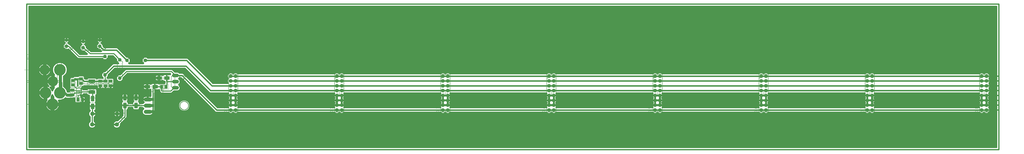
<source format=gbr>
G04 EAGLE Gerber RS-274X export*
G75*
%MOMM*%
%FSLAX34Y34*%
%LPD*%
%INMain Board Copper*%
%IPPOS*%
%AMOC8*
5,1,8,0,0,1.08239X$1,22.5*%
G01*
%ADD10C,0.508000*%
%ADD11C,0.203200*%
%ADD12C,4.800000*%
%ADD13C,4.200000*%
%ADD14C,0.076200*%
%ADD15C,0.101600*%
%ADD16C,0.000000*%
%ADD17C,0.254000*%
%ADD18C,0.152400*%
%ADD19P,1.529201X8X112.500000*%
%ADD20C,0.127000*%
%ADD21P,1.529201X8X292.500000*%
%ADD22C,0.609600*%
%ADD23P,1.529201X8X202.500000*%
%ADD24R,0.254000X0.609600*%
%ADD25R,0.609600X0.254000*%
%ADD26C,0.550000*%
%ADD27C,1.500000*%
%ADD28C,0.025400*%
%ADD29R,0.500000X0.500000*%
%ADD30R,2.500000X0.350000*%
%ADD31R,0.250000X0.600000*%
%ADD32C,0.050800*%
%ADD33R,1.300000X1.500000*%
%ADD34R,0.750100X1.450100*%
%ADD35R,1.500000X1.300000*%
%ADD36R,1.450100X0.750100*%
%ADD37R,1.400000X0.650000*%
%ADD38R,2.800000X1.400000*%
%ADD39C,0.762000*%
%ADD40C,1.717600*%
%ADD41R,0.508000X2.540000*%
%ADD42R,1.905000X0.762000*%
%ADD43R,0.650000X1.400000*%
%ADD44R,2.200000X1.400000*%
%ADD45R,0.450000X0.700000*%
%ADD46R,0.400000X0.700000*%
%ADD47C,0.177800*%
%ADD48R,1.400000X2.200000*%
%ADD49R,0.700000X0.450000*%
%ADD50R,0.700000X0.400000*%
%ADD51C,1.616000*%
%ADD52R,1.651000X1.270000*%
%ADD53R,0.889000X1.270000*%
%ADD54C,1.412800*%
%ADD55C,0.304800*%
%ADD56C,0.406400*%
%ADD57C,0.812800*%
%ADD58C,1.270000*%
%ADD59C,0.200000*%

G36*
X3989561Y6621D02*
X3989561Y6621D01*
X3989792Y6631D01*
X3989846Y6641D01*
X3989900Y6645D01*
X3990126Y6693D01*
X3990352Y6735D01*
X3990404Y6752D01*
X3990458Y6764D01*
X3990674Y6843D01*
X3990892Y6916D01*
X3990941Y6941D01*
X3990993Y6960D01*
X3991196Y7068D01*
X3991401Y7171D01*
X3991447Y7202D01*
X3991495Y7228D01*
X3991681Y7364D01*
X3991870Y7495D01*
X3991911Y7532D01*
X3991955Y7565D01*
X3992120Y7725D01*
X3992289Y7881D01*
X3992324Y7924D01*
X3992363Y7962D01*
X3992504Y8144D01*
X3992650Y8322D01*
X3992678Y8370D01*
X3992712Y8413D01*
X3992826Y8613D01*
X3992945Y8810D01*
X3992967Y8860D01*
X3992994Y8908D01*
X3993079Y9122D01*
X3993170Y9333D01*
X3993184Y9386D01*
X3993204Y9437D01*
X3993259Y9662D01*
X3993319Y9883D01*
X3993323Y9927D01*
X3993339Y9991D01*
X3993394Y10558D01*
X3993391Y10624D01*
X3993395Y10668D01*
X3993395Y589332D01*
X3993379Y589561D01*
X3993369Y589792D01*
X3993359Y589846D01*
X3993355Y589900D01*
X3993307Y590126D01*
X3993265Y590352D01*
X3993248Y590404D01*
X3993236Y590458D01*
X3993157Y590674D01*
X3993084Y590892D01*
X3993059Y590941D01*
X3993040Y590993D01*
X3992932Y591196D01*
X3992829Y591401D01*
X3992798Y591447D01*
X3992772Y591495D01*
X3992636Y591681D01*
X3992505Y591870D01*
X3992468Y591911D01*
X3992435Y591955D01*
X3992275Y592120D01*
X3992119Y592289D01*
X3992076Y592324D01*
X3992038Y592363D01*
X3991856Y592504D01*
X3991678Y592650D01*
X3991630Y592678D01*
X3991587Y592712D01*
X3991387Y592826D01*
X3991190Y592945D01*
X3991140Y592967D01*
X3991092Y592994D01*
X3990878Y593079D01*
X3990667Y593170D01*
X3990614Y593184D01*
X3990563Y593204D01*
X3990338Y593259D01*
X3990117Y593319D01*
X3990073Y593323D01*
X3990009Y593339D01*
X3989442Y593394D01*
X3989376Y593391D01*
X3989332Y593395D01*
X10668Y593395D01*
X10439Y593379D01*
X10208Y593369D01*
X10154Y593359D01*
X10100Y593355D01*
X9874Y593307D01*
X9648Y593265D01*
X9596Y593248D01*
X9542Y593236D01*
X9326Y593157D01*
X9108Y593084D01*
X9059Y593059D01*
X9007Y593040D01*
X8804Y592932D01*
X8599Y592829D01*
X8553Y592798D01*
X8505Y592772D01*
X8319Y592636D01*
X8130Y592505D01*
X8089Y592468D01*
X8045Y592435D01*
X7880Y592275D01*
X7711Y592119D01*
X7676Y592076D01*
X7637Y592038D01*
X7496Y591856D01*
X7350Y591678D01*
X7322Y591630D01*
X7288Y591587D01*
X7174Y591387D01*
X7055Y591190D01*
X7033Y591140D01*
X7006Y591092D01*
X6921Y590878D01*
X6830Y590667D01*
X6816Y590614D01*
X6796Y590563D01*
X6741Y590338D01*
X6681Y590117D01*
X6677Y590073D01*
X6661Y590009D01*
X6606Y589442D01*
X6609Y589376D01*
X6605Y589332D01*
X6605Y10668D01*
X6621Y10439D01*
X6631Y10208D01*
X6641Y10154D01*
X6645Y10100D01*
X6693Y9874D01*
X6735Y9648D01*
X6752Y9596D01*
X6764Y9542D01*
X6843Y9326D01*
X6916Y9108D01*
X6941Y9059D01*
X6960Y9007D01*
X7068Y8804D01*
X7171Y8599D01*
X7202Y8553D01*
X7228Y8505D01*
X7364Y8319D01*
X7495Y8130D01*
X7532Y8089D01*
X7565Y8045D01*
X7725Y7880D01*
X7881Y7711D01*
X7924Y7676D01*
X7962Y7637D01*
X8144Y7496D01*
X8322Y7350D01*
X8370Y7322D01*
X8413Y7288D01*
X8613Y7174D01*
X8810Y7055D01*
X8860Y7033D01*
X8908Y7006D01*
X9122Y6921D01*
X9333Y6830D01*
X9386Y6816D01*
X9437Y6796D01*
X9662Y6741D01*
X9883Y6681D01*
X9927Y6677D01*
X9991Y6661D01*
X10558Y6606D01*
X10624Y6609D01*
X10668Y6605D01*
X3989332Y6605D01*
X3989561Y6621D01*
G37*
%LPC*%
G36*
X259935Y183007D02*
X259935Y183007D01*
X259935Y190809D01*
X260573Y192348D01*
X260685Y192470D01*
X260716Y192515D01*
X260752Y192557D01*
X260877Y192750D01*
X261008Y192940D01*
X261032Y192989D01*
X261062Y193035D01*
X261159Y193244D01*
X261261Y193450D01*
X261279Y193502D01*
X261302Y193552D01*
X261368Y193772D01*
X261441Y193991D01*
X261451Y194045D01*
X261467Y194097D01*
X261502Y194325D01*
X261544Y194551D01*
X261546Y194606D01*
X261554Y194660D01*
X261557Y194891D01*
X261567Y195121D01*
X261561Y195175D01*
X261562Y195230D01*
X261533Y195459D01*
X261510Y195687D01*
X261497Y195741D01*
X261490Y195795D01*
X261429Y196017D01*
X261374Y196241D01*
X261354Y196292D01*
X261340Y196345D01*
X261249Y196555D01*
X261163Y196770D01*
X261135Y196818D01*
X261114Y196868D01*
X260994Y197064D01*
X260879Y197264D01*
X260851Y197298D01*
X260817Y197354D01*
X260574Y197650D01*
X259935Y199191D01*
X259935Y222872D01*
X259919Y223101D01*
X259909Y223332D01*
X259899Y223386D01*
X259895Y223440D01*
X259847Y223666D01*
X259805Y223892D01*
X259788Y223944D01*
X259776Y223998D01*
X259697Y224214D01*
X259624Y224432D01*
X259599Y224481D01*
X259580Y224533D01*
X259472Y224736D01*
X259369Y224941D01*
X259338Y224987D01*
X259312Y225035D01*
X259176Y225221D01*
X259045Y225410D01*
X259008Y225451D01*
X258975Y225495D01*
X258815Y225660D01*
X258659Y225829D01*
X258616Y225864D01*
X258578Y225903D01*
X258396Y226044D01*
X258218Y226190D01*
X258170Y226218D01*
X258127Y226252D01*
X257927Y226366D01*
X257730Y226485D01*
X257680Y226507D01*
X257632Y226534D01*
X257418Y226619D01*
X257207Y226710D01*
X257154Y226724D01*
X257103Y226744D01*
X256878Y226799D01*
X256657Y226859D01*
X256613Y226863D01*
X256549Y226879D01*
X255982Y226934D01*
X255916Y226931D01*
X255872Y226935D01*
X253191Y226935D01*
X251697Y227554D01*
X250554Y228698D01*
X249851Y230395D01*
X249850Y230397D01*
X249849Y230400D01*
X249723Y230651D01*
X249597Y230905D01*
X249595Y230907D01*
X249594Y230909D01*
X249435Y231140D01*
X249273Y231374D01*
X249272Y231376D01*
X249270Y231378D01*
X249082Y231582D01*
X248888Y231793D01*
X248886Y231795D01*
X248884Y231797D01*
X248659Y231981D01*
X248447Y232155D01*
X248445Y232156D01*
X248443Y232158D01*
X248202Y232304D01*
X247960Y232451D01*
X247958Y232452D01*
X247955Y232453D01*
X247704Y232561D01*
X247437Y232676D01*
X247434Y232677D01*
X247432Y232678D01*
X247162Y232751D01*
X246887Y232826D01*
X246884Y232826D01*
X246882Y232827D01*
X246868Y232828D01*
X246322Y232897D01*
X246182Y232895D01*
X246097Y232903D01*
X234885Y232903D01*
X234882Y232903D01*
X234880Y232903D01*
X234602Y232883D01*
X234317Y232863D01*
X234314Y232863D01*
X234311Y232863D01*
X234034Y232803D01*
X233760Y232744D01*
X233757Y232743D01*
X233754Y232743D01*
X233490Y232646D01*
X233225Y232548D01*
X233222Y232547D01*
X233220Y232546D01*
X232976Y232415D01*
X232722Y232280D01*
X232720Y232278D01*
X232717Y232277D01*
X232486Y232107D01*
X232262Y231943D01*
X232260Y231941D01*
X232258Y231940D01*
X232058Y231745D01*
X231854Y231546D01*
X231852Y231544D01*
X231850Y231542D01*
X231675Y231314D01*
X231505Y231095D01*
X231504Y231093D01*
X231502Y231091D01*
X231496Y231079D01*
X231223Y230600D01*
X231171Y230470D01*
X231131Y230395D01*
X230946Y229948D01*
X229802Y228804D01*
X228259Y228165D01*
X228257Y228164D01*
X228254Y228163D01*
X228002Y228037D01*
X227749Y227910D01*
X227747Y227909D01*
X227745Y227908D01*
X227511Y227746D01*
X227280Y227587D01*
X227278Y227585D01*
X227276Y227584D01*
X227062Y227387D01*
X226861Y227201D01*
X226859Y227199D01*
X226857Y227197D01*
X226666Y226964D01*
X226499Y226761D01*
X226498Y226759D01*
X226496Y226756D01*
X226347Y226510D01*
X226203Y226274D01*
X226202Y226272D01*
X226201Y226269D01*
X226091Y226014D01*
X225978Y225751D01*
X225977Y225748D01*
X225976Y225746D01*
X225901Y225467D01*
X225828Y225201D01*
X225828Y225198D01*
X225827Y225196D01*
X225826Y225182D01*
X225757Y224636D01*
X225759Y224496D01*
X225751Y224411D01*
X225751Y221803D01*
X225662Y221357D01*
X225655Y221298D01*
X225641Y221241D01*
X225619Y221015D01*
X225590Y220791D01*
X225591Y220733D01*
X225585Y220674D01*
X225595Y220447D01*
X225598Y220222D01*
X225607Y220163D01*
X225610Y220104D01*
X225651Y219882D01*
X225686Y219659D01*
X225703Y219602D01*
X225714Y219544D01*
X225786Y219330D01*
X225852Y219114D01*
X225876Y219060D01*
X225895Y219004D01*
X225997Y218801D01*
X226092Y218597D01*
X226124Y218547D01*
X226150Y218495D01*
X226279Y218308D01*
X226402Y218119D01*
X226441Y218074D01*
X226474Y218026D01*
X226628Y217859D01*
X226776Y217689D01*
X226820Y217650D01*
X226860Y217607D01*
X227036Y217464D01*
X227206Y217316D01*
X227256Y217284D01*
X227302Y217246D01*
X227495Y217129D01*
X227685Y217006D01*
X227738Y216981D01*
X227789Y216951D01*
X227996Y216862D01*
X228202Y216767D01*
X228258Y216749D01*
X228312Y216726D01*
X228530Y216667D01*
X228747Y216602D01*
X228805Y216593D01*
X228862Y216577D01*
X228979Y216566D01*
X229310Y216515D01*
X229533Y216512D01*
X229647Y216501D01*
X236197Y216501D01*
X236584Y216424D01*
X236948Y216273D01*
X237275Y216054D01*
X237554Y215775D01*
X237773Y215448D01*
X237924Y215084D01*
X238001Y214697D01*
X238001Y211063D01*
X229500Y211063D01*
X229271Y211047D01*
X229041Y211037D01*
X228987Y211027D01*
X228932Y211023D01*
X228707Y210975D01*
X228481Y210933D01*
X228428Y210916D01*
X228375Y210904D01*
X228159Y210825D01*
X227940Y210752D01*
X227891Y210727D01*
X227840Y210709D01*
X227637Y210600D01*
X227431Y210497D01*
X227386Y210466D01*
X227337Y210440D01*
X227152Y210304D01*
X226962Y210173D01*
X226922Y210136D01*
X226877Y210103D01*
X226712Y209942D01*
X226543Y209787D01*
X226543Y209786D01*
X226508Y209744D01*
X226469Y209705D01*
X226328Y209524D01*
X226182Y209345D01*
X226153Y209298D01*
X226120Y209255D01*
X226006Y209055D01*
X225886Y208858D01*
X225865Y208808D01*
X225838Y208760D01*
X225752Y208545D01*
X225662Y208334D01*
X225648Y208282D01*
X225627Y208230D01*
X225573Y208006D01*
X225513Y207784D01*
X225509Y207740D01*
X225493Y207676D01*
X225438Y207109D01*
X225441Y207044D01*
X225437Y207000D01*
X225437Y197499D01*
X222431Y197499D01*
X222371Y197495D01*
X222310Y197497D01*
X222087Y197475D01*
X221862Y197459D01*
X221803Y197447D01*
X221743Y197441D01*
X221525Y197387D01*
X221305Y197340D01*
X221248Y197319D01*
X221190Y197305D01*
X220981Y197222D01*
X220770Y197144D01*
X220717Y197116D01*
X220661Y197094D01*
X220465Y196981D01*
X220268Y196876D01*
X220219Y196840D01*
X220167Y196810D01*
X220076Y196735D01*
X219808Y196539D01*
X219647Y196382D01*
X219558Y196309D01*
X219303Y196054D01*
X217809Y195435D01*
X203191Y195435D01*
X201697Y196054D01*
X200554Y197197D01*
X199935Y198691D01*
X199935Y211872D01*
X199919Y212101D01*
X199909Y212332D01*
X199899Y212386D01*
X199895Y212440D01*
X199847Y212666D01*
X199805Y212892D01*
X199788Y212944D01*
X199776Y212998D01*
X199697Y213214D01*
X199624Y213432D01*
X199599Y213481D01*
X199580Y213533D01*
X199472Y213736D01*
X199369Y213941D01*
X199338Y213987D01*
X199312Y214035D01*
X199176Y214221D01*
X199045Y214410D01*
X199008Y214451D01*
X198975Y214495D01*
X198815Y214660D01*
X198659Y214829D01*
X198616Y214864D01*
X198578Y214903D01*
X198396Y215044D01*
X198218Y215190D01*
X198170Y215218D01*
X198127Y215252D01*
X197927Y215366D01*
X197730Y215485D01*
X197680Y215507D01*
X197632Y215534D01*
X197418Y215619D01*
X197207Y215710D01*
X197154Y215724D01*
X197103Y215744D01*
X196878Y215799D01*
X196657Y215859D01*
X196613Y215863D01*
X196549Y215879D01*
X195982Y215934D01*
X195916Y215931D01*
X195872Y215935D01*
X192639Y215935D01*
X192521Y215927D01*
X192404Y215928D01*
X192238Y215907D01*
X192071Y215895D01*
X191955Y215871D01*
X191838Y215856D01*
X191729Y215822D01*
X191513Y215776D01*
X191196Y215660D01*
X191084Y215626D01*
X188572Y214585D01*
X163928Y214585D01*
X160813Y215876D01*
X160810Y215877D01*
X160808Y215878D01*
X160551Y215963D01*
X160272Y216056D01*
X160269Y216057D01*
X160267Y216058D01*
X159987Y216109D01*
X159712Y216160D01*
X159709Y216160D01*
X159706Y216160D01*
X159416Y216172D01*
X159143Y216184D01*
X159140Y216183D01*
X159137Y216183D01*
X158863Y216156D01*
X158576Y216127D01*
X158573Y216127D01*
X158570Y216127D01*
X158301Y216061D01*
X158022Y215993D01*
X158019Y215992D01*
X158017Y215991D01*
X157755Y215886D01*
X157493Y215782D01*
X157490Y215780D01*
X157488Y215779D01*
X157242Y215639D01*
X156998Y215499D01*
X156996Y215497D01*
X156993Y215496D01*
X156983Y215487D01*
X156548Y215150D01*
X156451Y215049D01*
X156385Y214995D01*
X153432Y212043D01*
X147033Y208348D01*
X139895Y206435D01*
X132362Y206435D01*
X132132Y206419D01*
X131903Y206409D01*
X131849Y206399D01*
X131793Y206395D01*
X131568Y206347D01*
X131343Y206306D01*
X131290Y206288D01*
X131236Y206276D01*
X131020Y206197D01*
X130803Y206124D01*
X130753Y206100D01*
X130701Y206080D01*
X130498Y205972D01*
X130293Y205869D01*
X130248Y205838D01*
X130198Y205812D01*
X130013Y205676D01*
X129824Y205546D01*
X129783Y205508D01*
X129739Y205475D01*
X129574Y205315D01*
X129405Y205160D01*
X129370Y205117D01*
X129330Y205078D01*
X129190Y204896D01*
X129044Y204719D01*
X129016Y204671D01*
X128982Y204627D01*
X128868Y204428D01*
X128749Y204232D01*
X128727Y204181D01*
X128699Y204132D01*
X128614Y203918D01*
X128524Y203708D01*
X128510Y203654D01*
X128489Y203603D01*
X128435Y203379D01*
X128375Y203158D01*
X128368Y203103D01*
X128355Y203049D01*
X128333Y202820D01*
X128304Y202593D01*
X128305Y202537D01*
X128300Y202482D01*
X128310Y202252D01*
X128313Y202023D01*
X128322Y201968D01*
X128324Y201912D01*
X128366Y201686D01*
X128402Y201460D01*
X128418Y201407D01*
X128428Y201352D01*
X128501Y201134D01*
X128568Y200915D01*
X128588Y200875D01*
X128610Y200812D01*
X128865Y200303D01*
X128902Y200249D01*
X128921Y200210D01*
X128992Y200097D01*
X130259Y197466D01*
X131122Y194999D01*
X113699Y194999D01*
X113699Y216254D01*
X113692Y216353D01*
X113694Y216451D01*
X113672Y216637D01*
X113659Y216823D01*
X113639Y216919D01*
X113627Y217017D01*
X113579Y217198D01*
X113540Y217380D01*
X113506Y217472D01*
X113481Y217568D01*
X113431Y217677D01*
X113344Y217915D01*
X113205Y218175D01*
X113155Y218286D01*
X110048Y223667D01*
X109514Y225658D01*
X109446Y225857D01*
X109385Y226058D01*
X109353Y226126D01*
X109329Y226197D01*
X109233Y226384D01*
X109145Y226574D01*
X109104Y226637D01*
X109069Y226704D01*
X108949Y226876D01*
X108835Y227052D01*
X108785Y227109D01*
X108742Y227171D01*
X108598Y227324D01*
X108461Y227482D01*
X108404Y227531D01*
X108352Y227586D01*
X108188Y227718D01*
X108030Y227855D01*
X107967Y227896D01*
X107908Y227944D01*
X107728Y228051D01*
X107552Y228165D01*
X107483Y228197D01*
X107419Y228235D01*
X107225Y228316D01*
X107035Y228404D01*
X106962Y228426D01*
X106893Y228455D01*
X106690Y228508D01*
X106489Y228569D01*
X106415Y228581D01*
X106342Y228600D01*
X106133Y228624D01*
X105926Y228656D01*
X105851Y228657D01*
X105776Y228666D01*
X105566Y228661D01*
X105356Y228663D01*
X105282Y228654D01*
X105206Y228652D01*
X104999Y228618D01*
X104791Y228591D01*
X104719Y228571D01*
X104644Y228559D01*
X104444Y228495D01*
X104242Y228440D01*
X104173Y228410D01*
X104101Y228387D01*
X103912Y228297D01*
X103719Y228214D01*
X103654Y228174D01*
X103587Y228142D01*
X103412Y228026D01*
X103233Y227917D01*
X103175Y227869D01*
X103112Y227827D01*
X102955Y227688D01*
X102793Y227554D01*
X102742Y227499D01*
X102686Y227449D01*
X102550Y227289D01*
X102408Y227134D01*
X102365Y227072D01*
X102317Y227015D01*
X102204Y226837D01*
X102086Y226664D01*
X102061Y226610D01*
X102012Y226533D01*
X101778Y226014D01*
X101766Y225975D01*
X101754Y225949D01*
X101259Y224534D01*
X100866Y223717D01*
X99992Y221903D01*
X98438Y219429D01*
X98356Y219277D01*
X98267Y219130D01*
X98222Y219026D01*
X98169Y218927D01*
X98110Y218765D01*
X98042Y218606D01*
X98012Y218497D01*
X97973Y218391D01*
X97938Y218223D01*
X97892Y218056D01*
X97878Y217944D01*
X97855Y217834D01*
X97843Y217662D01*
X97821Y217491D01*
X97823Y217378D01*
X97815Y217266D01*
X97827Y217094D01*
X97830Y216921D01*
X97847Y216810D01*
X97855Y216697D01*
X97891Y216529D01*
X97918Y216359D01*
X97951Y216250D01*
X97974Y216140D01*
X98034Y215979D01*
X98084Y215813D01*
X98132Y215711D01*
X98170Y215605D01*
X98252Y215454D01*
X98325Y215297D01*
X98386Y215202D01*
X98439Y215103D01*
X98541Y214964D01*
X98635Y214819D01*
X98701Y214744D01*
X98701Y194999D01*
X81278Y194999D01*
X82141Y197466D01*
X83408Y200097D01*
X84962Y202571D01*
X85044Y202723D01*
X85133Y202870D01*
X85178Y202974D01*
X85231Y203073D01*
X85290Y203235D01*
X85358Y203394D01*
X85388Y203503D01*
X85426Y203609D01*
X85462Y203777D01*
X85508Y203943D01*
X85522Y204056D01*
X85545Y204166D01*
X85557Y204338D01*
X85579Y204509D01*
X85577Y204622D01*
X85585Y204734D01*
X85573Y204906D01*
X85570Y205079D01*
X85553Y205190D01*
X85545Y205303D01*
X85509Y205471D01*
X85482Y205641D01*
X85449Y205750D01*
X85426Y205860D01*
X85366Y206022D01*
X85316Y206187D01*
X85268Y206289D01*
X85230Y206395D01*
X85148Y206547D01*
X85075Y206703D01*
X85014Y206798D01*
X84961Y206897D01*
X84859Y207036D01*
X84765Y207181D01*
X84699Y207256D01*
X84699Y231064D01*
X84683Y231293D01*
X84673Y231523D01*
X84663Y231577D01*
X84659Y231632D01*
X84611Y231857D01*
X84569Y232084D01*
X84552Y232136D01*
X84540Y232189D01*
X84461Y232405D01*
X84388Y232624D01*
X84363Y232673D01*
X84344Y232724D01*
X84236Y232928D01*
X84133Y233133D01*
X84102Y233178D01*
X84076Y233227D01*
X83940Y233412D01*
X83809Y233602D01*
X83772Y233643D01*
X83739Y233687D01*
X83579Y233852D01*
X83423Y234021D01*
X83380Y234056D01*
X83342Y234095D01*
X83160Y234236D01*
X82982Y234382D01*
X82934Y234410D01*
X82891Y234444D01*
X82799Y234496D01*
X82799Y234497D01*
X82985Y234632D01*
X83174Y234763D01*
X83215Y234801D01*
X83259Y234833D01*
X83424Y234993D01*
X83593Y235150D01*
X83628Y235192D01*
X83667Y235230D01*
X83808Y235412D01*
X83954Y235591D01*
X83982Y235638D01*
X84016Y235681D01*
X84130Y235881D01*
X84249Y236078D01*
X84271Y236128D01*
X84298Y236176D01*
X84383Y236391D01*
X84474Y236602D01*
X84488Y236654D01*
X84508Y236706D01*
X84563Y236930D01*
X84623Y237151D01*
X84627Y237196D01*
X84643Y237259D01*
X84698Y237827D01*
X84695Y237892D01*
X84699Y237936D01*
X84699Y259422D01*
X87166Y258559D01*
X87700Y258302D01*
X87859Y258239D01*
X88015Y258167D01*
X88123Y258134D01*
X88229Y258092D01*
X88396Y258051D01*
X88560Y258001D01*
X88672Y257984D01*
X88783Y257957D01*
X88954Y257940D01*
X89123Y257914D01*
X89237Y257913D01*
X89350Y257901D01*
X89521Y257909D01*
X89693Y257906D01*
X89805Y257921D01*
X89919Y257926D01*
X90088Y257957D01*
X90258Y257979D01*
X90367Y258008D01*
X90479Y258029D01*
X90642Y258084D01*
X90808Y258129D01*
X90912Y258174D01*
X91020Y258210D01*
X91173Y258287D01*
X91331Y258355D01*
X91428Y258414D01*
X91529Y258465D01*
X91671Y258562D01*
X91817Y258652D01*
X91905Y258724D01*
X91998Y258788D01*
X92124Y258904D01*
X92257Y259013D01*
X92334Y259097D01*
X92418Y259174D01*
X92526Y259307D01*
X92642Y259433D01*
X92707Y259527D01*
X92779Y259615D01*
X92868Y259762D01*
X92965Y259903D01*
X93016Y260005D01*
X93075Y260102D01*
X93142Y260259D01*
X93219Y260413D01*
X93254Y260521D01*
X93299Y260625D01*
X93344Y260791D01*
X93399Y260954D01*
X93419Y261065D01*
X93449Y261175D01*
X93470Y261346D01*
X93501Y261514D01*
X93506Y261628D01*
X93520Y261741D01*
X93517Y261912D01*
X93524Y262084D01*
X93513Y262197D01*
X93511Y262310D01*
X93484Y262480D01*
X93467Y262651D01*
X93440Y262761D01*
X93423Y262873D01*
X93373Y263037D01*
X93332Y263204D01*
X93290Y263310D01*
X93256Y263418D01*
X93184Y263574D01*
X93120Y263733D01*
X93064Y263832D01*
X93016Y263935D01*
X92922Y264079D01*
X92837Y264227D01*
X92782Y264294D01*
X92705Y264412D01*
X92347Y264822D01*
X92336Y264836D01*
X90823Y266349D01*
X89212Y268369D01*
X87837Y270557D01*
X86717Y272884D01*
X86081Y274701D01*
X101001Y274701D01*
X101001Y259781D01*
X99080Y260453D01*
X98946Y260515D01*
X98838Y260548D01*
X98733Y260590D01*
X98565Y260631D01*
X98401Y260680D01*
X98289Y260698D01*
X98179Y260724D01*
X98008Y260741D01*
X97838Y260768D01*
X97725Y260769D01*
X97612Y260780D01*
X97440Y260773D01*
X97268Y260775D01*
X97156Y260761D01*
X97043Y260756D01*
X96874Y260725D01*
X96703Y260703D01*
X96594Y260673D01*
X96482Y260653D01*
X96320Y260598D01*
X96153Y260553D01*
X96049Y260508D01*
X95942Y260472D01*
X95788Y260395D01*
X95630Y260327D01*
X95533Y260268D01*
X95432Y260217D01*
X95291Y260120D01*
X95144Y260030D01*
X95056Y259958D01*
X94963Y259894D01*
X94837Y259778D01*
X94704Y259668D01*
X94627Y259585D01*
X94544Y259508D01*
X94435Y259375D01*
X94319Y259248D01*
X94255Y259155D01*
X94183Y259068D01*
X94093Y258920D01*
X93996Y258779D01*
X93946Y258677D01*
X93887Y258581D01*
X93819Y258423D01*
X93742Y258269D01*
X93707Y258161D01*
X93662Y258057D01*
X93617Y257891D01*
X93562Y257728D01*
X93542Y257617D01*
X93512Y257507D01*
X93491Y257337D01*
X93460Y257167D01*
X93455Y257054D01*
X93441Y256942D01*
X93444Y256770D01*
X93437Y256598D01*
X93448Y256485D01*
X93450Y256372D01*
X93476Y256202D01*
X93494Y256031D01*
X93521Y255921D01*
X93538Y255809D01*
X93588Y255645D01*
X93629Y255478D01*
X93671Y255373D01*
X93704Y255264D01*
X93777Y255108D01*
X93841Y254949D01*
X93897Y254850D01*
X93945Y254748D01*
X94039Y254604D01*
X94124Y254454D01*
X94179Y254388D01*
X94256Y254270D01*
X94615Y253858D01*
X94625Y253845D01*
X96618Y251853D01*
X98439Y249570D01*
X99992Y247097D01*
X101259Y244466D01*
X101754Y243051D01*
X101837Y242858D01*
X101913Y242663D01*
X101950Y242597D01*
X101980Y242528D01*
X102089Y242349D01*
X102191Y242166D01*
X102237Y242106D01*
X102276Y242041D01*
X102409Y241879D01*
X102536Y241712D01*
X102590Y241659D01*
X102638Y241601D01*
X102792Y241459D01*
X102942Y241311D01*
X103002Y241267D01*
X103057Y241216D01*
X103230Y241096D01*
X103399Y240971D01*
X103465Y240935D01*
X103527Y240893D01*
X103715Y240799D01*
X103899Y240698D01*
X103969Y240672D01*
X104037Y240638D01*
X104236Y240572D01*
X104432Y240498D01*
X104506Y240482D01*
X104577Y240458D01*
X104784Y240420D01*
X104989Y240375D01*
X105064Y240369D01*
X105138Y240355D01*
X105347Y240347D01*
X105557Y240330D01*
X105632Y240335D01*
X105707Y240332D01*
X105916Y240352D01*
X106125Y240365D01*
X106199Y240381D01*
X106274Y240388D01*
X106478Y240438D01*
X106684Y240480D01*
X106755Y240505D01*
X106828Y240523D01*
X107022Y240601D01*
X107220Y240672D01*
X107287Y240707D01*
X107357Y240734D01*
X107539Y240838D01*
X107725Y240936D01*
X107786Y240980D01*
X107851Y241018D01*
X108017Y241146D01*
X108187Y241269D01*
X108242Y241321D01*
X108301Y241367D01*
X108447Y241518D01*
X108599Y241663D01*
X108646Y241722D01*
X108698Y241776D01*
X108821Y241946D01*
X108951Y242111D01*
X108989Y242176D01*
X109033Y242237D01*
X109132Y242422D01*
X109237Y242603D01*
X109258Y242659D01*
X109301Y242740D01*
X109496Y243275D01*
X109504Y243315D01*
X109514Y243342D01*
X110048Y245333D01*
X113743Y251732D01*
X113949Y251938D01*
X113987Y251982D01*
X114030Y252021D01*
X114173Y252197D01*
X114322Y252368D01*
X114354Y252417D01*
X114391Y252462D01*
X114509Y252656D01*
X114632Y252846D01*
X114657Y252899D01*
X114687Y252949D01*
X114776Y253157D01*
X114872Y253363D01*
X114889Y253419D01*
X114912Y253472D01*
X114971Y253692D01*
X115037Y253909D01*
X115046Y253966D01*
X115061Y254022D01*
X115090Y254247D01*
X115124Y254472D01*
X115125Y254530D01*
X115133Y254588D01*
X115129Y254815D01*
X115132Y255041D01*
X115125Y255099D01*
X115124Y255157D01*
X115089Y255382D01*
X115060Y255607D01*
X115045Y255663D01*
X115036Y255720D01*
X114999Y255840D01*
X114999Y278764D01*
X114983Y278993D01*
X114973Y279223D01*
X114963Y279277D01*
X114959Y279332D01*
X114911Y279557D01*
X114869Y279784D01*
X114852Y279836D01*
X114840Y279889D01*
X114761Y280106D01*
X114688Y280324D01*
X114663Y280373D01*
X114644Y280424D01*
X114536Y280628D01*
X114433Y280833D01*
X114402Y280878D01*
X114376Y280927D01*
X114240Y281112D01*
X114109Y281302D01*
X114072Y281343D01*
X114039Y281387D01*
X113879Y281552D01*
X113737Y281705D01*
X113893Y281850D01*
X113928Y281892D01*
X113967Y281930D01*
X114108Y282112D01*
X114254Y282291D01*
X114282Y282338D01*
X114316Y282381D01*
X114430Y282581D01*
X114549Y282778D01*
X114571Y282828D01*
X114598Y282876D01*
X114683Y283091D01*
X114774Y283302D01*
X114788Y283354D01*
X114808Y283406D01*
X114863Y283630D01*
X114923Y283851D01*
X114927Y283896D01*
X114943Y283959D01*
X114998Y284527D01*
X114995Y284592D01*
X114999Y284636D01*
X114999Y305401D01*
X115024Y305421D01*
X115065Y305463D01*
X115110Y305499D01*
X115263Y305667D01*
X115421Y305830D01*
X115456Y305876D01*
X115495Y305919D01*
X115623Y306106D01*
X115757Y306290D01*
X115785Y306341D01*
X115817Y306389D01*
X115918Y306592D01*
X116025Y306793D01*
X116045Y306847D01*
X116071Y306899D01*
X116143Y307114D01*
X116221Y307328D01*
X116233Y307385D01*
X116251Y307440D01*
X116292Y307663D01*
X116339Y307885D01*
X116343Y307943D01*
X116354Y308000D01*
X116363Y308227D01*
X116378Y308454D01*
X116374Y308512D01*
X116377Y308570D01*
X116354Y308795D01*
X116338Y309022D01*
X116326Y309079D01*
X116320Y309137D01*
X116266Y309357D01*
X116218Y309579D01*
X116198Y309634D01*
X116184Y309690D01*
X116100Y309901D01*
X116022Y310114D01*
X115994Y310165D01*
X115973Y310219D01*
X115860Y310416D01*
X115752Y310616D01*
X115718Y310663D01*
X115689Y310713D01*
X115615Y310803D01*
X115415Y311076D01*
X115261Y311234D01*
X115188Y311322D01*
X114043Y312468D01*
X110348Y318867D01*
X108435Y326005D01*
X108435Y333395D01*
X110348Y340533D01*
X114043Y346932D01*
X119268Y352157D01*
X125667Y355852D01*
X132805Y357765D01*
X140195Y357765D01*
X147333Y355852D01*
X153732Y352157D01*
X158957Y346932D01*
X162652Y340533D01*
X164565Y333395D01*
X164565Y326005D01*
X162652Y318867D01*
X158957Y312468D01*
X153732Y307243D01*
X150946Y305634D01*
X150928Y305622D01*
X150909Y305612D01*
X150692Y305463D01*
X150474Y305315D01*
X150458Y305301D01*
X150440Y305288D01*
X150245Y305109D01*
X150051Y304934D01*
X150037Y304917D01*
X150021Y304902D01*
X149854Y304698D01*
X149686Y304497D01*
X149674Y304478D01*
X149660Y304461D01*
X149524Y304236D01*
X149385Y304013D01*
X149376Y303993D01*
X149365Y303974D01*
X149261Y303732D01*
X149155Y303491D01*
X149149Y303470D01*
X149140Y303450D01*
X149071Y303196D01*
X149000Y302943D01*
X148997Y302921D01*
X148991Y302900D01*
X148984Y302826D01*
X148923Y302378D01*
X148924Y302212D01*
X148915Y302115D01*
X148915Y261911D01*
X148916Y261889D01*
X148915Y261868D01*
X148936Y261607D01*
X148955Y261343D01*
X148959Y261322D01*
X148961Y261300D01*
X149019Y261042D01*
X149074Y260786D01*
X149081Y260765D01*
X149086Y260744D01*
X149179Y260498D01*
X149270Y260251D01*
X149280Y260231D01*
X149288Y260211D01*
X149413Y259982D01*
X149538Y259748D01*
X149551Y259731D01*
X149562Y259711D01*
X149719Y259501D01*
X149875Y259288D01*
X149890Y259273D01*
X149903Y259255D01*
X150088Y259069D01*
X150272Y258880D01*
X150290Y258867D01*
X150305Y258851D01*
X150366Y258808D01*
X150723Y258531D01*
X150867Y258449D01*
X150946Y258393D01*
X153432Y256957D01*
X158657Y251732D01*
X162352Y245333D01*
X163970Y239296D01*
X164002Y239202D01*
X164025Y239107D01*
X164095Y238933D01*
X164155Y238757D01*
X164200Y238670D01*
X164237Y238578D01*
X164330Y238416D01*
X164415Y238250D01*
X164471Y238169D01*
X164521Y238083D01*
X164597Y237991D01*
X164742Y237784D01*
X164944Y237568D01*
X165021Y237474D01*
X165891Y236605D01*
X165937Y236565D01*
X165977Y236521D01*
X166151Y236379D01*
X166321Y236231D01*
X166372Y236198D01*
X166418Y236160D01*
X166611Y236043D01*
X166799Y235921D01*
X166854Y235896D01*
X166906Y235865D01*
X167112Y235776D01*
X167316Y235681D01*
X167374Y235664D01*
X167429Y235640D01*
X167646Y235582D01*
X167861Y235516D01*
X167921Y235507D01*
X167979Y235491D01*
X168096Y235480D01*
X168424Y235429D01*
X168649Y235426D01*
X168764Y235415D01*
X174436Y235415D01*
X174665Y235431D01*
X174896Y235441D01*
X174950Y235451D01*
X175004Y235455D01*
X175230Y235503D01*
X175456Y235545D01*
X175508Y235562D01*
X175562Y235574D01*
X175778Y235653D01*
X175996Y235726D01*
X176045Y235751D01*
X176097Y235770D01*
X176300Y235878D01*
X176505Y235981D01*
X176551Y236012D01*
X176599Y236038D01*
X176785Y236174D01*
X176974Y236305D01*
X177015Y236342D01*
X177059Y236375D01*
X177224Y236535D01*
X177393Y236691D01*
X177428Y236734D01*
X177467Y236772D01*
X177608Y236954D01*
X177754Y237132D01*
X177782Y237180D01*
X177816Y237223D01*
X177930Y237423D01*
X178049Y237620D01*
X178071Y237670D01*
X178098Y237718D01*
X178183Y237932D01*
X178274Y238143D01*
X178288Y238196D01*
X178308Y238247D01*
X178363Y238472D01*
X178423Y238693D01*
X178427Y238737D01*
X178443Y238801D01*
X178498Y239368D01*
X178495Y239434D01*
X178499Y239478D01*
X178499Y241437D01*
X188000Y241437D01*
X188229Y241453D01*
X188459Y241463D01*
X188513Y241473D01*
X188568Y241477D01*
X188793Y241525D01*
X189019Y241567D01*
X189072Y241584D01*
X189125Y241596D01*
X189341Y241675D01*
X189560Y241748D01*
X189609Y241773D01*
X189660Y241791D01*
X189863Y241900D01*
X190069Y242003D01*
X190114Y242034D01*
X190163Y242060D01*
X190348Y242196D01*
X190538Y242327D01*
X190578Y242364D01*
X190623Y242397D01*
X190787Y242557D01*
X190957Y242713D01*
X190992Y242756D01*
X191031Y242794D01*
X191172Y242976D01*
X191318Y243154D01*
X191346Y243201D01*
X191380Y243245D01*
X191494Y243445D01*
X191613Y243641D01*
X191635Y243692D01*
X191662Y243740D01*
X191747Y243954D01*
X191837Y244165D01*
X191852Y244218D01*
X191872Y244269D01*
X191926Y244494D01*
X191986Y244715D01*
X191991Y244759D01*
X192006Y244823D01*
X192061Y245390D01*
X192059Y245456D01*
X192063Y245500D01*
X192047Y245730D01*
X192037Y245960D01*
X192027Y246014D01*
X192023Y246069D01*
X191975Y246294D01*
X191933Y246520D01*
X191915Y246572D01*
X191904Y246626D01*
X191825Y246842D01*
X191752Y247060D01*
X191727Y247109D01*
X191708Y247161D01*
X191599Y247364D01*
X191496Y247570D01*
X191465Y247615D01*
X191439Y247663D01*
X191304Y247849D01*
X191173Y248038D01*
X191135Y248079D01*
X191103Y248123D01*
X190943Y248288D01*
X190786Y248457D01*
X190744Y248492D01*
X190705Y248531D01*
X190524Y248672D01*
X190345Y248818D01*
X190298Y248847D01*
X190255Y248880D01*
X190055Y248994D01*
X189858Y249113D01*
X189808Y249135D01*
X189760Y249162D01*
X189545Y249248D01*
X189334Y249338D01*
X189282Y249352D01*
X189230Y249373D01*
X189006Y249427D01*
X188784Y249487D01*
X188740Y249491D01*
X188676Y249507D01*
X188109Y249562D01*
X188044Y249559D01*
X188000Y249563D01*
X178499Y249563D01*
X178499Y252197D01*
X178576Y252584D01*
X178727Y252948D01*
X178946Y253275D01*
X179105Y253434D01*
X179107Y253436D01*
X179109Y253438D01*
X179295Y253653D01*
X179479Y253864D01*
X179480Y253867D01*
X179482Y253869D01*
X179631Y254101D01*
X179788Y254343D01*
X179790Y254345D01*
X179791Y254348D01*
X179911Y254607D01*
X180028Y254859D01*
X180029Y254862D01*
X180030Y254865D01*
X180113Y255140D01*
X180193Y255405D01*
X180194Y255407D01*
X180195Y255410D01*
X180237Y255688D01*
X180281Y255968D01*
X180281Y255971D01*
X180281Y255973D01*
X180285Y256247D01*
X180289Y256538D01*
X180288Y256540D01*
X180288Y256543D01*
X180256Y256792D01*
X180216Y257103D01*
X180216Y257106D01*
X180215Y257108D01*
X180212Y257120D01*
X180066Y257652D01*
X180011Y257781D01*
X179986Y257862D01*
X179435Y259191D01*
X179435Y273809D01*
X179699Y274445D01*
X179718Y274502D01*
X179743Y274557D01*
X179808Y274772D01*
X179880Y274985D01*
X179891Y275045D01*
X179908Y275103D01*
X179942Y275325D01*
X179983Y275546D01*
X179985Y275606D01*
X179994Y275666D01*
X179997Y275891D01*
X180007Y276115D01*
X180001Y276175D01*
X180001Y276236D01*
X179973Y276458D01*
X179951Y276682D01*
X179936Y276741D01*
X179929Y276801D01*
X179894Y276913D01*
X179816Y277236D01*
X179732Y277445D01*
X179699Y277555D01*
X179435Y278192D01*
X179435Y292809D01*
X180054Y294303D01*
X181197Y295446D01*
X182691Y296065D01*
X189823Y296065D01*
X189883Y296069D01*
X189943Y296067D01*
X190167Y296089D01*
X190391Y296105D01*
X190450Y296117D01*
X190510Y296123D01*
X190728Y296177D01*
X190948Y296224D01*
X191005Y296245D01*
X191064Y296259D01*
X191272Y296342D01*
X191483Y296420D01*
X191537Y296448D01*
X191593Y296471D01*
X191787Y296582D01*
X191986Y296688D01*
X192035Y296724D01*
X192087Y296754D01*
X192178Y296829D01*
X192446Y297025D01*
X192607Y297182D01*
X192696Y297255D01*
X193971Y298530D01*
X196585Y299613D01*
X209681Y299613D01*
X209741Y299617D01*
X209802Y299615D01*
X210025Y299637D01*
X210250Y299653D01*
X210309Y299665D01*
X210369Y299671D01*
X210587Y299725D01*
X210807Y299772D01*
X210863Y299792D01*
X210922Y299807D01*
X211131Y299890D01*
X211342Y299968D01*
X211395Y299996D01*
X211451Y300018D01*
X211646Y300130D01*
X211844Y300236D01*
X211893Y300272D01*
X211945Y300302D01*
X212036Y300377D01*
X212304Y300573D01*
X212465Y300730D01*
X212554Y300803D01*
X214197Y302446D01*
X215691Y303065D01*
X232309Y303065D01*
X233803Y302446D01*
X234946Y301303D01*
X235565Y299809D01*
X235565Y294109D01*
X235569Y294049D01*
X235567Y293988D01*
X235589Y293765D01*
X235605Y293541D01*
X235617Y293481D01*
X235623Y293422D01*
X235677Y293203D01*
X235724Y292983D01*
X235744Y292927D01*
X235759Y292868D01*
X235842Y292659D01*
X235920Y292448D01*
X235948Y292395D01*
X235970Y292339D01*
X236082Y292144D01*
X236188Y291946D01*
X236224Y291897D01*
X236254Y291845D01*
X236329Y291754D01*
X236525Y291486D01*
X236682Y291325D01*
X236755Y291236D01*
X237688Y290303D01*
X237734Y290263D01*
X237774Y290219D01*
X237948Y290077D01*
X238118Y289929D01*
X238169Y289896D01*
X238215Y289858D01*
X238408Y289741D01*
X238596Y289619D01*
X238651Y289594D01*
X238703Y289563D01*
X238909Y289474D01*
X239113Y289379D01*
X239171Y289362D01*
X239226Y289338D01*
X239443Y289280D01*
X239658Y289214D01*
X239718Y289205D01*
X239776Y289189D01*
X239893Y289178D01*
X240221Y289127D01*
X240446Y289124D01*
X240561Y289113D01*
X246932Y289113D01*
X246935Y289113D01*
X246938Y289113D01*
X247216Y289133D01*
X247500Y289153D01*
X247503Y289153D01*
X247506Y289153D01*
X247785Y289214D01*
X248058Y289272D01*
X248060Y289273D01*
X248063Y289273D01*
X248326Y289370D01*
X248593Y289468D01*
X248595Y289469D01*
X248598Y289470D01*
X248839Y289599D01*
X249095Y289736D01*
X249097Y289738D01*
X249100Y289739D01*
X249327Y289906D01*
X249555Y290073D01*
X249557Y290075D01*
X249559Y290076D01*
X249756Y290268D01*
X249963Y290470D01*
X249965Y290472D01*
X249967Y290474D01*
X250138Y290696D01*
X250312Y290921D01*
X250313Y290923D01*
X250315Y290925D01*
X250321Y290937D01*
X250497Y291246D01*
X251697Y292446D01*
X253191Y293065D01*
X282809Y293065D01*
X284303Y292446D01*
X285377Y291372D01*
X285551Y291220D01*
X285720Y291065D01*
X285765Y291034D01*
X285807Y290998D01*
X286000Y290873D01*
X286190Y290742D01*
X286239Y290718D01*
X286285Y290688D01*
X286494Y290591D01*
X286700Y290489D01*
X286752Y290471D01*
X286802Y290448D01*
X287023Y290381D01*
X287241Y290309D01*
X287295Y290299D01*
X287347Y290283D01*
X287575Y290248D01*
X287801Y290206D01*
X287856Y290204D01*
X287910Y290196D01*
X288140Y290193D01*
X288371Y290183D01*
X288425Y290189D01*
X288480Y290188D01*
X288708Y290217D01*
X288938Y290240D01*
X288991Y290253D01*
X289045Y290260D01*
X289268Y290321D01*
X289491Y290376D01*
X289542Y290396D01*
X289595Y290410D01*
X289807Y290502D01*
X290020Y290587D01*
X290068Y290615D01*
X290118Y290636D01*
X290315Y290756D01*
X290514Y290871D01*
X290548Y290899D01*
X290604Y290933D01*
X291045Y291295D01*
X291089Y291343D01*
X291123Y291372D01*
X292198Y292446D01*
X293691Y293065D01*
X310308Y293065D01*
X310707Y292900D01*
X310761Y292882D01*
X310814Y292857D01*
X311031Y292791D01*
X311247Y292719D01*
X311304Y292709D01*
X311359Y292692D01*
X311584Y292657D01*
X311807Y292616D01*
X311865Y292614D01*
X311922Y292605D01*
X312149Y292602D01*
X312377Y292592D01*
X312434Y292598D01*
X312492Y292597D01*
X312717Y292626D01*
X312944Y292648D01*
X313000Y292662D01*
X313057Y292669D01*
X313277Y292729D01*
X313497Y292783D01*
X313551Y292804D01*
X313606Y292820D01*
X313816Y292910D01*
X314027Y292994D01*
X314077Y293023D01*
X314130Y293045D01*
X314324Y293164D01*
X314521Y293277D01*
X314567Y293312D01*
X314616Y293342D01*
X314792Y293487D01*
X314971Y293626D01*
X315011Y293667D01*
X315056Y293704D01*
X315210Y293872D01*
X315368Y294035D01*
X315402Y294082D01*
X315441Y294124D01*
X315570Y294311D01*
X315704Y294495D01*
X315731Y294546D01*
X315764Y294594D01*
X315865Y294797D01*
X315972Y294998D01*
X315992Y295052D01*
X316018Y295104D01*
X316089Y295319D01*
X316167Y295533D01*
X316179Y295590D01*
X316197Y295645D01*
X316238Y295868D01*
X316286Y296091D01*
X316290Y296148D01*
X316300Y296205D01*
X316309Y296432D01*
X316325Y296659D01*
X316321Y296717D01*
X316323Y296774D01*
X316300Y297001D01*
X316284Y297228D01*
X316272Y297284D01*
X316266Y297341D01*
X316212Y297562D01*
X316164Y297785D01*
X316144Y297839D01*
X316131Y297895D01*
X316046Y298106D01*
X315968Y298319D01*
X315940Y298370D01*
X315919Y298424D01*
X315806Y298621D01*
X315698Y298821D01*
X315664Y298868D01*
X315635Y298918D01*
X315561Y299008D01*
X315361Y299281D01*
X315207Y299439D01*
X315135Y299527D01*
X310771Y303890D01*
X310771Y313110D01*
X317290Y319629D01*
X321287Y319629D01*
X321347Y319633D01*
X321407Y319631D01*
X321631Y319653D01*
X321855Y319669D01*
X321914Y319681D01*
X321974Y319687D01*
X322193Y319741D01*
X322412Y319788D01*
X322469Y319808D01*
X322528Y319823D01*
X322736Y319906D01*
X322947Y319984D01*
X323001Y320012D01*
X323057Y320034D01*
X323252Y320146D01*
X323450Y320252D01*
X323499Y320288D01*
X323551Y320318D01*
X323642Y320393D01*
X323910Y320589D01*
X324071Y320746D01*
X324160Y320819D01*
X354371Y351030D01*
X356985Y352113D01*
X376539Y352113D01*
X376654Y352121D01*
X376769Y352119D01*
X376938Y352141D01*
X377108Y352153D01*
X377220Y352177D01*
X377335Y352191D01*
X377499Y352236D01*
X377665Y352272D01*
X377773Y352311D01*
X377884Y352342D01*
X378040Y352409D01*
X378200Y352468D01*
X378302Y352522D01*
X378407Y352568D01*
X378552Y352656D01*
X378702Y352736D01*
X378795Y352804D01*
X378894Y352864D01*
X379025Y352972D01*
X379162Y353073D01*
X379245Y353153D01*
X379334Y353226D01*
X379449Y353351D01*
X379571Y353470D01*
X379641Y353561D01*
X379719Y353646D01*
X379815Y353786D01*
X379919Y353921D01*
X379976Y354021D01*
X380042Y354116D01*
X380117Y354268D01*
X380202Y354416D01*
X380244Y354523D01*
X380295Y354626D01*
X380349Y354787D01*
X380412Y354945D01*
X380439Y355058D01*
X380475Y355167D01*
X380506Y355334D01*
X380546Y355499D01*
X380557Y355614D01*
X380578Y355727D01*
X380585Y355897D01*
X380601Y356066D01*
X380596Y356181D01*
X380601Y356297D01*
X380584Y356466D01*
X380577Y356636D01*
X380555Y356749D01*
X380544Y356863D01*
X380504Y357029D01*
X380473Y357196D01*
X380436Y357305D01*
X380408Y357417D01*
X380345Y357575D01*
X380291Y357736D01*
X380240Y357839D01*
X380197Y357946D01*
X380112Y358093D01*
X380036Y358245D01*
X379971Y358340D01*
X379913Y358440D01*
X379840Y358529D01*
X379712Y358714D01*
X379487Y358958D01*
X379412Y359049D01*
X371771Y366690D01*
X371771Y372124D01*
X371767Y372184D01*
X371769Y372244D01*
X371747Y372468D01*
X371731Y372692D01*
X371719Y372751D01*
X371713Y372811D01*
X371659Y373029D01*
X371612Y373249D01*
X371592Y373306D01*
X371577Y373365D01*
X371494Y373573D01*
X371416Y373784D01*
X371388Y373838D01*
X371366Y373894D01*
X371254Y374089D01*
X371148Y374287D01*
X371112Y374335D01*
X371082Y374388D01*
X371007Y374479D01*
X370811Y374747D01*
X370654Y374908D01*
X370581Y374997D01*
X356865Y388713D01*
X356819Y388753D01*
X356778Y388797D01*
X356604Y388939D01*
X356435Y389087D01*
X356384Y389120D01*
X356337Y389158D01*
X356145Y389275D01*
X355956Y389397D01*
X355902Y389422D01*
X355850Y389453D01*
X355643Y389542D01*
X355440Y389637D01*
X355382Y389654D01*
X355326Y389678D01*
X355109Y389737D01*
X354894Y389802D01*
X354835Y389811D01*
X354776Y389827D01*
X354659Y389838D01*
X354331Y389889D01*
X354106Y389892D01*
X353992Y389903D01*
X337092Y389903D01*
X336863Y389887D01*
X336632Y389877D01*
X336578Y389867D01*
X336524Y389863D01*
X336298Y389815D01*
X336072Y389773D01*
X336020Y389756D01*
X335966Y389744D01*
X335750Y389665D01*
X335532Y389592D01*
X335483Y389567D01*
X335431Y389548D01*
X335228Y389440D01*
X335023Y389337D01*
X334977Y389306D01*
X334929Y389280D01*
X334743Y389144D01*
X334554Y389013D01*
X334513Y388976D01*
X334469Y388943D01*
X334304Y388783D01*
X334135Y388627D01*
X334100Y388584D01*
X334061Y388546D01*
X333920Y388364D01*
X333774Y388186D01*
X333746Y388138D01*
X333712Y388095D01*
X333598Y387895D01*
X333479Y387698D01*
X333457Y387648D01*
X333430Y387600D01*
X333345Y387386D01*
X333254Y387175D01*
X333240Y387122D01*
X333220Y387071D01*
X333165Y386846D01*
X333105Y386625D01*
X333101Y386581D01*
X333085Y386517D01*
X333030Y385950D01*
X333033Y385884D01*
X333029Y385840D01*
X333029Y380090D01*
X326510Y373571D01*
X317290Y373571D01*
X313448Y377413D01*
X313403Y377453D01*
X313362Y377497D01*
X313188Y377639D01*
X313018Y377787D01*
X312968Y377820D01*
X312921Y377858D01*
X312729Y377974D01*
X312540Y378097D01*
X312485Y378122D01*
X312434Y378153D01*
X312228Y378242D01*
X312023Y378337D01*
X311965Y378354D01*
X311910Y378378D01*
X311693Y378436D01*
X311478Y378502D01*
X311418Y378511D01*
X311360Y378527D01*
X311243Y378538D01*
X310915Y378589D01*
X310690Y378592D01*
X310575Y378603D01*
X213087Y378603D01*
X210846Y379531D01*
X174456Y415922D01*
X174282Y416073D01*
X174113Y416228D01*
X174068Y416259D01*
X174026Y416295D01*
X173833Y416420D01*
X173643Y416551D01*
X173594Y416575D01*
X173548Y416605D01*
X173339Y416702D01*
X173133Y416804D01*
X173081Y416822D01*
X173031Y416845D01*
X172811Y416912D01*
X172592Y416984D01*
X172538Y416994D01*
X172486Y417010D01*
X172259Y417045D01*
X172032Y417087D01*
X171977Y417089D01*
X171923Y417097D01*
X171693Y417101D01*
X171463Y417110D01*
X171408Y417104D01*
X171353Y417105D01*
X171125Y417076D01*
X170896Y417053D01*
X170842Y417040D01*
X170788Y417033D01*
X170565Y416972D01*
X170342Y416918D01*
X170291Y416897D01*
X170238Y416883D01*
X170027Y416791D01*
X169813Y416706D01*
X169765Y416679D01*
X169715Y416657D01*
X169519Y416537D01*
X169319Y416422D01*
X169285Y416394D01*
X169229Y416360D01*
X168789Y415998D01*
X168744Y415950D01*
X168710Y415922D01*
X168510Y415721D01*
X159290Y415721D01*
X152771Y422240D01*
X152771Y431460D01*
X159448Y438136D01*
X159599Y438310D01*
X159754Y438480D01*
X159786Y438525D01*
X159822Y438566D01*
X159947Y438760D01*
X160077Y438949D01*
X160101Y438998D01*
X160131Y439045D01*
X160228Y439254D01*
X160331Y439460D01*
X160348Y439512D01*
X160371Y439561D01*
X160438Y439782D01*
X160511Y440000D01*
X160521Y440054D01*
X160536Y440107D01*
X160572Y440334D01*
X160613Y440561D01*
X160615Y440616D01*
X160624Y440670D01*
X160627Y440899D01*
X160636Y441130D01*
X160631Y441185D01*
X160631Y441240D01*
X160602Y441468D01*
X160579Y441697D01*
X160566Y441750D01*
X160559Y441805D01*
X160499Y442027D01*
X160444Y442250D01*
X160423Y442301D01*
X160409Y442354D01*
X160318Y442566D01*
X160232Y442779D01*
X160205Y442827D01*
X160183Y442878D01*
X160063Y443074D01*
X159949Y443274D01*
X159921Y443308D01*
X159886Y443364D01*
X159524Y443804D01*
X159476Y443848D01*
X159448Y443883D01*
X155144Y448187D01*
X163900Y448187D01*
X172656Y448187D01*
X168352Y443883D01*
X168201Y443709D01*
X168046Y443539D01*
X168014Y443494D01*
X167978Y443452D01*
X167853Y443259D01*
X167723Y443070D01*
X167698Y443020D01*
X167669Y442974D01*
X167572Y442765D01*
X167469Y442559D01*
X167452Y442507D01*
X167429Y442457D01*
X167362Y442237D01*
X167289Y442019D01*
X167279Y441965D01*
X167264Y441912D01*
X167228Y441685D01*
X167187Y441458D01*
X167185Y441403D01*
X167176Y441349D01*
X167173Y441119D01*
X167164Y440889D01*
X167169Y440834D01*
X167169Y440779D01*
X167198Y440551D01*
X167221Y440322D01*
X167234Y440269D01*
X167241Y440214D01*
X167301Y439992D01*
X167356Y439769D01*
X167376Y439718D01*
X167391Y439665D01*
X167482Y439453D01*
X167568Y439239D01*
X167595Y439192D01*
X167617Y439141D01*
X167737Y438945D01*
X167851Y438745D01*
X167879Y438711D01*
X167914Y438655D01*
X168276Y438215D01*
X168324Y438171D01*
X168352Y438136D01*
X173097Y433392D01*
X173186Y433314D01*
X173268Y433230D01*
X173401Y433128D01*
X173527Y433018D01*
X173626Y432954D01*
X173719Y432882D01*
X173820Y432828D01*
X174005Y432708D01*
X174312Y432566D01*
X174415Y432511D01*
X175604Y432019D01*
X215635Y391987D01*
X215681Y391947D01*
X215722Y391903D01*
X215896Y391761D01*
X216065Y391613D01*
X216116Y391580D01*
X216163Y391542D01*
X216355Y391425D01*
X216544Y391303D01*
X216598Y391278D01*
X216650Y391247D01*
X216856Y391158D01*
X217060Y391063D01*
X217118Y391046D01*
X217174Y391022D01*
X217390Y390964D01*
X217606Y390898D01*
X217665Y390889D01*
X217724Y390873D01*
X217841Y390862D01*
X218169Y390811D01*
X218394Y390808D01*
X218508Y390797D01*
X247330Y390797D01*
X247350Y390798D01*
X247370Y390797D01*
X247633Y390818D01*
X247898Y390837D01*
X247918Y390841D01*
X247938Y390843D01*
X248198Y390901D01*
X248455Y390956D01*
X248474Y390963D01*
X248494Y390967D01*
X248741Y391060D01*
X248990Y391152D01*
X249009Y391161D01*
X249027Y391168D01*
X249258Y391295D01*
X249493Y391420D01*
X249509Y391432D01*
X249527Y391442D01*
X249739Y391601D01*
X249953Y391757D01*
X249967Y391771D01*
X249984Y391783D01*
X250171Y391969D01*
X250361Y392154D01*
X250374Y392170D01*
X250388Y392185D01*
X250548Y392396D01*
X250710Y392605D01*
X250720Y392622D01*
X250732Y392639D01*
X250861Y392870D01*
X250992Y393100D01*
X250999Y393119D01*
X251009Y393137D01*
X251104Y393383D01*
X251202Y393629D01*
X251207Y393649D01*
X251214Y393668D01*
X251274Y393926D01*
X251336Y394183D01*
X251338Y394204D01*
X251343Y394223D01*
X251366Y394486D01*
X251391Y394750D01*
X251391Y394771D01*
X251392Y394791D01*
X251378Y395054D01*
X251367Y395320D01*
X251363Y395340D01*
X251362Y395360D01*
X251311Y395620D01*
X251263Y395880D01*
X251256Y395899D01*
X251252Y395919D01*
X251166Y396169D01*
X251082Y396420D01*
X251072Y396438D01*
X251066Y396457D01*
X250945Y396692D01*
X250826Y396929D01*
X250815Y396946D01*
X250806Y396964D01*
X250653Y397180D01*
X250503Y397398D01*
X250489Y397413D01*
X250477Y397430D01*
X250427Y397481D01*
X250116Y397817D01*
X249989Y397921D01*
X249921Y397989D01*
X237306Y408437D01*
X237180Y408528D01*
X237060Y408626D01*
X236949Y408693D01*
X236843Y408769D01*
X236706Y408841D01*
X236573Y408921D01*
X236454Y408973D01*
X236338Y409033D01*
X236192Y409085D01*
X236049Y409146D01*
X235924Y409180D01*
X235801Y409223D01*
X235649Y409254D01*
X235499Y409295D01*
X235404Y409304D01*
X235243Y409337D01*
X234786Y409364D01*
X234715Y409371D01*
X227690Y409371D01*
X221171Y415890D01*
X221171Y425110D01*
X227848Y431786D01*
X227999Y431960D01*
X228154Y432130D01*
X228186Y432175D01*
X228222Y432216D01*
X228347Y432410D01*
X228477Y432599D01*
X228502Y432649D01*
X228531Y432695D01*
X228628Y432904D01*
X228731Y433110D01*
X228748Y433162D01*
X228771Y433212D01*
X228838Y433432D01*
X228911Y433650D01*
X228921Y433704D01*
X228936Y433757D01*
X228972Y433984D01*
X229013Y434211D01*
X229015Y434266D01*
X229024Y434320D01*
X229027Y434549D01*
X229036Y434780D01*
X229031Y434835D01*
X229031Y434890D01*
X229002Y435118D01*
X228979Y435347D01*
X228966Y435400D01*
X228959Y435455D01*
X228899Y435677D01*
X228844Y435900D01*
X228823Y435951D01*
X228809Y436004D01*
X228718Y436216D01*
X228632Y436429D01*
X228605Y436477D01*
X228583Y436528D01*
X228463Y436724D01*
X228349Y436924D01*
X228321Y436958D01*
X228286Y437014D01*
X227924Y437454D01*
X227876Y437498D01*
X227848Y437533D01*
X223544Y441837D01*
X232300Y441837D01*
X241056Y441837D01*
X236752Y437533D01*
X236601Y437359D01*
X236446Y437189D01*
X236414Y437144D01*
X236378Y437102D01*
X236253Y436909D01*
X236123Y436720D01*
X236099Y436670D01*
X236069Y436624D01*
X235972Y436415D01*
X235869Y436209D01*
X235852Y436157D01*
X235829Y436107D01*
X235762Y435887D01*
X235689Y435669D01*
X235679Y435615D01*
X235664Y435562D01*
X235628Y435335D01*
X235587Y435108D01*
X235585Y435053D01*
X235576Y434999D01*
X235573Y434769D01*
X235564Y434539D01*
X235569Y434484D01*
X235569Y434429D01*
X235598Y434201D01*
X235621Y433972D01*
X235634Y433919D01*
X235641Y433864D01*
X235701Y433642D01*
X235756Y433419D01*
X235777Y433368D01*
X235791Y433315D01*
X235882Y433103D01*
X235968Y432890D01*
X235995Y432842D01*
X236017Y432791D01*
X236137Y432595D01*
X236251Y432395D01*
X236279Y432361D01*
X236314Y432305D01*
X236676Y431865D01*
X236724Y431821D01*
X236752Y431786D01*
X243429Y425110D01*
X243429Y421110D01*
X243446Y420860D01*
X243460Y420610D01*
X243466Y420576D01*
X243469Y420541D01*
X243521Y420296D01*
X243569Y420051D01*
X243581Y420018D01*
X243588Y419984D01*
X243674Y419749D01*
X243756Y419512D01*
X243772Y419482D01*
X243784Y419449D01*
X243903Y419226D01*
X244016Y419005D01*
X244036Y418977D01*
X244052Y418947D01*
X244200Y418745D01*
X244345Y418540D01*
X244365Y418520D01*
X244389Y418487D01*
X244786Y418079D01*
X244858Y418023D01*
X244900Y417980D01*
X262951Y403031D01*
X263077Y402940D01*
X263197Y402842D01*
X263308Y402775D01*
X263414Y402699D01*
X263552Y402627D01*
X263684Y402547D01*
X263804Y402495D01*
X263919Y402435D01*
X264066Y402383D01*
X264208Y402322D01*
X264333Y402288D01*
X264456Y402245D01*
X264608Y402214D01*
X264758Y402173D01*
X264854Y402164D01*
X265014Y402131D01*
X265471Y402104D01*
X265543Y402097D01*
X305585Y402097D01*
X305700Y402105D01*
X305815Y402103D01*
X305983Y402125D01*
X306153Y402137D01*
X306266Y402161D01*
X306380Y402175D01*
X306544Y402220D01*
X306710Y402256D01*
X306818Y402295D01*
X306930Y402326D01*
X307086Y402393D01*
X307245Y402452D01*
X307347Y402506D01*
X307453Y402552D01*
X307598Y402640D01*
X307748Y402720D01*
X307841Y402788D01*
X307939Y402848D01*
X308071Y402956D01*
X308208Y403057D01*
X308290Y403137D01*
X308379Y403210D01*
X308494Y403335D01*
X308616Y403454D01*
X308687Y403545D01*
X308764Y403630D01*
X308861Y403770D01*
X308965Y403905D01*
X309022Y404005D01*
X309087Y404100D01*
X309163Y404252D01*
X309247Y404400D01*
X309290Y404507D01*
X309341Y404610D01*
X309394Y404771D01*
X309457Y404929D01*
X309484Y405042D01*
X309521Y405151D01*
X309551Y405318D01*
X309591Y405483D01*
X309602Y405598D01*
X309623Y405711D01*
X309630Y405881D01*
X309647Y406050D01*
X309642Y406165D01*
X309646Y406281D01*
X309629Y406450D01*
X309622Y406620D01*
X309601Y406733D01*
X309589Y406847D01*
X309549Y407013D01*
X309518Y407180D01*
X309481Y407289D01*
X309454Y407401D01*
X309391Y407559D01*
X309337Y407720D01*
X309285Y407823D01*
X309242Y407930D01*
X309158Y408077D01*
X309082Y408229D01*
X309016Y408324D01*
X308959Y408424D01*
X308886Y408513D01*
X308758Y408698D01*
X308533Y408942D01*
X308458Y409033D01*
X302960Y414531D01*
X302914Y414571D01*
X302873Y414615D01*
X302699Y414757D01*
X302530Y414905D01*
X302479Y414938D01*
X302432Y414976D01*
X302240Y415093D01*
X302052Y415215D01*
X301997Y415240D01*
X301945Y415271D01*
X301739Y415360D01*
X301535Y415455D01*
X301477Y415472D01*
X301421Y415496D01*
X301205Y415554D01*
X300989Y415620D01*
X300930Y415629D01*
X300871Y415645D01*
X300754Y415656D01*
X300426Y415707D01*
X300201Y415710D01*
X300087Y415721D01*
X296090Y415721D01*
X289571Y422240D01*
X289571Y431460D01*
X296248Y438136D01*
X296399Y438310D01*
X296554Y438480D01*
X296586Y438525D01*
X296622Y438566D01*
X296747Y438760D01*
X296877Y438949D01*
X296901Y438998D01*
X296931Y439045D01*
X297028Y439254D01*
X297131Y439460D01*
X297148Y439512D01*
X297171Y439561D01*
X297238Y439782D01*
X297311Y440000D01*
X297321Y440054D01*
X297336Y440107D01*
X297372Y440334D01*
X297413Y440561D01*
X297415Y440616D01*
X297424Y440670D01*
X297427Y440899D01*
X297436Y441130D01*
X297431Y441185D01*
X297431Y441240D01*
X297402Y441468D01*
X297379Y441697D01*
X297366Y441750D01*
X297359Y441805D01*
X297299Y442027D01*
X297244Y442250D01*
X297223Y442301D01*
X297209Y442354D01*
X297118Y442566D01*
X297032Y442779D01*
X297005Y442827D01*
X296983Y442878D01*
X296863Y443074D01*
X296749Y443274D01*
X296721Y443308D01*
X296686Y443364D01*
X296324Y443804D01*
X296276Y443848D01*
X296248Y443883D01*
X291944Y448187D01*
X300700Y448187D01*
X309456Y448187D01*
X305152Y443883D01*
X305001Y443709D01*
X304846Y443539D01*
X304814Y443494D01*
X304778Y443452D01*
X304653Y443259D01*
X304523Y443070D01*
X304498Y443020D01*
X304469Y442974D01*
X304372Y442765D01*
X304269Y442559D01*
X304252Y442507D01*
X304229Y442457D01*
X304162Y442237D01*
X304089Y442019D01*
X304079Y441965D01*
X304064Y441912D01*
X304028Y441685D01*
X303987Y441458D01*
X303985Y441403D01*
X303976Y441349D01*
X303973Y441119D01*
X303964Y440889D01*
X303969Y440834D01*
X303969Y440779D01*
X303998Y440551D01*
X304021Y440322D01*
X304034Y440269D01*
X304041Y440214D01*
X304101Y439992D01*
X304156Y439769D01*
X304177Y439718D01*
X304191Y439665D01*
X304282Y439453D01*
X304368Y439239D01*
X304395Y439192D01*
X304417Y439141D01*
X304537Y438945D01*
X304651Y438745D01*
X304679Y438711D01*
X304714Y438655D01*
X305076Y438215D01*
X305124Y438171D01*
X305152Y438136D01*
X311829Y431460D01*
X311829Y427463D01*
X311833Y427403D01*
X311831Y427343D01*
X311853Y427119D01*
X311869Y426895D01*
X311881Y426836D01*
X311887Y426776D01*
X311941Y426557D01*
X311988Y426338D01*
X312008Y426281D01*
X312023Y426222D01*
X312106Y426014D01*
X312184Y425803D01*
X312212Y425749D01*
X312235Y425693D01*
X312346Y425499D01*
X312452Y425300D01*
X312488Y425251D01*
X312518Y425199D01*
X312593Y425108D01*
X312789Y424840D01*
X312946Y424679D01*
X313019Y424590D01*
X318306Y419303D01*
X318352Y419263D01*
X318393Y419219D01*
X318567Y419076D01*
X318736Y418929D01*
X318787Y418896D01*
X318834Y418858D01*
X319026Y418741D01*
X319214Y418619D01*
X319269Y418594D01*
X319321Y418563D01*
X319527Y418474D01*
X319731Y418379D01*
X319789Y418362D01*
X319845Y418338D01*
X320062Y418279D01*
X320277Y418214D01*
X320336Y418205D01*
X320395Y418189D01*
X320512Y418178D01*
X320840Y418127D01*
X321065Y418124D01*
X321179Y418113D01*
X370715Y418113D01*
X373329Y417030D01*
X375901Y414458D01*
X409940Y380419D01*
X409986Y380379D01*
X410027Y380335D01*
X410201Y380193D01*
X410370Y380045D01*
X410421Y380012D01*
X410468Y379974D01*
X410660Y379857D01*
X410848Y379735D01*
X410903Y379710D01*
X410955Y379679D01*
X411161Y379590D01*
X411365Y379495D01*
X411423Y379478D01*
X411479Y379454D01*
X411695Y379396D01*
X411911Y379330D01*
X411970Y379321D01*
X412029Y379305D01*
X412146Y379294D01*
X412474Y379243D01*
X412699Y379240D01*
X412813Y379229D01*
X416810Y379229D01*
X423329Y372710D01*
X423329Y363490D01*
X418888Y359049D01*
X418812Y358962D01*
X418729Y358882D01*
X418625Y358747D01*
X418514Y358619D01*
X418451Y358522D01*
X418381Y358431D01*
X418297Y358284D01*
X418204Y358141D01*
X418156Y358036D01*
X418098Y357936D01*
X418036Y357778D01*
X417964Y357624D01*
X417931Y357514D01*
X417888Y357407D01*
X417848Y357241D01*
X417799Y357079D01*
X417781Y356965D01*
X417754Y356853D01*
X417738Y356683D01*
X417712Y356516D01*
X417710Y356401D01*
X417699Y356286D01*
X417706Y356116D01*
X417704Y355946D01*
X417719Y355832D01*
X417723Y355716D01*
X417755Y355549D01*
X417776Y355381D01*
X417806Y355269D01*
X417827Y355156D01*
X417882Y354995D01*
X417926Y354831D01*
X417972Y354725D01*
X418009Y354616D01*
X418085Y354464D01*
X418152Y354308D01*
X418212Y354210D01*
X418264Y354107D01*
X418361Y353967D01*
X418449Y353822D01*
X418522Y353733D01*
X418588Y353638D01*
X418703Y353513D01*
X418811Y353381D01*
X418896Y353304D01*
X418974Y353219D01*
X419106Y353111D01*
X419231Y352996D01*
X419326Y352931D01*
X419415Y352858D01*
X419561Y352770D01*
X419701Y352674D01*
X419804Y352622D01*
X419902Y352563D01*
X420058Y352496D01*
X420211Y352420D01*
X420320Y352384D01*
X420426Y352338D01*
X420590Y352294D01*
X420751Y352240D01*
X420865Y352219D01*
X420976Y352189D01*
X421091Y352178D01*
X421312Y352138D01*
X421643Y352124D01*
X421761Y352113D01*
X478839Y352113D01*
X478954Y352121D01*
X479069Y352119D01*
X479238Y352141D01*
X479408Y352153D01*
X479520Y352177D01*
X479635Y352191D01*
X479799Y352236D01*
X479965Y352272D01*
X480073Y352311D01*
X480184Y352342D01*
X480340Y352409D01*
X480500Y352468D01*
X480602Y352522D01*
X480707Y352568D01*
X480852Y352656D01*
X481002Y352736D01*
X481095Y352804D01*
X481194Y352864D01*
X481325Y352972D01*
X481462Y353073D01*
X481545Y353153D01*
X481634Y353226D01*
X481749Y353352D01*
X481871Y353470D01*
X481941Y353561D01*
X482019Y353646D01*
X482115Y353786D01*
X482219Y353921D01*
X482276Y354021D01*
X482342Y354116D01*
X482417Y354268D01*
X482502Y354416D01*
X482544Y354523D01*
X482595Y354626D01*
X482649Y354787D01*
X482712Y354945D01*
X482739Y355058D01*
X482775Y355167D01*
X482806Y355334D01*
X482846Y355499D01*
X482857Y355614D01*
X482878Y355727D01*
X482885Y355897D01*
X482901Y356066D01*
X482896Y356181D01*
X482901Y356297D01*
X482884Y356466D01*
X482877Y356636D01*
X482855Y356749D01*
X482844Y356863D01*
X482804Y357029D01*
X482773Y357196D01*
X482736Y357305D01*
X482708Y357417D01*
X482645Y357575D01*
X482591Y357736D01*
X482540Y357839D01*
X482497Y357946D01*
X482412Y358093D01*
X482336Y358245D01*
X482271Y358340D01*
X482213Y358440D01*
X482140Y358529D01*
X482012Y358714D01*
X481787Y358958D01*
X481712Y359049D01*
X477271Y363490D01*
X477271Y372710D01*
X483790Y379229D01*
X493010Y379229D01*
X495836Y376403D01*
X495881Y376363D01*
X495922Y376319D01*
X496096Y376177D01*
X496266Y376029D01*
X496316Y375996D01*
X496363Y375958D01*
X496556Y375841D01*
X496744Y375719D01*
X496799Y375694D01*
X496850Y375663D01*
X497057Y375574D01*
X497261Y375479D01*
X497319Y375462D01*
X497374Y375438D01*
X497591Y375380D01*
X497806Y375314D01*
X497866Y375305D01*
X497924Y375289D01*
X498041Y375278D01*
X498369Y375227D01*
X498594Y375224D01*
X498709Y375213D01*
X659315Y375213D01*
X661929Y374130D01*
X764156Y271903D01*
X764200Y271864D01*
X764239Y271822D01*
X764240Y271821D01*
X764243Y271819D01*
X764417Y271677D01*
X764586Y271529D01*
X764637Y271496D01*
X764684Y271458D01*
X764876Y271341D01*
X765064Y271219D01*
X765119Y271194D01*
X765171Y271163D01*
X765377Y271074D01*
X765581Y270979D01*
X765639Y270962D01*
X765695Y270938D01*
X765911Y270880D01*
X766127Y270814D01*
X766186Y270805D01*
X766245Y270789D01*
X766362Y270778D01*
X766690Y270727D01*
X766915Y270724D01*
X767029Y270713D01*
X826239Y270713D01*
X826412Y270725D01*
X826584Y270727D01*
X826695Y270745D01*
X826808Y270753D01*
X826977Y270789D01*
X827147Y270815D01*
X827255Y270848D01*
X827365Y270872D01*
X827527Y270931D01*
X827693Y270981D01*
X827794Y271029D01*
X827900Y271068D01*
X828052Y271149D01*
X828209Y271222D01*
X828303Y271283D01*
X828403Y271336D01*
X828542Y271438D01*
X828687Y271532D01*
X828772Y271606D01*
X828862Y271673D01*
X828986Y271793D01*
X829116Y271907D01*
X829190Y271992D01*
X829271Y272070D01*
X829377Y272207D01*
X829490Y272337D01*
X829551Y272432D01*
X829619Y272521D01*
X829705Y272671D01*
X829799Y272816D01*
X829846Y272918D01*
X829902Y273016D01*
X829966Y273177D01*
X830038Y273333D01*
X830070Y273441D01*
X830112Y273545D01*
X830153Y273714D01*
X830202Y273879D01*
X830219Y273990D01*
X830246Y274099D01*
X830263Y274271D01*
X830289Y274442D01*
X830290Y274554D01*
X830301Y274666D01*
X830294Y274839D01*
X830296Y275012D01*
X830282Y275123D01*
X830277Y275236D01*
X830245Y275406D01*
X830223Y275577D01*
X830198Y275658D01*
X830173Y275796D01*
X829997Y276319D01*
X829993Y276331D01*
X827935Y281300D01*
X827935Y285900D01*
X829696Y290151D01*
X830272Y290727D01*
X830423Y290901D01*
X830578Y291070D01*
X830610Y291116D01*
X830645Y291157D01*
X830771Y291350D01*
X830901Y291540D01*
X830925Y291589D01*
X830955Y291635D01*
X831052Y291844D01*
X831155Y292050D01*
X831172Y292102D01*
X831195Y292152D01*
X831262Y292372D01*
X831335Y292591D01*
X831344Y292645D01*
X831360Y292697D01*
X831396Y292925D01*
X831437Y293151D01*
X831439Y293206D01*
X831448Y293260D01*
X831451Y293490D01*
X831460Y293721D01*
X831455Y293775D01*
X831455Y293830D01*
X831426Y294058D01*
X831403Y294287D01*
X831390Y294341D01*
X831383Y294395D01*
X831323Y294617D01*
X831268Y294841D01*
X831247Y294892D01*
X831233Y294945D01*
X831142Y295156D01*
X831056Y295370D01*
X831029Y295418D01*
X831007Y295468D01*
X830887Y295665D01*
X830773Y295864D01*
X830744Y295898D01*
X830710Y295954D01*
X830348Y296394D01*
X830300Y296439D01*
X830272Y296473D01*
X829696Y297049D01*
X828176Y300718D01*
X828176Y300719D01*
X827935Y301300D01*
X827935Y305900D01*
X829696Y310151D01*
X832949Y313404D01*
X837200Y315165D01*
X841800Y315165D01*
X846051Y313404D01*
X846627Y312828D01*
X846801Y312677D01*
X846970Y312522D01*
X847016Y312490D01*
X847057Y312454D01*
X847250Y312329D01*
X847440Y312199D01*
X847489Y312175D01*
X847535Y312145D01*
X847744Y312048D01*
X847950Y311945D01*
X848002Y311928D01*
X848052Y311905D01*
X848272Y311838D01*
X848491Y311765D01*
X848545Y311755D01*
X848597Y311740D01*
X848824Y311704D01*
X849051Y311663D01*
X849106Y311661D01*
X849160Y311652D01*
X849390Y311649D01*
X849621Y311640D01*
X849675Y311645D01*
X849730Y311645D01*
X849958Y311674D01*
X850188Y311697D01*
X850241Y311710D01*
X850295Y311717D01*
X850518Y311778D01*
X850741Y311832D01*
X850792Y311853D01*
X850845Y311867D01*
X851057Y311958D01*
X851270Y312044D01*
X851318Y312071D01*
X851368Y312093D01*
X851565Y312213D01*
X851764Y312327D01*
X851798Y312356D01*
X851854Y312390D01*
X852295Y312752D01*
X852339Y312800D01*
X852373Y312828D01*
X852949Y313404D01*
X857200Y315165D01*
X861800Y315165D01*
X866051Y313404D01*
X867552Y311903D01*
X867598Y311863D01*
X867639Y311819D01*
X867813Y311676D01*
X867982Y311529D01*
X868033Y311496D01*
X868080Y311458D01*
X868272Y311342D01*
X868460Y311219D01*
X868515Y311194D01*
X868567Y311163D01*
X868773Y311074D01*
X868977Y310979D01*
X869035Y310962D01*
X869091Y310938D01*
X869307Y310880D01*
X869523Y310814D01*
X869582Y310805D01*
X869641Y310789D01*
X869758Y310778D01*
X870086Y310727D01*
X870311Y310724D01*
X870425Y310713D01*
X1265015Y310713D01*
X1265075Y310717D01*
X1265136Y310715D01*
X1265359Y310737D01*
X1265584Y310753D01*
X1265643Y310765D01*
X1265703Y310771D01*
X1265921Y310825D01*
X1266141Y310872D01*
X1266197Y310892D01*
X1266256Y310907D01*
X1266465Y310990D01*
X1266676Y311068D01*
X1266729Y311096D01*
X1266785Y311119D01*
X1266980Y311230D01*
X1267178Y311336D01*
X1267227Y311372D01*
X1267280Y311402D01*
X1267370Y311477D01*
X1267638Y311673D01*
X1267799Y311830D01*
X1267888Y311903D01*
X1269390Y313404D01*
X1273640Y315165D01*
X1278241Y315165D01*
X1282491Y313404D01*
X1283067Y312828D01*
X1283241Y312677D01*
X1283411Y312522D01*
X1283456Y312490D01*
X1283498Y312454D01*
X1283691Y312329D01*
X1283881Y312199D01*
X1283930Y312175D01*
X1283976Y312145D01*
X1284184Y312048D01*
X1284391Y311945D01*
X1284443Y311928D01*
X1284493Y311905D01*
X1284712Y311838D01*
X1284931Y311765D01*
X1284986Y311755D01*
X1285038Y311740D01*
X1285265Y311704D01*
X1285492Y311663D01*
X1285547Y311661D01*
X1285601Y311652D01*
X1285831Y311649D01*
X1286061Y311640D01*
X1286116Y311645D01*
X1286171Y311645D01*
X1286399Y311674D01*
X1286628Y311697D01*
X1286681Y311710D01*
X1286736Y311717D01*
X1286959Y311778D01*
X1287182Y311832D01*
X1287232Y311853D01*
X1287286Y311867D01*
X1287497Y311958D01*
X1287711Y312044D01*
X1287758Y312071D01*
X1287809Y312093D01*
X1288005Y312213D01*
X1288205Y312327D01*
X1288239Y312356D01*
X1288295Y312390D01*
X1288735Y312752D01*
X1288779Y312800D01*
X1288814Y312828D01*
X1289390Y313404D01*
X1293640Y315165D01*
X1298241Y315165D01*
X1302491Y313404D01*
X1303993Y311903D01*
X1304038Y311863D01*
X1304079Y311819D01*
X1304253Y311676D01*
X1304423Y311529D01*
X1304473Y311496D01*
X1304520Y311458D01*
X1304712Y311342D01*
X1304901Y311219D01*
X1304956Y311194D01*
X1305007Y311163D01*
X1305214Y311074D01*
X1305418Y310979D01*
X1305476Y310962D01*
X1305531Y310938D01*
X1305748Y310880D01*
X1305963Y310814D01*
X1306023Y310805D01*
X1306081Y310789D01*
X1306198Y310778D01*
X1306526Y310727D01*
X1306751Y310724D01*
X1306866Y310713D01*
X1701456Y310713D01*
X1701516Y310717D01*
X1701576Y310715D01*
X1701800Y310737D01*
X1702024Y310753D01*
X1702083Y310765D01*
X1702143Y310771D01*
X1702362Y310825D01*
X1702581Y310872D01*
X1702638Y310892D01*
X1702697Y310907D01*
X1702906Y310990D01*
X1703117Y311068D01*
X1703170Y311096D01*
X1703226Y311118D01*
X1703421Y311230D01*
X1703619Y311336D01*
X1703668Y311372D01*
X1703720Y311402D01*
X1703811Y311477D01*
X1704079Y311673D01*
X1704240Y311830D01*
X1704329Y311903D01*
X1705830Y313404D01*
X1710081Y315165D01*
X1714682Y315165D01*
X1718932Y313404D01*
X1719508Y312828D01*
X1719682Y312677D01*
X1719851Y312522D01*
X1719897Y312490D01*
X1719938Y312454D01*
X1720131Y312329D01*
X1720321Y312199D01*
X1720370Y312175D01*
X1720416Y312145D01*
X1720625Y312048D01*
X1720831Y311945D01*
X1720884Y311928D01*
X1720933Y311905D01*
X1721153Y311838D01*
X1721372Y311765D01*
X1721426Y311755D01*
X1721479Y311740D01*
X1721706Y311704D01*
X1721932Y311663D01*
X1721987Y311661D01*
X1722042Y311652D01*
X1722271Y311649D01*
X1722502Y311640D01*
X1722557Y311645D01*
X1722611Y311645D01*
X1722840Y311674D01*
X1723069Y311697D01*
X1723122Y311710D01*
X1723177Y311717D01*
X1723399Y311778D01*
X1723622Y311832D01*
X1723673Y311853D01*
X1723726Y311867D01*
X1723938Y311958D01*
X1724151Y312044D01*
X1724199Y312071D01*
X1724249Y312093D01*
X1724446Y312213D01*
X1724645Y312327D01*
X1724680Y312356D01*
X1724736Y312390D01*
X1725176Y312752D01*
X1725220Y312800D01*
X1725254Y312828D01*
X1725830Y313404D01*
X1730081Y315165D01*
X1734682Y315165D01*
X1738932Y313404D01*
X1740433Y311903D01*
X1740479Y311863D01*
X1740520Y311819D01*
X1740694Y311676D01*
X1740863Y311529D01*
X1740914Y311496D01*
X1740961Y311458D01*
X1741153Y311342D01*
X1741342Y311219D01*
X1741397Y311194D01*
X1741448Y311163D01*
X1741654Y311074D01*
X1741859Y310979D01*
X1741916Y310962D01*
X1741972Y310938D01*
X1742188Y310880D01*
X1742404Y310814D01*
X1742464Y310805D01*
X1742522Y310789D01*
X1742639Y310778D01*
X1742967Y310727D01*
X1743192Y310724D01*
X1743306Y310713D01*
X2137896Y310713D01*
X2137957Y310717D01*
X2138017Y310715D01*
X2138240Y310737D01*
X2138465Y310753D01*
X2138524Y310765D01*
X2138584Y310771D01*
X2138802Y310825D01*
X2139022Y310872D01*
X2139079Y310892D01*
X2139137Y310907D01*
X2139346Y310990D01*
X2139557Y311068D01*
X2139610Y311096D01*
X2139666Y311118D01*
X2139861Y311230D01*
X2140060Y311336D01*
X2140108Y311372D01*
X2140161Y311402D01*
X2140252Y311477D01*
X2140519Y311673D01*
X2140681Y311830D01*
X2140770Y311903D01*
X2142271Y313404D01*
X2146521Y315165D01*
X2151122Y315165D01*
X2155373Y313404D01*
X2155949Y312828D01*
X2156122Y312677D01*
X2156292Y312522D01*
X2156337Y312490D01*
X2156379Y312454D01*
X2156572Y312329D01*
X2156762Y312199D01*
X2156811Y312175D01*
X2156857Y312145D01*
X2157066Y312048D01*
X2157272Y311945D01*
X2157324Y311928D01*
X2157374Y311905D01*
X2157594Y311838D01*
X2157813Y311765D01*
X2157867Y311755D01*
X2157919Y311740D01*
X2158146Y311704D01*
X2158373Y311663D01*
X2158428Y311661D01*
X2158482Y311652D01*
X2158712Y311649D01*
X2158942Y311640D01*
X2158997Y311645D01*
X2159052Y311645D01*
X2159280Y311674D01*
X2159509Y311697D01*
X2159563Y311710D01*
X2159617Y311717D01*
X2159840Y311778D01*
X2160063Y311832D01*
X2160114Y311853D01*
X2160167Y311867D01*
X2160378Y311958D01*
X2160592Y312044D01*
X2160639Y312071D01*
X2160690Y312093D01*
X2160887Y312213D01*
X2161086Y312327D01*
X2161120Y312356D01*
X2161176Y312390D01*
X2161616Y312752D01*
X2161661Y312800D01*
X2161695Y312828D01*
X2162271Y313404D01*
X2166521Y315165D01*
X2171122Y315165D01*
X2175373Y313404D01*
X2176874Y311903D01*
X2176920Y311863D01*
X2176960Y311819D01*
X2177134Y311677D01*
X2177304Y311529D01*
X2177355Y311496D01*
X2177402Y311458D01*
X2177594Y311341D01*
X2177782Y311219D01*
X2177837Y311194D01*
X2177889Y311163D01*
X2178095Y311074D01*
X2178299Y310979D01*
X2178357Y310962D01*
X2178412Y310938D01*
X2178629Y310880D01*
X2178844Y310814D01*
X2178904Y310805D01*
X2178962Y310789D01*
X2179079Y310778D01*
X2179408Y310727D01*
X2179632Y310724D01*
X2179747Y310713D01*
X2574337Y310713D01*
X2574397Y310717D01*
X2574458Y310715D01*
X2574681Y310737D01*
X2574905Y310753D01*
X2574965Y310765D01*
X2575025Y310771D01*
X2575243Y310825D01*
X2575463Y310872D01*
X2575519Y310892D01*
X2575578Y310907D01*
X2575787Y310990D01*
X2575998Y311068D01*
X2576051Y311096D01*
X2576107Y311118D01*
X2576302Y311230D01*
X2576500Y311336D01*
X2576549Y311372D01*
X2576601Y311402D01*
X2576692Y311477D01*
X2576960Y311673D01*
X2577121Y311830D01*
X2577210Y311903D01*
X2578712Y313404D01*
X2582962Y315165D01*
X2587563Y315165D01*
X2591813Y313404D01*
X2592389Y312828D01*
X2592563Y312677D01*
X2592733Y312522D01*
X2592778Y312490D01*
X2592819Y312454D01*
X2593013Y312329D01*
X2593202Y312199D01*
X2593252Y312175D01*
X2593298Y312145D01*
X2593506Y312048D01*
X2593713Y311945D01*
X2593765Y311928D01*
X2593814Y311905D01*
X2594034Y311838D01*
X2594253Y311765D01*
X2594307Y311755D01*
X2594360Y311740D01*
X2594587Y311704D01*
X2594814Y311663D01*
X2594869Y311661D01*
X2594923Y311652D01*
X2595152Y311649D01*
X2595383Y311640D01*
X2595438Y311645D01*
X2595493Y311645D01*
X2595721Y311674D01*
X2595950Y311697D01*
X2596003Y311710D01*
X2596058Y311717D01*
X2596280Y311778D01*
X2596503Y311832D01*
X2596554Y311853D01*
X2596607Y311867D01*
X2596819Y311958D01*
X2597032Y312044D01*
X2597080Y312071D01*
X2597130Y312093D01*
X2597327Y312213D01*
X2597527Y312327D01*
X2597561Y312356D01*
X2597617Y312390D01*
X2598057Y312752D01*
X2598101Y312800D01*
X2598136Y312828D01*
X2598712Y313404D01*
X2602962Y315165D01*
X2607563Y315165D01*
X2611813Y313404D01*
X2613315Y311903D01*
X2613360Y311863D01*
X2613401Y311819D01*
X2613575Y311677D01*
X2613745Y311529D01*
X2613795Y311496D01*
X2613842Y311458D01*
X2614034Y311341D01*
X2614223Y311219D01*
X2614278Y311194D01*
X2614329Y311163D01*
X2614536Y311074D01*
X2614740Y310979D01*
X2614798Y310962D01*
X2614853Y310938D01*
X2615070Y310880D01*
X2615285Y310814D01*
X2615345Y310805D01*
X2615403Y310789D01*
X2615520Y310778D01*
X2615848Y310727D01*
X2616073Y310724D01*
X2616188Y310713D01*
X3010778Y310713D01*
X3010838Y310717D01*
X3010898Y310715D01*
X3011122Y310737D01*
X3011346Y310753D01*
X3011405Y310765D01*
X3011465Y310771D01*
X3011684Y310825D01*
X3011903Y310872D01*
X3011960Y310892D01*
X3012019Y310907D01*
X3012227Y310990D01*
X3012438Y311068D01*
X3012492Y311096D01*
X3012548Y311119D01*
X3012742Y311230D01*
X3012941Y311336D01*
X3012990Y311372D01*
X3013042Y311402D01*
X3013133Y311477D01*
X3013401Y311673D01*
X3013562Y311830D01*
X3013651Y311903D01*
X3015152Y313404D01*
X3019403Y315165D01*
X3024003Y315165D01*
X3028254Y313404D01*
X3028830Y312828D01*
X3029004Y312677D01*
X3029173Y312522D01*
X3029219Y312490D01*
X3029260Y312455D01*
X3029453Y312329D01*
X3029643Y312199D01*
X3029692Y312175D01*
X3029738Y312145D01*
X3029947Y312048D01*
X3030153Y311945D01*
X3030205Y311928D01*
X3030255Y311905D01*
X3030475Y311838D01*
X3030694Y311765D01*
X3030748Y311756D01*
X3030800Y311740D01*
X3031028Y311704D01*
X3031254Y311663D01*
X3031309Y311661D01*
X3031363Y311652D01*
X3031593Y311649D01*
X3031824Y311640D01*
X3031878Y311645D01*
X3031933Y311645D01*
X3032161Y311674D01*
X3032390Y311697D01*
X3032444Y311710D01*
X3032498Y311717D01*
X3032720Y311777D01*
X3032944Y311832D01*
X3032995Y311853D01*
X3033048Y311867D01*
X3033259Y311958D01*
X3033473Y312044D01*
X3033521Y312071D01*
X3033571Y312093D01*
X3033767Y312213D01*
X3033967Y312327D01*
X3034001Y312356D01*
X3034057Y312390D01*
X3034497Y312752D01*
X3034542Y312800D01*
X3034576Y312828D01*
X3035152Y313404D01*
X3039403Y315165D01*
X3044003Y315165D01*
X3048254Y313404D01*
X3049755Y311903D01*
X3049801Y311863D01*
X3049842Y311819D01*
X3050016Y311677D01*
X3050185Y311529D01*
X3050236Y311496D01*
X3050283Y311458D01*
X3050475Y311341D01*
X3050664Y311219D01*
X3050718Y311194D01*
X3050770Y311163D01*
X3050976Y311074D01*
X3051180Y310979D01*
X3051238Y310962D01*
X3051294Y310938D01*
X3051510Y310880D01*
X3051726Y310814D01*
X3051785Y310805D01*
X3051844Y310789D01*
X3051961Y310778D01*
X3052289Y310727D01*
X3052514Y310724D01*
X3052628Y310713D01*
X3447218Y310713D01*
X3447278Y310717D01*
X3447339Y310715D01*
X3447562Y310737D01*
X3447787Y310753D01*
X3447846Y310765D01*
X3447906Y310771D01*
X3448124Y310825D01*
X3448344Y310872D01*
X3448400Y310892D01*
X3448459Y310907D01*
X3448668Y310990D01*
X3448879Y311068D01*
X3448932Y311096D01*
X3448988Y311118D01*
X3449183Y311230D01*
X3449381Y311336D01*
X3449430Y311372D01*
X3449482Y311402D01*
X3449573Y311477D01*
X3449841Y311673D01*
X3450002Y311830D01*
X3450091Y311903D01*
X3451593Y313404D01*
X3455843Y315165D01*
X3460444Y315165D01*
X3464694Y313404D01*
X3465270Y312828D01*
X3465444Y312677D01*
X3465614Y312522D01*
X3465659Y312490D01*
X3465701Y312454D01*
X3465894Y312329D01*
X3466084Y312199D01*
X3466133Y312175D01*
X3466179Y312145D01*
X3466387Y312048D01*
X3466594Y311945D01*
X3466646Y311928D01*
X3466696Y311905D01*
X3466915Y311838D01*
X3467134Y311765D01*
X3467188Y311755D01*
X3467241Y311740D01*
X3467468Y311704D01*
X3467695Y311663D01*
X3467750Y311661D01*
X3467804Y311652D01*
X3468034Y311649D01*
X3468264Y311640D01*
X3468319Y311645D01*
X3468374Y311645D01*
X3468602Y311674D01*
X3468831Y311697D01*
X3468884Y311710D01*
X3468939Y311717D01*
X3469162Y311778D01*
X3469385Y311832D01*
X3469435Y311853D01*
X3469489Y311867D01*
X3469700Y311958D01*
X3469914Y312044D01*
X3469961Y312071D01*
X3470012Y312093D01*
X3470208Y312213D01*
X3470408Y312327D01*
X3470442Y312356D01*
X3470498Y312390D01*
X3470938Y312752D01*
X3470982Y312800D01*
X3471017Y312828D01*
X3471593Y313404D01*
X3475843Y315165D01*
X3480444Y315165D01*
X3484694Y313404D01*
X3486196Y311903D01*
X3486241Y311863D01*
X3486282Y311819D01*
X3486456Y311676D01*
X3486626Y311529D01*
X3486676Y311496D01*
X3486723Y311458D01*
X3486915Y311342D01*
X3487104Y311219D01*
X3487159Y311194D01*
X3487210Y311163D01*
X3487417Y311074D01*
X3487621Y310979D01*
X3487679Y310962D01*
X3487734Y310938D01*
X3487951Y310880D01*
X3488166Y310814D01*
X3488226Y310805D01*
X3488284Y310789D01*
X3488401Y310778D01*
X3488729Y310727D01*
X3488954Y310724D01*
X3489069Y310713D01*
X3918075Y310713D01*
X3918135Y310717D01*
X3918195Y310715D01*
X3918419Y310737D01*
X3918643Y310753D01*
X3918702Y310765D01*
X3918762Y310771D01*
X3918981Y310825D01*
X3919200Y310872D01*
X3919257Y310892D01*
X3919316Y310907D01*
X3919524Y310990D01*
X3919735Y311068D01*
X3919789Y311096D01*
X3919845Y311118D01*
X3920040Y311230D01*
X3920238Y311336D01*
X3920286Y311372D01*
X3920339Y311402D01*
X3920430Y311477D01*
X3920698Y311673D01*
X3920859Y311830D01*
X3920948Y311903D01*
X3922449Y313404D01*
X3926700Y315165D01*
X3931300Y315165D01*
X3935551Y313404D01*
X3936127Y312828D01*
X3936301Y312677D01*
X3936470Y312522D01*
X3936516Y312490D01*
X3936557Y312454D01*
X3936750Y312329D01*
X3936940Y312199D01*
X3936989Y312175D01*
X3937035Y312145D01*
X3937244Y312048D01*
X3937450Y311945D01*
X3937502Y311928D01*
X3937552Y311905D01*
X3937772Y311838D01*
X3937991Y311765D01*
X3938045Y311755D01*
X3938097Y311740D01*
X3938324Y311704D01*
X3938551Y311663D01*
X3938606Y311661D01*
X3938660Y311652D01*
X3938890Y311649D01*
X3939121Y311640D01*
X3939175Y311645D01*
X3939230Y311645D01*
X3939458Y311674D01*
X3939688Y311697D01*
X3939741Y311710D01*
X3939795Y311717D01*
X3940018Y311778D01*
X3940241Y311832D01*
X3940292Y311853D01*
X3940345Y311867D01*
X3940557Y311958D01*
X3940770Y312044D01*
X3940818Y312071D01*
X3940868Y312093D01*
X3941065Y312213D01*
X3941264Y312327D01*
X3941298Y312356D01*
X3941354Y312390D01*
X3941795Y312752D01*
X3941839Y312800D01*
X3941873Y312828D01*
X3942449Y313404D01*
X3946700Y315165D01*
X3951300Y315165D01*
X3955551Y313404D01*
X3958804Y310151D01*
X3960565Y305900D01*
X3960565Y301300D01*
X3958804Y297049D01*
X3958228Y296473D01*
X3958077Y296299D01*
X3957922Y296130D01*
X3957890Y296084D01*
X3957854Y296043D01*
X3957729Y295850D01*
X3957599Y295660D01*
X3957575Y295611D01*
X3957545Y295565D01*
X3957448Y295356D01*
X3957345Y295150D01*
X3957328Y295098D01*
X3957305Y295048D01*
X3957238Y294828D01*
X3957165Y294609D01*
X3957155Y294555D01*
X3957140Y294503D01*
X3957104Y294276D01*
X3957063Y294049D01*
X3957061Y293994D01*
X3957052Y293940D01*
X3957049Y293710D01*
X3957040Y293479D01*
X3957045Y293424D01*
X3957045Y293370D01*
X3957074Y293142D01*
X3957097Y292912D01*
X3957110Y292859D01*
X3957117Y292805D01*
X3957178Y292582D01*
X3957232Y292359D01*
X3957253Y292308D01*
X3957267Y292255D01*
X3957358Y292043D01*
X3957444Y291830D01*
X3957471Y291782D01*
X3957493Y291732D01*
X3957613Y291535D01*
X3957727Y291336D01*
X3957756Y291302D01*
X3957790Y291246D01*
X3958152Y290805D01*
X3958200Y290761D01*
X3958228Y290727D01*
X3958804Y290151D01*
X3960565Y285900D01*
X3960565Y281300D01*
X3958804Y277049D01*
X3958228Y276473D01*
X3958077Y276299D01*
X3957922Y276130D01*
X3957890Y276084D01*
X3957854Y276043D01*
X3957729Y275850D01*
X3957599Y275660D01*
X3957575Y275611D01*
X3957545Y275565D01*
X3957448Y275356D01*
X3957345Y275150D01*
X3957328Y275098D01*
X3957305Y275048D01*
X3957238Y274828D01*
X3957165Y274609D01*
X3957155Y274555D01*
X3957140Y274503D01*
X3957104Y274276D01*
X3957063Y274049D01*
X3957061Y273994D01*
X3957052Y273940D01*
X3957049Y273710D01*
X3957040Y273479D01*
X3957045Y273425D01*
X3957045Y273370D01*
X3957074Y273142D01*
X3957097Y272912D01*
X3957110Y272859D01*
X3957117Y272805D01*
X3957178Y272582D01*
X3957232Y272359D01*
X3957253Y272308D01*
X3957267Y272255D01*
X3957358Y272043D01*
X3957444Y271830D01*
X3957471Y271782D01*
X3957493Y271732D01*
X3957613Y271535D01*
X3957727Y271336D01*
X3957756Y271302D01*
X3957790Y271246D01*
X3958152Y270805D01*
X3958200Y270761D01*
X3958228Y270727D01*
X3958804Y270151D01*
X3959216Y269156D01*
X3960565Y265900D01*
X3960565Y261300D01*
X3958804Y257049D01*
X3958228Y256473D01*
X3958077Y256299D01*
X3957922Y256130D01*
X3957890Y256084D01*
X3957854Y256043D01*
X3957729Y255850D01*
X3957599Y255660D01*
X3957575Y255611D01*
X3957545Y255565D01*
X3957448Y255356D01*
X3957345Y255150D01*
X3957328Y255098D01*
X3957305Y255048D01*
X3957238Y254828D01*
X3957165Y254609D01*
X3957155Y254555D01*
X3957140Y254503D01*
X3957104Y254276D01*
X3957063Y254049D01*
X3957061Y253994D01*
X3957052Y253940D01*
X3957049Y253710D01*
X3957040Y253479D01*
X3957045Y253425D01*
X3957045Y253370D01*
X3957074Y253142D01*
X3957097Y252912D01*
X3957110Y252859D01*
X3957117Y252805D01*
X3957178Y252582D01*
X3957232Y252359D01*
X3957253Y252308D01*
X3957267Y252255D01*
X3957359Y252043D01*
X3957444Y251830D01*
X3957471Y251782D01*
X3957493Y251732D01*
X3957613Y251535D01*
X3957727Y251336D01*
X3957756Y251302D01*
X3957790Y251246D01*
X3958152Y250805D01*
X3958200Y250761D01*
X3958228Y250727D01*
X3958804Y250151D01*
X3960565Y245900D01*
X3960565Y241300D01*
X3958804Y237049D01*
X3956722Y234967D01*
X3956593Y234819D01*
X3956458Y234676D01*
X3956407Y234604D01*
X3956348Y234537D01*
X3956241Y234372D01*
X3956128Y234212D01*
X3956087Y234133D01*
X3956038Y234059D01*
X3955956Y233881D01*
X3955865Y233706D01*
X3955836Y233622D01*
X3955798Y233542D01*
X3955742Y233354D01*
X3955677Y233169D01*
X3955659Y233081D01*
X3955633Y232996D01*
X3955603Y232802D01*
X3955565Y232610D01*
X3955560Y232521D01*
X3955546Y232433D01*
X3955543Y232237D01*
X3955532Y232041D01*
X3955539Y231952D01*
X3955538Y231864D01*
X3955563Y231669D01*
X3955579Y231473D01*
X3955599Y231387D01*
X3955610Y231298D01*
X3955662Y231109D01*
X3955706Y230918D01*
X3955737Y230835D01*
X3955761Y230749D01*
X3955839Y230569D01*
X3955908Y230385D01*
X3955944Y230325D01*
X3955987Y230226D01*
X3956283Y229739D01*
X3956299Y229720D01*
X3956308Y229705D01*
X3957126Y228580D01*
X3957593Y227663D01*
X3949000Y227663D01*
X3929000Y227663D01*
X3920407Y227663D01*
X3920874Y228580D01*
X3921692Y229705D01*
X3921796Y229872D01*
X3921907Y230034D01*
X3921947Y230113D01*
X3921994Y230189D01*
X3922074Y230368D01*
X3922161Y230544D01*
X3922189Y230628D01*
X3922225Y230710D01*
X3922279Y230898D01*
X3922341Y231084D01*
X3922357Y231172D01*
X3922381Y231258D01*
X3922408Y231452D01*
X3922443Y231645D01*
X3922447Y231734D01*
X3922459Y231822D01*
X3922459Y232018D01*
X3922466Y232214D01*
X3922458Y232303D01*
X3922457Y232392D01*
X3922429Y232586D01*
X3922410Y232781D01*
X3922389Y232867D01*
X3922376Y232956D01*
X3922321Y233144D01*
X3922274Y233335D01*
X3922241Y233417D01*
X3922216Y233503D01*
X3922135Y233681D01*
X3922063Y233864D01*
X3922018Y233941D01*
X3921982Y234022D01*
X3921877Y234188D01*
X3921779Y234358D01*
X3921735Y234412D01*
X3921677Y234503D01*
X3921307Y234937D01*
X3921289Y234953D01*
X3921278Y234967D01*
X3920948Y235297D01*
X3920902Y235337D01*
X3920861Y235381D01*
X3920687Y235523D01*
X3920518Y235671D01*
X3920467Y235704D01*
X3920420Y235742D01*
X3920228Y235859D01*
X3920039Y235981D01*
X3919985Y236006D01*
X3919933Y236037D01*
X3919727Y236126D01*
X3919523Y236221D01*
X3919465Y236238D01*
X3919409Y236262D01*
X3919193Y236320D01*
X3918977Y236386D01*
X3918918Y236395D01*
X3918859Y236411D01*
X3918742Y236422D01*
X3918414Y236473D01*
X3918189Y236476D01*
X3918075Y236487D01*
X3489069Y236487D01*
X3489009Y236483D01*
X3488949Y236485D01*
X3488725Y236463D01*
X3488501Y236447D01*
X3488441Y236435D01*
X3488382Y236429D01*
X3488163Y236375D01*
X3487943Y236328D01*
X3487887Y236308D01*
X3487828Y236293D01*
X3487620Y236210D01*
X3487408Y236132D01*
X3487355Y236104D01*
X3487299Y236082D01*
X3487105Y235970D01*
X3486906Y235864D01*
X3486857Y235828D01*
X3486805Y235798D01*
X3486714Y235723D01*
X3486446Y235527D01*
X3486285Y235370D01*
X3486196Y235297D01*
X3485866Y234967D01*
X3485737Y234818D01*
X3485602Y234676D01*
X3485550Y234604D01*
X3485492Y234537D01*
X3485385Y234372D01*
X3485271Y234212D01*
X3485230Y234133D01*
X3485182Y234059D01*
X3485099Y233881D01*
X3485009Y233706D01*
X3484979Y233622D01*
X3484942Y233542D01*
X3484885Y233354D01*
X3484820Y233169D01*
X3484803Y233082D01*
X3484777Y232997D01*
X3484747Y232802D01*
X3484708Y232610D01*
X3484703Y232521D01*
X3484690Y232433D01*
X3484687Y232237D01*
X3484676Y232041D01*
X3484683Y231953D01*
X3484682Y231864D01*
X3484707Y231669D01*
X3484723Y231473D01*
X3484743Y231387D01*
X3484754Y231299D01*
X3484806Y231109D01*
X3484849Y230918D01*
X3484881Y230835D01*
X3484904Y230749D01*
X3484982Y230569D01*
X3485052Y230385D01*
X3485087Y230325D01*
X3485130Y230226D01*
X3485427Y229739D01*
X3485442Y229720D01*
X3485451Y229705D01*
X3486269Y228580D01*
X3486736Y227663D01*
X3478144Y227663D01*
X3478143Y227663D01*
X3458144Y227663D01*
X3458143Y227663D01*
X3449551Y227663D01*
X3450018Y228580D01*
X3450836Y229705D01*
X3450940Y229872D01*
X3451051Y230034D01*
X3451090Y230113D01*
X3451138Y230189D01*
X3451217Y230368D01*
X3451305Y230544D01*
X3451333Y230628D01*
X3451369Y230710D01*
X3451423Y230898D01*
X3451485Y231085D01*
X3451501Y231172D01*
X3451525Y231258D01*
X3451552Y231452D01*
X3451587Y231645D01*
X3451591Y231734D01*
X3451603Y231822D01*
X3451602Y232018D01*
X3451610Y232214D01*
X3451601Y232303D01*
X3451601Y232392D01*
X3451573Y232586D01*
X3451553Y232781D01*
X3451532Y232868D01*
X3451519Y232956D01*
X3451464Y233144D01*
X3451418Y233335D01*
X3451385Y233417D01*
X3451360Y233503D01*
X3451279Y233682D01*
X3451206Y233864D01*
X3451162Y233941D01*
X3451125Y234022D01*
X3451020Y234188D01*
X3450922Y234358D01*
X3450878Y234412D01*
X3450820Y234503D01*
X3450451Y234937D01*
X3450433Y234954D01*
X3450422Y234967D01*
X3450091Y235297D01*
X3450046Y235337D01*
X3450005Y235381D01*
X3449831Y235523D01*
X3449661Y235671D01*
X3449611Y235704D01*
X3449564Y235742D01*
X3449372Y235858D01*
X3449183Y235981D01*
X3449128Y236006D01*
X3449077Y236037D01*
X3448870Y236126D01*
X3448666Y236221D01*
X3448608Y236238D01*
X3448553Y236262D01*
X3448336Y236321D01*
X3448121Y236386D01*
X3448061Y236395D01*
X3448003Y236411D01*
X3447886Y236422D01*
X3447558Y236473D01*
X3447333Y236476D01*
X3447218Y236487D01*
X3052628Y236487D01*
X3052568Y236483D01*
X3052508Y236485D01*
X3052285Y236463D01*
X3052060Y236447D01*
X3052001Y236435D01*
X3051941Y236429D01*
X3051723Y236375D01*
X3051503Y236328D01*
X3051446Y236308D01*
X3051388Y236293D01*
X3051179Y236210D01*
X3050968Y236132D01*
X3050914Y236104D01*
X3050859Y236082D01*
X3050664Y235970D01*
X3050465Y235864D01*
X3050416Y235828D01*
X3050364Y235798D01*
X3050273Y235723D01*
X3050005Y235527D01*
X3049844Y235370D01*
X3049755Y235297D01*
X3049425Y234967D01*
X3049296Y234818D01*
X3049161Y234676D01*
X3049110Y234604D01*
X3049051Y234537D01*
X3048945Y234372D01*
X3048831Y234212D01*
X3048790Y234133D01*
X3048741Y234059D01*
X3048659Y233881D01*
X3048568Y233706D01*
X3048539Y233622D01*
X3048502Y233542D01*
X3048445Y233354D01*
X3048379Y233169D01*
X3048362Y233082D01*
X3048336Y232997D01*
X3048306Y232802D01*
X3048268Y232610D01*
X3048263Y232521D01*
X3048249Y232433D01*
X3048246Y232237D01*
X3048235Y232041D01*
X3048242Y231953D01*
X3048241Y231864D01*
X3048266Y231669D01*
X3048282Y231473D01*
X3048302Y231387D01*
X3048313Y231299D01*
X3048365Y231109D01*
X3048409Y230918D01*
X3048440Y230835D01*
X3048464Y230749D01*
X3048542Y230569D01*
X3048611Y230385D01*
X3048647Y230325D01*
X3048689Y230226D01*
X3048986Y229739D01*
X3049002Y229720D01*
X3049011Y229705D01*
X3049829Y228580D01*
X3050295Y227663D01*
X3041703Y227663D01*
X3021703Y227663D01*
X3013110Y227663D01*
X3013577Y228580D01*
X3014395Y229705D01*
X3014499Y229872D01*
X3014610Y230034D01*
X3014650Y230113D01*
X3014697Y230189D01*
X3014777Y230368D01*
X3014864Y230544D01*
X3014892Y230628D01*
X3014928Y230710D01*
X3014982Y230898D01*
X3015044Y231085D01*
X3015060Y231172D01*
X3015084Y231258D01*
X3015111Y231452D01*
X3015146Y231645D01*
X3015150Y231734D01*
X3015162Y231822D01*
X3015162Y232018D01*
X3015169Y232214D01*
X3015161Y232303D01*
X3015160Y232392D01*
X3015132Y232586D01*
X3015113Y232781D01*
X3015092Y232868D01*
X3015079Y232956D01*
X3015024Y233144D01*
X3014977Y233335D01*
X3014944Y233417D01*
X3014919Y233503D01*
X3014838Y233682D01*
X3014765Y233864D01*
X3014721Y233941D01*
X3014685Y234022D01*
X3014580Y234188D01*
X3014482Y234358D01*
X3014438Y234412D01*
X3014380Y234503D01*
X3014010Y234937D01*
X3013992Y234954D01*
X3013981Y234967D01*
X3013651Y235297D01*
X3013605Y235337D01*
X3013564Y235381D01*
X3013390Y235523D01*
X3013220Y235671D01*
X3013170Y235704D01*
X3013123Y235742D01*
X3012931Y235858D01*
X3012742Y235981D01*
X3012688Y236006D01*
X3012636Y236037D01*
X3012430Y236126D01*
X3012225Y236221D01*
X3012168Y236238D01*
X3012112Y236262D01*
X3011895Y236321D01*
X3011680Y236386D01*
X3011621Y236395D01*
X3011562Y236411D01*
X3011445Y236422D01*
X3011117Y236473D01*
X3010892Y236476D01*
X3010778Y236487D01*
X2616188Y236487D01*
X2616128Y236483D01*
X2616067Y236485D01*
X2615844Y236463D01*
X2615619Y236447D01*
X2615560Y236435D01*
X2615500Y236429D01*
X2615282Y236375D01*
X2615062Y236328D01*
X2615006Y236308D01*
X2614947Y236293D01*
X2614738Y236210D01*
X2614527Y236132D01*
X2614474Y236104D01*
X2614418Y236082D01*
X2614223Y235970D01*
X2614025Y235864D01*
X2613976Y235828D01*
X2613924Y235798D01*
X2613833Y235723D01*
X2613565Y235527D01*
X2613404Y235370D01*
X2613315Y235297D01*
X2612984Y234967D01*
X2612855Y234818D01*
X2612720Y234676D01*
X2612669Y234604D01*
X2612611Y234537D01*
X2612504Y234372D01*
X2612390Y234212D01*
X2612349Y234133D01*
X2612301Y234059D01*
X2612218Y233881D01*
X2612128Y233706D01*
X2612098Y233622D01*
X2612061Y233542D01*
X2612004Y233354D01*
X2611939Y233169D01*
X2611921Y233082D01*
X2611896Y232997D01*
X2611866Y232802D01*
X2611827Y232610D01*
X2611822Y232521D01*
X2611808Y232433D01*
X2611806Y232237D01*
X2611794Y232041D01*
X2611802Y231953D01*
X2611801Y231864D01*
X2611825Y231669D01*
X2611842Y231473D01*
X2611861Y231387D01*
X2611873Y231299D01*
X2611925Y231109D01*
X2611968Y230918D01*
X2612000Y230835D01*
X2612023Y230749D01*
X2612101Y230569D01*
X2612171Y230385D01*
X2612206Y230325D01*
X2612249Y230226D01*
X2612546Y229739D01*
X2612561Y229720D01*
X2612570Y229705D01*
X2613388Y228580D01*
X2613855Y227663D01*
X2605263Y227663D01*
X2605262Y227663D01*
X2585263Y227663D01*
X2585262Y227663D01*
X2576670Y227663D01*
X2577137Y228580D01*
X2577955Y229705D01*
X2578059Y229872D01*
X2578170Y230034D01*
X2578209Y230113D01*
X2578256Y230189D01*
X2578336Y230368D01*
X2578423Y230544D01*
X2578452Y230628D01*
X2578488Y230710D01*
X2578541Y230898D01*
X2578603Y231085D01*
X2578619Y231172D01*
X2578644Y231258D01*
X2578671Y231452D01*
X2578706Y231645D01*
X2578709Y231734D01*
X2578722Y231822D01*
X2578721Y232018D01*
X2578729Y232214D01*
X2578720Y232303D01*
X2578720Y232392D01*
X2578692Y232586D01*
X2578672Y232781D01*
X2578651Y232868D01*
X2578638Y232956D01*
X2578583Y233144D01*
X2578536Y233335D01*
X2578503Y233417D01*
X2578479Y233503D01*
X2578398Y233682D01*
X2578325Y233864D01*
X2578281Y233941D01*
X2578244Y234022D01*
X2578139Y234188D01*
X2578041Y234358D01*
X2577997Y234412D01*
X2577939Y234503D01*
X2577570Y234937D01*
X2577551Y234954D01*
X2577540Y234967D01*
X2577210Y235297D01*
X2577165Y235337D01*
X2577124Y235381D01*
X2576950Y235523D01*
X2576780Y235671D01*
X2576729Y235704D01*
X2576683Y235742D01*
X2576490Y235858D01*
X2576302Y235981D01*
X2576247Y236006D01*
X2576195Y236037D01*
X2575989Y236126D01*
X2575785Y236221D01*
X2575727Y236238D01*
X2575672Y236262D01*
X2575455Y236321D01*
X2575240Y236386D01*
X2575180Y236395D01*
X2575122Y236411D01*
X2575005Y236422D01*
X2574676Y236473D01*
X2574452Y236476D01*
X2574337Y236487D01*
X2179747Y236487D01*
X2179687Y236483D01*
X2179627Y236485D01*
X2179403Y236463D01*
X2179179Y236447D01*
X2179120Y236435D01*
X2179060Y236429D01*
X2178841Y236375D01*
X2178622Y236328D01*
X2178565Y236308D01*
X2178506Y236293D01*
X2178298Y236210D01*
X2178086Y236132D01*
X2178033Y236104D01*
X2177977Y236082D01*
X2177783Y235970D01*
X2177584Y235864D01*
X2177535Y235828D01*
X2177483Y235798D01*
X2177392Y235723D01*
X2177124Y235527D01*
X2176963Y235370D01*
X2176874Y235297D01*
X2176544Y234967D01*
X2176415Y234818D01*
X2176280Y234676D01*
X2176228Y234604D01*
X2176170Y234537D01*
X2176063Y234372D01*
X2175949Y234212D01*
X2175909Y234133D01*
X2175860Y234059D01*
X2175778Y233881D01*
X2175687Y233706D01*
X2175658Y233622D01*
X2175620Y233542D01*
X2175563Y233354D01*
X2175498Y233169D01*
X2175481Y233082D01*
X2175455Y232997D01*
X2175425Y232802D01*
X2175386Y232610D01*
X2175381Y232521D01*
X2175368Y232433D01*
X2175365Y232237D01*
X2175354Y232041D01*
X2175361Y231953D01*
X2175360Y231864D01*
X2175385Y231669D01*
X2175401Y231473D01*
X2175421Y231387D01*
X2175432Y231299D01*
X2175484Y231109D01*
X2175527Y230918D01*
X2175559Y230835D01*
X2175582Y230749D01*
X2175660Y230569D01*
X2175730Y230385D01*
X2175765Y230325D01*
X2175808Y230226D01*
X2176105Y229739D01*
X2176121Y229720D01*
X2176130Y229705D01*
X2176947Y228580D01*
X2177414Y227663D01*
X2168822Y227663D01*
X2168821Y227663D01*
X2148822Y227663D01*
X2148821Y227663D01*
X2140229Y227663D01*
X2140696Y228580D01*
X2141514Y229705D01*
X2141618Y229872D01*
X2141729Y230034D01*
X2141769Y230113D01*
X2141816Y230189D01*
X2141896Y230368D01*
X2141983Y230544D01*
X2142011Y230628D01*
X2142047Y230710D01*
X2142101Y230898D01*
X2142163Y231085D01*
X2142179Y231172D01*
X2142203Y231258D01*
X2142230Y231452D01*
X2142265Y231645D01*
X2142269Y231734D01*
X2142281Y231822D01*
X2142280Y232018D01*
X2142288Y232214D01*
X2142279Y232303D01*
X2142279Y232392D01*
X2142251Y232586D01*
X2142231Y232781D01*
X2142210Y232868D01*
X2142198Y232956D01*
X2142143Y233144D01*
X2142096Y233335D01*
X2142063Y233417D01*
X2142038Y233503D01*
X2141957Y233682D01*
X2141884Y233864D01*
X2141840Y233941D01*
X2141803Y234022D01*
X2141698Y234188D01*
X2141601Y234358D01*
X2141556Y234412D01*
X2141498Y234503D01*
X2141129Y234937D01*
X2141111Y234954D01*
X2141100Y234967D01*
X2140769Y235297D01*
X2140724Y235337D01*
X2140683Y235381D01*
X2140509Y235523D01*
X2140339Y235671D01*
X2140289Y235704D01*
X2140242Y235742D01*
X2140050Y235858D01*
X2139861Y235981D01*
X2139806Y236006D01*
X2139755Y236037D01*
X2139548Y236126D01*
X2139344Y236221D01*
X2139287Y236238D01*
X2139231Y236262D01*
X2139014Y236321D01*
X2138799Y236386D01*
X2138739Y236395D01*
X2138681Y236411D01*
X2138564Y236422D01*
X2138236Y236473D01*
X2138011Y236476D01*
X2137896Y236487D01*
X1743306Y236487D01*
X1743246Y236483D01*
X1743186Y236485D01*
X1742962Y236463D01*
X1742738Y236447D01*
X1742679Y236435D01*
X1742619Y236429D01*
X1742401Y236375D01*
X1742181Y236328D01*
X1742124Y236308D01*
X1742066Y236293D01*
X1741857Y236210D01*
X1741646Y236132D01*
X1741593Y236104D01*
X1741537Y236082D01*
X1741342Y235970D01*
X1741143Y235864D01*
X1741095Y235828D01*
X1741042Y235798D01*
X1740951Y235723D01*
X1740684Y235527D01*
X1740522Y235370D01*
X1740433Y235297D01*
X1740103Y234967D01*
X1739974Y234818D01*
X1739839Y234676D01*
X1739788Y234604D01*
X1739729Y234537D01*
X1739623Y234372D01*
X1739509Y234212D01*
X1739468Y234133D01*
X1739420Y234058D01*
X1739337Y233881D01*
X1739247Y233706D01*
X1739217Y233622D01*
X1739180Y233542D01*
X1739123Y233354D01*
X1739058Y233169D01*
X1739040Y233081D01*
X1739014Y232996D01*
X1738984Y232803D01*
X1738946Y232610D01*
X1738941Y232521D01*
X1738927Y232433D01*
X1738924Y232237D01*
X1738913Y232041D01*
X1738921Y231952D01*
X1738919Y231864D01*
X1738944Y231669D01*
X1738961Y231473D01*
X1738980Y231387D01*
X1738992Y231298D01*
X1739043Y231109D01*
X1739087Y230918D01*
X1739118Y230835D01*
X1739142Y230749D01*
X1739220Y230568D01*
X1739290Y230385D01*
X1739325Y230325D01*
X1739368Y230226D01*
X1739665Y229739D01*
X1739680Y229720D01*
X1739689Y229705D01*
X1740507Y228580D01*
X1740974Y227663D01*
X1732382Y227663D01*
X1732381Y227663D01*
X1712382Y227663D01*
X1712381Y227663D01*
X1703789Y227663D01*
X1704255Y228580D01*
X1705073Y229705D01*
X1705177Y229872D01*
X1705288Y230034D01*
X1705328Y230113D01*
X1705375Y230189D01*
X1705455Y230368D01*
X1705542Y230544D01*
X1705570Y230628D01*
X1705606Y230710D01*
X1705660Y230898D01*
X1705722Y231084D01*
X1705738Y231172D01*
X1705762Y231258D01*
X1705789Y231452D01*
X1705825Y231645D01*
X1705828Y231734D01*
X1705840Y231822D01*
X1705840Y232018D01*
X1705848Y232214D01*
X1705839Y232303D01*
X1705839Y232392D01*
X1705810Y232586D01*
X1705791Y232781D01*
X1705770Y232867D01*
X1705757Y232956D01*
X1705702Y233144D01*
X1705655Y233335D01*
X1705622Y233417D01*
X1705597Y233503D01*
X1705517Y233681D01*
X1705444Y233864D01*
X1705399Y233941D01*
X1705363Y234022D01*
X1705258Y234188D01*
X1705160Y234358D01*
X1705116Y234412D01*
X1705058Y234503D01*
X1704689Y234937D01*
X1704670Y234953D01*
X1704659Y234967D01*
X1704329Y235297D01*
X1704283Y235337D01*
X1704243Y235381D01*
X1704069Y235523D01*
X1703899Y235671D01*
X1703848Y235704D01*
X1703801Y235742D01*
X1703609Y235859D01*
X1703421Y235981D01*
X1703366Y236006D01*
X1703314Y236037D01*
X1703108Y236126D01*
X1702904Y236221D01*
X1702846Y236238D01*
X1702791Y236262D01*
X1702574Y236320D01*
X1702359Y236386D01*
X1702299Y236395D01*
X1702241Y236411D01*
X1702124Y236422D01*
X1701795Y236473D01*
X1701571Y236476D01*
X1701456Y236487D01*
X1306866Y236487D01*
X1306806Y236483D01*
X1306745Y236485D01*
X1306522Y236463D01*
X1306298Y236447D01*
X1306238Y236435D01*
X1306178Y236429D01*
X1305960Y236375D01*
X1305740Y236328D01*
X1305684Y236308D01*
X1305625Y236293D01*
X1305416Y236210D01*
X1305205Y236132D01*
X1305152Y236104D01*
X1305096Y236082D01*
X1304901Y235970D01*
X1304703Y235864D01*
X1304654Y235828D01*
X1304602Y235798D01*
X1304511Y235723D01*
X1304243Y235527D01*
X1304082Y235370D01*
X1303993Y235297D01*
X1303662Y234967D01*
X1303533Y234818D01*
X1303399Y234676D01*
X1303347Y234604D01*
X1303289Y234537D01*
X1303182Y234372D01*
X1303068Y234212D01*
X1303027Y234133D01*
X1302979Y234058D01*
X1302896Y233881D01*
X1302806Y233706D01*
X1302776Y233622D01*
X1302739Y233542D01*
X1302682Y233354D01*
X1302617Y233169D01*
X1302600Y233081D01*
X1302574Y232996D01*
X1302544Y232803D01*
X1302505Y232610D01*
X1302500Y232521D01*
X1302487Y232433D01*
X1302484Y232237D01*
X1302473Y232041D01*
X1302480Y231952D01*
X1302479Y231864D01*
X1302504Y231669D01*
X1302520Y231473D01*
X1302540Y231387D01*
X1302551Y231298D01*
X1302603Y231109D01*
X1302646Y230918D01*
X1302678Y230835D01*
X1302701Y230749D01*
X1302779Y230568D01*
X1302849Y230385D01*
X1302884Y230325D01*
X1302927Y230226D01*
X1303224Y229739D01*
X1303240Y229720D01*
X1303248Y229705D01*
X1304066Y228580D01*
X1304533Y227663D01*
X1295941Y227663D01*
X1295940Y227663D01*
X1275941Y227663D01*
X1275940Y227663D01*
X1267348Y227663D01*
X1267815Y228580D01*
X1268633Y229705D01*
X1268737Y229872D01*
X1268848Y230034D01*
X1268888Y230113D01*
X1268935Y230189D01*
X1269014Y230368D01*
X1269102Y230544D01*
X1269130Y230628D01*
X1269166Y230710D01*
X1269220Y230898D01*
X1269282Y231085D01*
X1269298Y231172D01*
X1269322Y231258D01*
X1269349Y231452D01*
X1269384Y231645D01*
X1269388Y231734D01*
X1269400Y231822D01*
X1269399Y232018D01*
X1269407Y232214D01*
X1269398Y232303D01*
X1269398Y232392D01*
X1269370Y232586D01*
X1269350Y232781D01*
X1269329Y232868D01*
X1269316Y232956D01*
X1269261Y233144D01*
X1269215Y233335D01*
X1269182Y233417D01*
X1269157Y233503D01*
X1269076Y233682D01*
X1269003Y233864D01*
X1268959Y233941D01*
X1268922Y234022D01*
X1268817Y234188D01*
X1268719Y234358D01*
X1268675Y234412D01*
X1268617Y234503D01*
X1268248Y234937D01*
X1268230Y234954D01*
X1268219Y234967D01*
X1267888Y235297D01*
X1267843Y235337D01*
X1267802Y235381D01*
X1267628Y235523D01*
X1267458Y235671D01*
X1267408Y235704D01*
X1267361Y235742D01*
X1267169Y235858D01*
X1266980Y235981D01*
X1266925Y236006D01*
X1266874Y236037D01*
X1266667Y236126D01*
X1266463Y236221D01*
X1266405Y236238D01*
X1266350Y236262D01*
X1266133Y236321D01*
X1265918Y236386D01*
X1265858Y236395D01*
X1265800Y236411D01*
X1265683Y236422D01*
X1265355Y236473D01*
X1265130Y236476D01*
X1265015Y236487D01*
X870425Y236487D01*
X870365Y236483D01*
X870305Y236485D01*
X870081Y236463D01*
X869857Y236447D01*
X869798Y236435D01*
X869738Y236429D01*
X869519Y236375D01*
X869300Y236328D01*
X869243Y236308D01*
X869184Y236293D01*
X868976Y236210D01*
X868765Y236132D01*
X868711Y236104D01*
X868655Y236082D01*
X868460Y235970D01*
X868262Y235864D01*
X868213Y235828D01*
X868161Y235798D01*
X868070Y235723D01*
X867802Y235527D01*
X867641Y235370D01*
X867552Y235297D01*
X867222Y234967D01*
X867093Y234818D01*
X866958Y234676D01*
X866907Y234604D01*
X866848Y234537D01*
X866741Y234372D01*
X866628Y234212D01*
X866587Y234133D01*
X866538Y234058D01*
X866456Y233881D01*
X866365Y233706D01*
X866336Y233622D01*
X866298Y233542D01*
X866242Y233354D01*
X866177Y233169D01*
X866159Y233081D01*
X866133Y232996D01*
X866103Y232803D01*
X866065Y232610D01*
X866060Y232521D01*
X866046Y232433D01*
X866043Y232237D01*
X866032Y232041D01*
X866039Y231952D01*
X866038Y231864D01*
X866063Y231669D01*
X866079Y231473D01*
X866099Y231387D01*
X866110Y231298D01*
X866162Y231109D01*
X866206Y230918D01*
X866237Y230835D01*
X866261Y230749D01*
X866339Y230568D01*
X866408Y230385D01*
X866444Y230325D01*
X866487Y230226D01*
X866783Y229739D01*
X866799Y229720D01*
X866808Y229705D01*
X867626Y228580D01*
X868093Y227663D01*
X859500Y227663D01*
X839500Y227663D01*
X830907Y227663D01*
X831374Y228580D01*
X832192Y229705D01*
X832296Y229872D01*
X832407Y230034D01*
X832447Y230113D01*
X832494Y230189D01*
X832574Y230368D01*
X832661Y230544D01*
X832689Y230628D01*
X832725Y230710D01*
X832779Y230898D01*
X832841Y231084D01*
X832857Y231172D01*
X832881Y231258D01*
X832908Y231452D01*
X832943Y231645D01*
X832947Y231734D01*
X832959Y231822D01*
X832959Y232018D01*
X832966Y232214D01*
X832958Y232303D01*
X832957Y232392D01*
X832929Y232586D01*
X832910Y232781D01*
X832889Y232867D01*
X832876Y232956D01*
X832821Y233144D01*
X832774Y233335D01*
X832741Y233417D01*
X832716Y233503D01*
X832635Y233681D01*
X832563Y233864D01*
X832518Y233941D01*
X832482Y234022D01*
X832377Y234188D01*
X832279Y234358D01*
X832235Y234412D01*
X832177Y234503D01*
X831807Y234937D01*
X831789Y234953D01*
X831778Y234967D01*
X831448Y235297D01*
X831402Y235337D01*
X831361Y235381D01*
X831187Y235523D01*
X831018Y235671D01*
X830967Y235704D01*
X830920Y235742D01*
X830728Y235859D01*
X830539Y235981D01*
X830485Y236006D01*
X830433Y236037D01*
X830227Y236126D01*
X830023Y236221D01*
X829965Y236238D01*
X829909Y236262D01*
X829693Y236320D01*
X829477Y236386D01*
X829418Y236395D01*
X829359Y236411D01*
X829242Y236422D01*
X828914Y236473D01*
X828689Y236476D01*
X828575Y236487D01*
X755085Y236487D01*
X752471Y237570D01*
X749899Y240142D01*
X653344Y336697D01*
X653298Y336737D01*
X653257Y336781D01*
X653083Y336923D01*
X652914Y337071D01*
X652863Y337104D01*
X652816Y337142D01*
X652624Y337259D01*
X652436Y337381D01*
X652381Y337406D01*
X652329Y337437D01*
X652123Y337526D01*
X651919Y337621D01*
X651861Y337638D01*
X651805Y337662D01*
X651589Y337720D01*
X651373Y337786D01*
X651314Y337795D01*
X651255Y337811D01*
X651138Y337822D01*
X650810Y337873D01*
X650585Y337876D01*
X650471Y337887D01*
X363029Y337887D01*
X362969Y337883D01*
X362909Y337885D01*
X362685Y337863D01*
X362461Y337847D01*
X362402Y337835D01*
X362342Y337829D01*
X362123Y337775D01*
X361904Y337728D01*
X361847Y337708D01*
X361788Y337693D01*
X361580Y337610D01*
X361369Y337532D01*
X361315Y337504D01*
X361259Y337482D01*
X361064Y337370D01*
X360866Y337264D01*
X360817Y337228D01*
X360765Y337198D01*
X360674Y337123D01*
X360406Y336927D01*
X360245Y336770D01*
X360156Y336697D01*
X334219Y310760D01*
X334179Y310714D01*
X334135Y310673D01*
X333993Y310499D01*
X333845Y310330D01*
X333812Y310279D01*
X333774Y310232D01*
X333657Y310040D01*
X333535Y309852D01*
X333510Y309797D01*
X333479Y309745D01*
X333390Y309539D01*
X333295Y309335D01*
X333278Y309277D01*
X333254Y309221D01*
X333196Y309005D01*
X333130Y308789D01*
X333121Y308730D01*
X333105Y308671D01*
X333094Y308554D01*
X333043Y308226D01*
X333040Y308001D01*
X333029Y307887D01*
X333029Y303890D01*
X329592Y300454D01*
X329445Y300285D01*
X329293Y300120D01*
X329259Y300070D01*
X329219Y300024D01*
X329097Y299836D01*
X328969Y299652D01*
X328942Y299597D01*
X328909Y299545D01*
X328814Y299342D01*
X328714Y299142D01*
X328695Y299084D01*
X328669Y299029D01*
X328604Y298814D01*
X328533Y298602D01*
X328521Y298542D01*
X328504Y298483D01*
X328469Y298262D01*
X328428Y298042D01*
X328428Y297993D01*
X328416Y297920D01*
X328409Y297351D01*
X328416Y297293D01*
X328415Y297254D01*
X328452Y296801D01*
X328462Y296735D01*
X328465Y296668D01*
X328505Y296453D01*
X328537Y296238D01*
X328557Y296174D01*
X328569Y296108D01*
X328638Y295901D01*
X328701Y295692D01*
X328729Y295631D01*
X328750Y295568D01*
X328848Y295372D01*
X328939Y295174D01*
X328975Y295118D01*
X329005Y295059D01*
X329130Y294878D01*
X329248Y294695D01*
X329291Y294645D01*
X329329Y294590D01*
X329477Y294429D01*
X329620Y294264D01*
X329670Y294220D01*
X329715Y294171D01*
X329885Y294032D01*
X330049Y293889D01*
X330105Y293852D01*
X330156Y293810D01*
X330343Y293697D01*
X330526Y293577D01*
X330587Y293549D01*
X330644Y293515D01*
X330844Y293429D01*
X331042Y293336D01*
X331106Y293316D01*
X331167Y293290D01*
X331378Y293233D01*
X331587Y293169D01*
X331653Y293159D01*
X331717Y293141D01*
X331836Y293130D01*
X332150Y293080D01*
X332277Y293078D01*
X332945Y292801D01*
X333002Y292782D01*
X333057Y292757D01*
X333272Y292692D01*
X333485Y292620D01*
X333545Y292610D01*
X333603Y292592D01*
X333825Y292558D01*
X334046Y292517D01*
X334106Y292515D01*
X334166Y292506D01*
X334391Y292503D01*
X334615Y292493D01*
X334675Y292499D01*
X334736Y292499D01*
X334958Y292527D01*
X335182Y292549D01*
X335241Y292564D01*
X335301Y292571D01*
X335413Y292606D01*
X335736Y292684D01*
X335945Y292768D01*
X336055Y292801D01*
X336691Y293065D01*
X353309Y293065D01*
X354803Y292446D01*
X355946Y291303D01*
X356565Y289809D01*
X356565Y275191D01*
X355946Y273697D01*
X355691Y273442D01*
X355651Y273397D01*
X355607Y273356D01*
X355464Y273182D01*
X355317Y273012D01*
X355284Y272962D01*
X355246Y272915D01*
X355129Y272722D01*
X355007Y272534D01*
X354982Y272479D01*
X354951Y272428D01*
X354862Y272221D01*
X354767Y272017D01*
X354750Y271959D01*
X354726Y271904D01*
X354668Y271687D01*
X354602Y271472D01*
X354593Y271412D01*
X354577Y271354D01*
X354566Y271237D01*
X354515Y270909D01*
X354512Y270684D01*
X354501Y270569D01*
X354501Y267563D01*
X345000Y267563D01*
X344771Y267547D01*
X344541Y267537D01*
X344487Y267527D01*
X344432Y267523D01*
X344207Y267475D01*
X343981Y267433D01*
X343928Y267416D01*
X343875Y267404D01*
X343659Y267325D01*
X343440Y267252D01*
X343391Y267227D01*
X343340Y267209D01*
X343137Y267100D01*
X342931Y266997D01*
X342886Y266966D01*
X342837Y266940D01*
X342652Y266804D01*
X342462Y266673D01*
X342422Y266636D01*
X342377Y266603D01*
X342212Y266443D01*
X342043Y266287D01*
X342043Y266286D01*
X342008Y266244D01*
X341969Y266205D01*
X341828Y266023D01*
X341682Y265845D01*
X341653Y265798D01*
X341620Y265755D01*
X341506Y265554D01*
X341386Y265358D01*
X341365Y265308D01*
X341338Y265260D01*
X341252Y265045D01*
X341162Y264834D01*
X341148Y264782D01*
X341127Y264730D01*
X341073Y264506D01*
X341013Y264284D01*
X341009Y264240D01*
X340993Y264176D01*
X340938Y263609D01*
X340941Y263544D01*
X340937Y263500D01*
X340937Y254999D01*
X337303Y254999D01*
X336916Y255076D01*
X336425Y255280D01*
X336263Y255372D01*
X336260Y255374D01*
X336257Y255375D01*
X335994Y255479D01*
X335733Y255583D01*
X335730Y255584D01*
X335727Y255585D01*
X335461Y255649D01*
X335180Y255717D01*
X335176Y255718D01*
X335174Y255718D01*
X334902Y255745D01*
X334613Y255773D01*
X334609Y255773D01*
X334606Y255773D01*
X334326Y255761D01*
X334043Y255749D01*
X334040Y255748D01*
X334037Y255748D01*
X333759Y255696D01*
X333483Y255645D01*
X333480Y255644D01*
X333477Y255644D01*
X333208Y255553D01*
X332943Y255464D01*
X332940Y255463D01*
X332937Y255462D01*
X332924Y255455D01*
X332564Y255275D01*
X332084Y255076D01*
X331697Y254999D01*
X328063Y254999D01*
X328063Y263396D01*
X328047Y263625D01*
X328037Y263856D01*
X328027Y263910D01*
X328023Y263964D01*
X327975Y264190D01*
X327933Y264416D01*
X327916Y264468D01*
X327904Y264522D01*
X327825Y264738D01*
X327752Y264956D01*
X327727Y265005D01*
X327709Y265057D01*
X327600Y265260D01*
X327497Y265465D01*
X327466Y265511D01*
X327440Y265559D01*
X327304Y265744D01*
X327173Y265934D01*
X327136Y265975D01*
X327103Y266019D01*
X326943Y266184D01*
X326787Y266353D01*
X326744Y266388D01*
X326706Y266427D01*
X326524Y266568D01*
X326346Y266714D01*
X326299Y266742D01*
X326255Y266776D01*
X326055Y266890D01*
X325859Y267009D01*
X325808Y267031D01*
X325760Y267058D01*
X325546Y267143D01*
X325335Y267234D01*
X325282Y267248D01*
X325231Y267268D01*
X325006Y267323D01*
X324785Y267383D01*
X324741Y267387D01*
X324677Y267403D01*
X324110Y267458D01*
X324044Y267455D01*
X324000Y267459D01*
X323770Y267443D01*
X323540Y267433D01*
X323486Y267423D01*
X323431Y267419D01*
X323206Y267371D01*
X322980Y267329D01*
X322928Y267312D01*
X322874Y267300D01*
X322658Y267221D01*
X322440Y267148D01*
X322391Y267123D01*
X322339Y267104D01*
X322136Y266996D01*
X321930Y266893D01*
X321885Y266862D01*
X321837Y266836D01*
X321651Y266700D01*
X321462Y266569D01*
X321421Y266532D01*
X321377Y266499D01*
X321212Y266339D01*
X321043Y266183D01*
X321008Y266140D01*
X320969Y266102D01*
X320828Y265920D01*
X320682Y265742D01*
X320653Y265694D01*
X320620Y265651D01*
X320506Y265451D01*
X320386Y265254D01*
X320365Y265204D01*
X320338Y265156D01*
X320252Y264942D01*
X320162Y264731D01*
X320148Y264678D01*
X320127Y264627D01*
X320073Y264402D01*
X320013Y264181D01*
X320009Y264137D01*
X319993Y264073D01*
X319938Y263506D01*
X319941Y263440D01*
X319937Y263396D01*
X319937Y254999D01*
X316303Y254999D01*
X315916Y255076D01*
X315552Y255227D01*
X315258Y255424D01*
X315255Y255425D01*
X315253Y255427D01*
X315018Y255561D01*
X314763Y255707D01*
X314760Y255708D01*
X314758Y255709D01*
X314497Y255812D01*
X314233Y255917D01*
X314231Y255918D01*
X314228Y255919D01*
X313956Y255984D01*
X313680Y256052D01*
X313677Y256052D01*
X313674Y256052D01*
X313390Y256080D01*
X313113Y256107D01*
X313110Y256107D01*
X313107Y256107D01*
X312820Y256095D01*
X312543Y256083D01*
X312541Y256083D01*
X312538Y256082D01*
X312255Y256030D01*
X311983Y255979D01*
X311980Y255979D01*
X311978Y255978D01*
X311709Y255888D01*
X311443Y255799D01*
X311440Y255797D01*
X311438Y255796D01*
X311425Y255790D01*
X310933Y255544D01*
X310818Y255464D01*
X310743Y255424D01*
X310448Y255227D01*
X310084Y255076D01*
X309697Y254999D01*
X306063Y254999D01*
X306063Y263396D01*
X306047Y263625D01*
X306037Y263856D01*
X306027Y263910D01*
X306023Y263964D01*
X305975Y264190D01*
X305933Y264416D01*
X305916Y264468D01*
X305904Y264522D01*
X305825Y264738D01*
X305752Y264956D01*
X305727Y265005D01*
X305709Y265057D01*
X305600Y265260D01*
X305497Y265465D01*
X305466Y265511D01*
X305440Y265559D01*
X305304Y265744D01*
X305173Y265934D01*
X305136Y265975D01*
X305103Y266019D01*
X304943Y266184D01*
X304787Y266353D01*
X304744Y266388D01*
X304706Y266427D01*
X304524Y266568D01*
X304346Y266714D01*
X304299Y266742D01*
X304255Y266776D01*
X304055Y266890D01*
X303859Y267009D01*
X303808Y267031D01*
X303760Y267058D01*
X303546Y267143D01*
X303335Y267234D01*
X303282Y267248D01*
X303231Y267268D01*
X303006Y267323D01*
X302785Y267383D01*
X302741Y267387D01*
X302677Y267403D01*
X302110Y267458D01*
X302044Y267455D01*
X302000Y267459D01*
X301770Y267443D01*
X301540Y267433D01*
X301486Y267423D01*
X301431Y267419D01*
X301206Y267371D01*
X300980Y267329D01*
X300928Y267312D01*
X300874Y267300D01*
X300658Y267221D01*
X300440Y267148D01*
X300391Y267123D01*
X300339Y267104D01*
X300136Y266996D01*
X299930Y266893D01*
X299885Y266862D01*
X299837Y266836D01*
X299651Y266700D01*
X299462Y266569D01*
X299421Y266532D01*
X299377Y266499D01*
X299212Y266339D01*
X299043Y266183D01*
X299008Y266140D01*
X298969Y266102D01*
X298828Y265920D01*
X298682Y265742D01*
X298653Y265694D01*
X298620Y265651D01*
X298506Y265451D01*
X298386Y265254D01*
X298365Y265204D01*
X298338Y265156D01*
X298252Y264942D01*
X298162Y264731D01*
X298148Y264678D01*
X298127Y264627D01*
X298073Y264402D01*
X298013Y264181D01*
X298009Y264137D01*
X297993Y264073D01*
X297938Y263506D01*
X297941Y263440D01*
X297937Y263396D01*
X297937Y254999D01*
X294303Y254999D01*
X293916Y255076D01*
X293552Y255227D01*
X293225Y255446D01*
X292946Y255725D01*
X292727Y256052D01*
X292576Y256416D01*
X292499Y256803D01*
X292499Y261872D01*
X292483Y262101D01*
X292473Y262332D01*
X292463Y262386D01*
X292459Y262440D01*
X292411Y262666D01*
X292369Y262892D01*
X292352Y262944D01*
X292340Y262998D01*
X292261Y263213D01*
X292188Y263432D01*
X292163Y263481D01*
X292144Y263533D01*
X292036Y263736D01*
X291933Y263941D01*
X291902Y263987D01*
X291876Y264035D01*
X291740Y264221D01*
X291609Y264410D01*
X291572Y264451D01*
X291539Y264495D01*
X291379Y264660D01*
X291223Y264829D01*
X291180Y264864D01*
X291142Y264903D01*
X290960Y265044D01*
X290782Y265190D01*
X290734Y265218D01*
X290691Y265252D01*
X290491Y265366D01*
X290294Y265485D01*
X290244Y265507D01*
X290196Y265534D01*
X289982Y265619D01*
X289771Y265710D01*
X289718Y265724D01*
X289667Y265744D01*
X289442Y265799D01*
X289221Y265859D01*
X289177Y265863D01*
X289113Y265879D01*
X288546Y265934D01*
X288480Y265931D01*
X288436Y265935D01*
X237867Y265935D01*
X237807Y265931D01*
X237746Y265933D01*
X237523Y265911D01*
X237298Y265895D01*
X237239Y265883D01*
X237179Y265877D01*
X236961Y265823D01*
X236741Y265776D01*
X236685Y265756D01*
X236626Y265741D01*
X236417Y265658D01*
X236206Y265580D01*
X236153Y265552D01*
X236097Y265530D01*
X235902Y265418D01*
X235704Y265312D01*
X235655Y265276D01*
X235603Y265246D01*
X235512Y265171D01*
X235244Y264975D01*
X235083Y264818D01*
X234994Y264745D01*
X233803Y263554D01*
X232309Y262935D01*
X230281Y262935D01*
X230221Y262931D01*
X230160Y262933D01*
X229937Y262911D01*
X229713Y262895D01*
X229654Y262883D01*
X229594Y262877D01*
X229375Y262823D01*
X229155Y262776D01*
X229099Y262756D01*
X229040Y262741D01*
X228831Y262658D01*
X228620Y262580D01*
X228567Y262552D01*
X228511Y262530D01*
X228316Y262418D01*
X228118Y262312D01*
X228069Y262276D01*
X228017Y262246D01*
X227926Y262171D01*
X227658Y261975D01*
X227497Y261818D01*
X227408Y261745D01*
X226590Y260927D01*
X226588Y260925D01*
X226586Y260923D01*
X226397Y260706D01*
X226216Y260497D01*
X226214Y260495D01*
X226213Y260492D01*
X226062Y260259D01*
X225906Y260019D01*
X225905Y260016D01*
X225903Y260014D01*
X225785Y259757D01*
X225666Y259502D01*
X225666Y259499D01*
X225664Y259497D01*
X225585Y259233D01*
X225501Y258957D01*
X225501Y258954D01*
X225500Y258951D01*
X225459Y258683D01*
X225414Y258394D01*
X225414Y258391D01*
X225413Y258388D01*
X225410Y258102D01*
X225406Y257824D01*
X225406Y257821D01*
X225406Y257818D01*
X225445Y257517D01*
X225478Y257259D01*
X225479Y257256D01*
X225479Y257253D01*
X225484Y257239D01*
X225591Y256845D01*
X225536Y256825D01*
X225318Y256752D01*
X225269Y256727D01*
X225217Y256709D01*
X225014Y256600D01*
X224809Y256497D01*
X224763Y256466D01*
X224715Y256440D01*
X224529Y256304D01*
X224340Y256173D01*
X224299Y256136D01*
X224255Y256103D01*
X224090Y255943D01*
X223921Y255787D01*
X223886Y255744D01*
X223847Y255706D01*
X223706Y255524D01*
X223560Y255346D01*
X223532Y255299D01*
X223498Y255255D01*
X223384Y255055D01*
X223265Y254859D01*
X223243Y254808D01*
X223216Y254760D01*
X223131Y254546D01*
X223040Y254335D01*
X223026Y254282D01*
X223006Y254231D01*
X222951Y254006D01*
X222891Y253785D01*
X222887Y253741D01*
X222872Y253677D01*
X222816Y253110D01*
X222819Y253044D01*
X222815Y253000D01*
X222831Y252770D01*
X222841Y252540D01*
X222851Y252486D01*
X222855Y252431D01*
X222903Y252205D01*
X222945Y251980D01*
X222962Y251928D01*
X222974Y251874D01*
X223053Y251658D01*
X223126Y251440D01*
X223151Y251391D01*
X223170Y251339D01*
X223278Y251136D01*
X223381Y250930D01*
X223412Y250885D01*
X223438Y250837D01*
X223574Y250651D01*
X223705Y250462D01*
X223742Y250421D01*
X223775Y250377D01*
X223935Y250212D01*
X224091Y250043D01*
X224134Y250008D01*
X224172Y249969D01*
X224354Y249828D01*
X224532Y249682D01*
X224580Y249653D01*
X224623Y249620D01*
X224823Y249506D01*
X225020Y249386D01*
X225070Y249365D01*
X225118Y249338D01*
X225332Y249252D01*
X225543Y249162D01*
X225596Y249148D01*
X225647Y249127D01*
X225872Y249073D01*
X226093Y249013D01*
X226137Y249009D01*
X226201Y248993D01*
X226544Y248960D01*
X226559Y248940D01*
X226711Y248732D01*
X226713Y248730D01*
X226714Y248728D01*
X226921Y248516D01*
X227108Y248324D01*
X227110Y248322D01*
X227112Y248320D01*
X227341Y248144D01*
X227559Y247975D01*
X227561Y247974D01*
X227563Y247972D01*
X227576Y247965D01*
X228054Y247693D01*
X228184Y247641D01*
X228259Y247601D01*
X228448Y247523D01*
X228775Y247304D01*
X229054Y247025D01*
X229136Y246903D01*
X229243Y246765D01*
X229342Y246622D01*
X229417Y246540D01*
X229485Y246452D01*
X229610Y246331D01*
X229728Y246203D01*
X229814Y246133D01*
X229894Y246055D01*
X230034Y245952D01*
X230169Y245842D01*
X230264Y245784D01*
X230354Y245719D01*
X230507Y245637D01*
X230656Y245547D01*
X230758Y245503D01*
X230856Y245451D01*
X231020Y245391D01*
X231180Y245322D01*
X231287Y245293D01*
X231392Y245255D01*
X231562Y245219D01*
X231730Y245173D01*
X231814Y245165D01*
X231949Y245136D01*
X232508Y245097D01*
X232515Y245097D01*
X246925Y245097D01*
X246928Y245097D01*
X246931Y245097D01*
X247210Y245117D01*
X247494Y245137D01*
X247497Y245137D01*
X247499Y245137D01*
X247781Y245198D01*
X248051Y245256D01*
X248053Y245257D01*
X248056Y245257D01*
X248328Y245357D01*
X248586Y245452D01*
X248589Y245453D01*
X248591Y245454D01*
X248840Y245587D01*
X249089Y245720D01*
X249091Y245722D01*
X249093Y245723D01*
X249325Y245893D01*
X249548Y246057D01*
X249550Y246059D01*
X249553Y246060D01*
X249758Y246261D01*
X249957Y246454D01*
X249958Y246456D01*
X249960Y246458D01*
X250138Y246689D01*
X250305Y246905D01*
X250307Y246907D01*
X250308Y246909D01*
X250315Y246922D01*
X250503Y247252D01*
X251697Y248446D01*
X253191Y249065D01*
X282809Y249065D01*
X284303Y248446D01*
X285446Y247302D01*
X286065Y245809D01*
X286065Y230191D01*
X285446Y228697D01*
X284274Y227526D01*
X284262Y227520D01*
X284054Y227423D01*
X284008Y227393D01*
X283959Y227368D01*
X283769Y227238D01*
X283576Y227112D01*
X283535Y227076D01*
X283490Y227045D01*
X283320Y226889D01*
X283146Y226738D01*
X283110Y226696D01*
X283070Y226660D01*
X282924Y226482D01*
X282773Y226307D01*
X282744Y226261D01*
X282709Y226219D01*
X282589Y226023D01*
X282464Y225829D01*
X282441Y225779D01*
X282413Y225732D01*
X282322Y225521D01*
X282225Y225312D01*
X282209Y225259D01*
X282188Y225209D01*
X282127Y224987D01*
X282061Y224766D01*
X282052Y224712D01*
X282038Y224659D01*
X282009Y224431D01*
X281974Y224203D01*
X281973Y224148D01*
X281966Y224094D01*
X281970Y223863D01*
X281967Y223633D01*
X281974Y223579D01*
X281975Y223524D01*
X282010Y223297D01*
X282040Y223068D01*
X282053Y223025D01*
X282063Y222961D01*
X282065Y222955D01*
X282065Y199191D01*
X281427Y197652D01*
X281315Y197530D01*
X281284Y197484D01*
X281248Y197443D01*
X281123Y197250D01*
X280992Y197060D01*
X280968Y197011D01*
X280938Y196965D01*
X280841Y196756D01*
X280739Y196550D01*
X280721Y196498D01*
X280698Y196448D01*
X280631Y196227D01*
X280559Y196009D01*
X280549Y195955D01*
X280533Y195903D01*
X280498Y195675D01*
X280456Y195449D01*
X280454Y195394D01*
X280446Y195340D01*
X280443Y195110D01*
X280433Y194879D01*
X280439Y194825D01*
X280438Y194770D01*
X280467Y194541D01*
X280490Y194312D01*
X280503Y194259D01*
X280510Y194205D01*
X280571Y193982D01*
X280626Y193759D01*
X280646Y193708D01*
X280660Y193655D01*
X280752Y193443D01*
X280837Y193230D01*
X280865Y193182D01*
X280886Y193132D01*
X281007Y192935D01*
X281121Y192736D01*
X281149Y192701D01*
X281183Y192646D01*
X281426Y192350D01*
X282065Y190809D01*
X282065Y183007D01*
X259935Y183007D01*
G37*
%LPD*%
%LPC*%
G36*
X837200Y152035D02*
X837200Y152035D01*
X832949Y153796D01*
X831448Y155297D01*
X831402Y155337D01*
X831361Y155381D01*
X831187Y155524D01*
X831018Y155671D01*
X830967Y155704D01*
X830920Y155742D01*
X830728Y155858D01*
X830540Y155981D01*
X830485Y156006D01*
X830433Y156037D01*
X830227Y156126D01*
X830023Y156221D01*
X829965Y156238D01*
X829909Y156262D01*
X829693Y156320D01*
X829477Y156386D01*
X829418Y156395D01*
X829359Y156411D01*
X829242Y156422D01*
X828914Y156473D01*
X828689Y156476D01*
X828575Y156487D01*
X780085Y156487D01*
X777471Y157570D01*
X774899Y160142D01*
X637244Y297797D01*
X637198Y297837D01*
X637157Y297881D01*
X636983Y298023D01*
X636814Y298171D01*
X636763Y298204D01*
X636716Y298242D01*
X636524Y298359D01*
X636336Y298481D01*
X636281Y298506D01*
X636229Y298537D01*
X636023Y298626D01*
X635819Y298721D01*
X635761Y298738D01*
X635705Y298762D01*
X635489Y298820D01*
X635273Y298886D01*
X635214Y298895D01*
X635155Y298911D01*
X635038Y298922D01*
X634710Y298973D01*
X634485Y298976D01*
X634371Y298987D01*
X628373Y298987D01*
X628313Y298983D01*
X628252Y298985D01*
X628029Y298963D01*
X627804Y298947D01*
X627745Y298935D01*
X627685Y298929D01*
X627467Y298875D01*
X627247Y298828D01*
X627190Y298807D01*
X627132Y298793D01*
X626924Y298710D01*
X626712Y298632D01*
X626659Y298604D01*
X626603Y298581D01*
X626408Y298470D01*
X626210Y298364D01*
X626161Y298328D01*
X626108Y298298D01*
X626018Y298223D01*
X625750Y298027D01*
X625589Y297870D01*
X625500Y297797D01*
X624276Y296573D01*
X624125Y296400D01*
X623969Y296230D01*
X623938Y296184D01*
X623902Y296143D01*
X623777Y295950D01*
X623646Y295760D01*
X623622Y295711D01*
X623592Y295665D01*
X623495Y295456D01*
X623393Y295250D01*
X623375Y295198D01*
X623352Y295148D01*
X623285Y294927D01*
X623213Y294709D01*
X623203Y294655D01*
X623187Y294603D01*
X623152Y294376D01*
X623110Y294149D01*
X623108Y294094D01*
X623100Y294040D01*
X623097Y293810D01*
X623087Y293579D01*
X623093Y293525D01*
X623092Y293470D01*
X623121Y293242D01*
X623144Y293012D01*
X623157Y292959D01*
X623164Y292905D01*
X623225Y292683D01*
X623280Y292459D01*
X623300Y292408D01*
X623315Y292355D01*
X623406Y292144D01*
X623491Y291930D01*
X623519Y291882D01*
X623540Y291832D01*
X623660Y291635D01*
X623775Y291436D01*
X623803Y291401D01*
X623837Y291345D01*
X624199Y290905D01*
X624247Y290861D01*
X624276Y290827D01*
X627799Y287304D01*
X629493Y283214D01*
X629493Y278786D01*
X627799Y274696D01*
X624276Y271173D01*
X624124Y270999D01*
X623969Y270830D01*
X623938Y270784D01*
X623902Y270743D01*
X623777Y270550D01*
X623646Y270360D01*
X623622Y270311D01*
X623592Y270265D01*
X623495Y270056D01*
X623393Y269850D01*
X623375Y269798D01*
X623352Y269748D01*
X623285Y269528D01*
X623213Y269309D01*
X623203Y269255D01*
X623187Y269203D01*
X623152Y268975D01*
X623110Y268749D01*
X623108Y268694D01*
X623100Y268640D01*
X623097Y268410D01*
X623087Y268179D01*
X623093Y268125D01*
X623092Y268070D01*
X623121Y267842D01*
X623144Y267613D01*
X623157Y267559D01*
X623164Y267505D01*
X623225Y267282D01*
X623280Y267059D01*
X623300Y267008D01*
X623314Y266955D01*
X623406Y266744D01*
X623491Y266530D01*
X623519Y266482D01*
X623540Y266432D01*
X623660Y266236D01*
X623775Y266036D01*
X623803Y266002D01*
X623837Y265946D01*
X624199Y265505D01*
X624247Y265461D01*
X624276Y265427D01*
X627799Y261904D01*
X629493Y257814D01*
X629493Y253386D01*
X627799Y249296D01*
X624668Y246165D01*
X620578Y244471D01*
X605776Y244471D01*
X605716Y244467D01*
X605656Y244469D01*
X605432Y244447D01*
X605208Y244431D01*
X605149Y244419D01*
X605089Y244413D01*
X604871Y244359D01*
X604651Y244312D01*
X604594Y244292D01*
X604535Y244277D01*
X604327Y244194D01*
X604116Y244116D01*
X604062Y244088D01*
X604006Y244066D01*
X603812Y243954D01*
X603613Y243848D01*
X603565Y243812D01*
X603512Y243782D01*
X603421Y243707D01*
X603153Y243511D01*
X602992Y243354D01*
X602903Y243281D01*
X596454Y236831D01*
X594213Y235903D01*
X554787Y235903D01*
X552546Y236831D01*
X549831Y239546D01*
X548903Y241787D01*
X548903Y244011D01*
X548903Y244014D01*
X548903Y244017D01*
X548884Y244292D01*
X548863Y244580D01*
X548863Y244582D01*
X548863Y244585D01*
X548806Y244849D01*
X548744Y245137D01*
X548743Y245139D01*
X548743Y245142D01*
X548650Y245394D01*
X548548Y245672D01*
X548547Y245675D01*
X548546Y245677D01*
X548420Y245912D01*
X548280Y246174D01*
X548278Y246177D01*
X548277Y246179D01*
X548116Y246399D01*
X547943Y246634D01*
X547941Y246636D01*
X547940Y246638D01*
X547745Y246838D01*
X547546Y247043D01*
X547544Y247044D01*
X547542Y247046D01*
X547320Y247218D01*
X547095Y247391D01*
X547093Y247393D01*
X547091Y247394D01*
X547078Y247401D01*
X546600Y247673D01*
X546470Y247725D01*
X546395Y247765D01*
X545697Y248054D01*
X545269Y248482D01*
X545267Y248484D01*
X545265Y248486D01*
X545057Y248667D01*
X544839Y248856D01*
X544837Y248857D01*
X544835Y248859D01*
X544601Y249011D01*
X544361Y249166D01*
X544359Y249167D01*
X544356Y249168D01*
X544093Y249290D01*
X543844Y249406D01*
X543842Y249406D01*
X543839Y249408D01*
X543571Y249488D01*
X543299Y249571D01*
X543296Y249571D01*
X543294Y249572D01*
X543015Y249615D01*
X542736Y249658D01*
X542733Y249658D01*
X542730Y249659D01*
X542443Y249662D01*
X542166Y249666D01*
X542163Y249665D01*
X542161Y249666D01*
X541881Y249629D01*
X541601Y249594D01*
X541598Y249593D01*
X541595Y249593D01*
X541583Y249589D01*
X541051Y249443D01*
X540923Y249388D01*
X540841Y249363D01*
X539808Y248935D01*
X529160Y248935D01*
X528931Y248919D01*
X528700Y248909D01*
X528646Y248899D01*
X528592Y248895D01*
X528366Y248847D01*
X528140Y248805D01*
X528088Y248788D01*
X528034Y248776D01*
X527818Y248697D01*
X527600Y248624D01*
X527551Y248599D01*
X527499Y248580D01*
X527408Y248531D01*
X529406Y251196D01*
X529414Y251212D01*
X529486Y251354D01*
X530986Y256354D01*
X530991Y256410D01*
X531007Y256500D01*
X531007Y264000D01*
X530997Y264051D01*
X530981Y264160D01*
X529481Y268660D01*
X529480Y268662D01*
X529480Y268664D01*
X529393Y268821D01*
X527557Y271065D01*
X539809Y271065D01*
X541383Y270413D01*
X541454Y270351D01*
X541456Y270350D01*
X541458Y270348D01*
X541696Y270194D01*
X541932Y270041D01*
X541934Y270040D01*
X541937Y270039D01*
X542193Y269920D01*
X542449Y269802D01*
X542451Y269801D01*
X542454Y269800D01*
X542728Y269717D01*
X542994Y269636D01*
X542997Y269636D01*
X542999Y269635D01*
X543288Y269591D01*
X543557Y269549D01*
X543560Y269549D01*
X543563Y269549D01*
X543851Y269545D01*
X544127Y269541D01*
X544130Y269542D01*
X544132Y269542D01*
X544404Y269577D01*
X544692Y269613D01*
X544695Y269614D01*
X544697Y269614D01*
X544709Y269618D01*
X545242Y269764D01*
X545370Y269819D01*
X545452Y269844D01*
X547191Y270565D01*
X561809Y270565D01*
X562445Y270301D01*
X562502Y270282D01*
X562557Y270257D01*
X562772Y270192D01*
X562985Y270120D01*
X563045Y270109D01*
X563103Y270092D01*
X563325Y270058D01*
X563546Y270017D01*
X563606Y270015D01*
X563666Y270006D01*
X563891Y270003D01*
X564115Y269993D01*
X564175Y269999D01*
X564236Y269999D01*
X564458Y270027D01*
X564682Y270049D01*
X564741Y270064D01*
X564801Y270071D01*
X564913Y270106D01*
X565236Y270184D01*
X565445Y270268D01*
X565555Y270301D01*
X566192Y270565D01*
X566840Y270565D01*
X567069Y270581D01*
X567300Y270591D01*
X567354Y270601D01*
X567408Y270605D01*
X567634Y270653D01*
X567860Y270695D01*
X567912Y270712D01*
X567966Y270724D01*
X568182Y270803D01*
X568400Y270876D01*
X568449Y270901D01*
X568501Y270920D01*
X568704Y271028D01*
X568909Y271131D01*
X568955Y271162D01*
X569003Y271188D01*
X569189Y271324D01*
X569378Y271455D01*
X569419Y271492D01*
X569463Y271525D01*
X569628Y271685D01*
X569797Y271841D01*
X569832Y271884D01*
X569871Y271922D01*
X570012Y272104D01*
X570158Y272282D01*
X570186Y272330D01*
X570220Y272373D01*
X570334Y272573D01*
X570453Y272770D01*
X570475Y272820D01*
X570502Y272868D01*
X570587Y273082D01*
X570678Y273293D01*
X570692Y273346D01*
X570712Y273397D01*
X570767Y273622D01*
X570827Y273843D01*
X570831Y273887D01*
X570847Y273951D01*
X570902Y274518D01*
X570899Y274584D01*
X570903Y274628D01*
X570903Y280872D01*
X570887Y281101D01*
X570877Y281332D01*
X570867Y281386D01*
X570863Y281440D01*
X570815Y281666D01*
X570773Y281892D01*
X570756Y281944D01*
X570744Y281998D01*
X570665Y282214D01*
X570592Y282432D01*
X570567Y282481D01*
X570548Y282533D01*
X570440Y282736D01*
X570337Y282941D01*
X570306Y282987D01*
X570280Y283035D01*
X570144Y283221D01*
X570013Y283410D01*
X569976Y283451D01*
X569943Y283495D01*
X569783Y283660D01*
X569627Y283829D01*
X569584Y283864D01*
X569546Y283903D01*
X569364Y284044D01*
X569186Y284190D01*
X569138Y284218D01*
X569095Y284252D01*
X568895Y284366D01*
X568698Y284485D01*
X568648Y284507D01*
X568600Y284534D01*
X568386Y284619D01*
X568175Y284710D01*
X568122Y284724D01*
X568071Y284744D01*
X567846Y284799D01*
X567625Y284859D01*
X567581Y284863D01*
X567517Y284879D01*
X566950Y284934D01*
X566884Y284931D01*
X566840Y284935D01*
X565191Y284935D01*
X563698Y285554D01*
X562349Y286903D01*
X562261Y286979D01*
X562180Y287063D01*
X562046Y287166D01*
X561919Y287276D01*
X561821Y287340D01*
X561729Y287411D01*
X561582Y287494D01*
X561441Y287586D01*
X561335Y287635D01*
X561234Y287693D01*
X561077Y287755D01*
X560924Y287826D01*
X560812Y287860D01*
X560704Y287903D01*
X560540Y287942D01*
X560379Y287991D01*
X560263Y288009D01*
X560150Y288036D01*
X559982Y288053D01*
X559816Y288078D01*
X559699Y288080D01*
X559583Y288091D01*
X559414Y288084D01*
X559246Y288086D01*
X559130Y288071D01*
X559014Y288066D01*
X558848Y288035D01*
X558681Y288014D01*
X558568Y287983D01*
X558453Y287962D01*
X558294Y287908D01*
X558131Y287864D01*
X558024Y287817D01*
X557913Y287780D01*
X557812Y287726D01*
X557608Y287638D01*
X557322Y287463D01*
X557218Y287408D01*
X556948Y287227D01*
X556584Y287076D01*
X556197Y286999D01*
X549063Y286999D01*
X549063Y296000D01*
X549063Y305001D01*
X556197Y305001D01*
X556584Y304924D01*
X556948Y304773D01*
X557218Y304592D01*
X557320Y304534D01*
X557416Y304468D01*
X557567Y304393D01*
X557713Y304310D01*
X557822Y304266D01*
X557926Y304215D01*
X558086Y304161D01*
X558243Y304099D01*
X558356Y304071D01*
X558467Y304035D01*
X558632Y304004D01*
X558796Y303965D01*
X558912Y303953D01*
X559027Y303932D01*
X559196Y303925D01*
X559363Y303909D01*
X559480Y303914D01*
X559596Y303909D01*
X559764Y303926D01*
X559933Y303933D01*
X560048Y303954D01*
X560163Y303966D01*
X560327Y304006D01*
X560493Y304037D01*
X560604Y304074D01*
X560717Y304101D01*
X560873Y304164D01*
X561033Y304218D01*
X561138Y304270D01*
X561246Y304313D01*
X561392Y304397D01*
X561543Y304472D01*
X561639Y304539D01*
X561740Y304597D01*
X561829Y304669D01*
X562012Y304796D01*
X562258Y305023D01*
X562349Y305097D01*
X563698Y306446D01*
X565191Y307065D01*
X572993Y307065D01*
X572993Y281500D01*
X573000Y281462D01*
X572999Y281423D01*
X573020Y281365D01*
X573032Y281304D01*
X573054Y281271D01*
X573068Y281235D01*
X573110Y281189D01*
X573145Y281138D01*
X573178Y281117D01*
X573204Y281088D01*
X573261Y281062D01*
X573313Y281028D01*
X573351Y281022D01*
X573387Y281006D01*
X573449Y281004D01*
X573510Y280993D01*
X573548Y281001D01*
X573587Y281000D01*
X573645Y281023D01*
X573706Y281036D01*
X573738Y281059D01*
X573774Y281073D01*
X573826Y281122D01*
X573869Y281152D01*
X573883Y281175D01*
X573906Y281196D01*
X578406Y287196D01*
X578414Y287212D01*
X578486Y287354D01*
X579986Y292354D01*
X579991Y292410D01*
X580007Y292500D01*
X580007Y300000D01*
X579997Y300051D01*
X579981Y300160D01*
X578481Y304660D01*
X578480Y304662D01*
X578480Y304664D01*
X578393Y304821D01*
X576557Y307065D01*
X589130Y307065D01*
X589168Y307057D01*
X589223Y307053D01*
X589277Y307043D01*
X589507Y307033D01*
X589737Y307017D01*
X589791Y307021D01*
X589846Y307019D01*
X590075Y307042D01*
X590305Y307058D01*
X590358Y307070D01*
X590413Y307075D01*
X590637Y307129D01*
X590862Y307178D01*
X590913Y307197D01*
X590967Y307210D01*
X591180Y307295D01*
X591397Y307374D01*
X591445Y307400D01*
X591496Y307421D01*
X591696Y307535D01*
X591899Y307644D01*
X591943Y307676D01*
X591990Y307703D01*
X592172Y307844D01*
X592358Y307981D01*
X592397Y308019D01*
X592441Y308053D01*
X592601Y308218D01*
X592766Y308379D01*
X592799Y308422D01*
X592838Y308461D01*
X592973Y308648D01*
X593114Y308830D01*
X593135Y308869D01*
X593173Y308922D01*
X593442Y309425D01*
X593464Y309486D01*
X593485Y309526D01*
X594030Y310841D01*
X594085Y311005D01*
X594148Y311165D01*
X594175Y311275D01*
X594211Y311382D01*
X594242Y311551D01*
X594282Y311719D01*
X594293Y311831D01*
X594314Y311942D01*
X594321Y312114D01*
X594338Y312286D01*
X594333Y312399D01*
X594338Y312511D01*
X594321Y312683D01*
X594313Y312856D01*
X594293Y312966D01*
X594282Y313078D01*
X594241Y313246D01*
X594209Y313416D01*
X594173Y313523D01*
X594147Y313632D01*
X594083Y313792D01*
X594028Y313956D01*
X593977Y314057D01*
X593936Y314161D01*
X593850Y314311D01*
X593773Y314465D01*
X593709Y314558D01*
X593653Y314656D01*
X593547Y314792D01*
X593449Y314934D01*
X593372Y315017D01*
X593304Y315106D01*
X593180Y315226D01*
X593063Y315353D01*
X592975Y315425D01*
X592895Y315503D01*
X592755Y315604D01*
X592622Y315714D01*
X592525Y315772D01*
X592434Y315839D01*
X592282Y315920D01*
X592134Y316009D01*
X592031Y316054D01*
X591932Y316107D01*
X591769Y316166D01*
X591611Y316234D01*
X591502Y316263D01*
X591396Y316302D01*
X591227Y316338D01*
X591061Y316383D01*
X590976Y316391D01*
X590839Y316420D01*
X590289Y316458D01*
X590276Y316459D01*
X414564Y316459D01*
X414504Y316455D01*
X414444Y316457D01*
X414220Y316435D01*
X413996Y316419D01*
X413937Y316407D01*
X413877Y316401D01*
X413659Y316347D01*
X413439Y316300D01*
X413382Y316280D01*
X413323Y316265D01*
X413115Y316182D01*
X412904Y316104D01*
X412850Y316076D01*
X412794Y316054D01*
X412600Y315942D01*
X412401Y315836D01*
X412353Y315800D01*
X412300Y315770D01*
X412209Y315695D01*
X411941Y315499D01*
X411780Y315342D01*
X411691Y315269D01*
X395219Y298797D01*
X395179Y298751D01*
X395135Y298710D01*
X394993Y298536D01*
X394845Y298367D01*
X394812Y298316D01*
X394774Y298269D01*
X394657Y298077D01*
X394535Y297888D01*
X394510Y297834D01*
X394479Y297782D01*
X394390Y297576D01*
X394295Y297372D01*
X394278Y297314D01*
X394254Y297258D01*
X394195Y297041D01*
X394130Y296826D01*
X394121Y296767D01*
X394105Y296708D01*
X394094Y296591D01*
X394043Y296263D01*
X394040Y296038D01*
X394029Y295924D01*
X394029Y290490D01*
X387510Y283971D01*
X378290Y283971D01*
X371771Y290490D01*
X371771Y299710D01*
X378290Y306229D01*
X383724Y306229D01*
X383784Y306233D01*
X383844Y306231D01*
X384068Y306253D01*
X384292Y306269D01*
X384351Y306281D01*
X384411Y306287D01*
X384629Y306341D01*
X384849Y306388D01*
X384906Y306408D01*
X384965Y306423D01*
X385173Y306506D01*
X385384Y306584D01*
X385438Y306612D01*
X385494Y306634D01*
X385689Y306746D01*
X385887Y306852D01*
X385935Y306888D01*
X385988Y306918D01*
X386079Y306993D01*
X386347Y307189D01*
X386508Y307346D01*
X386597Y307419D01*
X404616Y325438D01*
X406902Y327725D01*
X409143Y328653D01*
X596357Y328653D01*
X598598Y327725D01*
X607603Y318719D01*
X607649Y318679D01*
X607690Y318635D01*
X607864Y318493D01*
X608033Y318345D01*
X608084Y318312D01*
X608131Y318274D01*
X608323Y318157D01*
X608512Y318035D01*
X608566Y318010D01*
X608618Y317979D01*
X608824Y317890D01*
X609028Y317795D01*
X609086Y317778D01*
X609142Y317754D01*
X609358Y317696D01*
X609574Y317630D01*
X609633Y317621D01*
X609692Y317605D01*
X609809Y317594D01*
X610137Y317543D01*
X610362Y317540D01*
X610476Y317529D01*
X620578Y317529D01*
X624668Y315835D01*
X626100Y314403D01*
X626145Y314363D01*
X626186Y314319D01*
X626360Y314176D01*
X626530Y314029D01*
X626580Y313996D01*
X626627Y313958D01*
X626819Y313842D01*
X627008Y313719D01*
X627063Y313694D01*
X627114Y313663D01*
X627320Y313574D01*
X627525Y313479D01*
X627583Y313462D01*
X627638Y313438D01*
X627854Y313380D01*
X628070Y313314D01*
X628130Y313305D01*
X628188Y313289D01*
X628305Y313278D01*
X628633Y313227D01*
X628858Y313224D01*
X628973Y313213D01*
X640415Y313213D01*
X643029Y312130D01*
X783256Y171903D01*
X783302Y171863D01*
X783343Y171819D01*
X783517Y171677D01*
X783686Y171529D01*
X783737Y171496D01*
X783784Y171458D01*
X783976Y171341D01*
X784164Y171219D01*
X784219Y171194D01*
X784271Y171163D01*
X784477Y171074D01*
X784681Y170979D01*
X784739Y170962D01*
X784795Y170938D01*
X785011Y170880D01*
X785227Y170814D01*
X785286Y170805D01*
X785345Y170789D01*
X785462Y170778D01*
X785790Y170727D01*
X786015Y170724D01*
X786129Y170713D01*
X828575Y170713D01*
X828635Y170717D01*
X828695Y170715D01*
X828919Y170737D01*
X829143Y170753D01*
X829202Y170765D01*
X829262Y170771D01*
X829481Y170825D01*
X829700Y170872D01*
X829757Y170892D01*
X829816Y170907D01*
X830024Y170990D01*
X830235Y171068D01*
X830289Y171096D01*
X830345Y171118D01*
X830540Y171230D01*
X830738Y171336D01*
X830787Y171372D01*
X830839Y171402D01*
X830930Y171477D01*
X831198Y171673D01*
X831359Y171830D01*
X831448Y171903D01*
X831778Y172233D01*
X831907Y172382D01*
X832042Y172524D01*
X832093Y172596D01*
X832152Y172663D01*
X832259Y172828D01*
X832372Y172988D01*
X832413Y173067D01*
X832462Y173142D01*
X832544Y173319D01*
X832635Y173494D01*
X832664Y173578D01*
X832702Y173658D01*
X832758Y173846D01*
X832823Y174031D01*
X832841Y174119D01*
X832867Y174204D01*
X832897Y174397D01*
X832935Y174590D01*
X832940Y174679D01*
X832954Y174767D01*
X832957Y174963D01*
X832968Y175159D01*
X832961Y175248D01*
X832962Y175336D01*
X832937Y175531D01*
X832921Y175727D01*
X832901Y175813D01*
X832890Y175902D01*
X832838Y176091D01*
X832794Y176282D01*
X832763Y176365D01*
X832739Y176451D01*
X832661Y176632D01*
X832592Y176815D01*
X832556Y176875D01*
X832513Y176974D01*
X832217Y177461D01*
X832201Y177480D01*
X832192Y177495D01*
X831374Y178620D01*
X830907Y179537D01*
X839500Y179537D01*
X859500Y179537D01*
X868093Y179537D01*
X867626Y178620D01*
X866808Y177495D01*
X866704Y177328D01*
X866593Y177166D01*
X866553Y177087D01*
X866506Y177011D01*
X866426Y176832D01*
X866339Y176656D01*
X866311Y176572D01*
X866275Y176490D01*
X866221Y176302D01*
X866159Y176115D01*
X866143Y176028D01*
X866119Y175942D01*
X866092Y175748D01*
X866057Y175555D01*
X866053Y175466D01*
X866041Y175378D01*
X866041Y175182D01*
X866034Y174986D01*
X866042Y174897D01*
X866043Y174808D01*
X866071Y174614D01*
X866090Y174419D01*
X866111Y174332D01*
X866124Y174244D01*
X866179Y174056D01*
X866226Y173865D01*
X866259Y173783D01*
X866284Y173697D01*
X866365Y173518D01*
X866438Y173336D01*
X866482Y173259D01*
X866518Y173178D01*
X866623Y173012D01*
X866721Y172842D01*
X866765Y172788D01*
X866823Y172697D01*
X867193Y172263D01*
X867211Y172246D01*
X867222Y172233D01*
X867552Y171903D01*
X867598Y171863D01*
X867639Y171819D01*
X867813Y171677D01*
X867982Y171529D01*
X868033Y171496D01*
X868080Y171458D01*
X868272Y171342D01*
X868461Y171219D01*
X868515Y171194D01*
X868567Y171163D01*
X868773Y171074D01*
X868978Y170979D01*
X869035Y170962D01*
X869091Y170938D01*
X869308Y170879D01*
X869523Y170814D01*
X869582Y170805D01*
X869641Y170789D01*
X869758Y170778D01*
X870086Y170727D01*
X870311Y170724D01*
X870425Y170713D01*
X1265015Y170713D01*
X1265075Y170717D01*
X1265136Y170715D01*
X1265359Y170737D01*
X1265584Y170753D01*
X1265643Y170765D01*
X1265703Y170771D01*
X1265921Y170825D01*
X1266141Y170872D01*
X1266197Y170892D01*
X1266256Y170907D01*
X1266465Y170990D01*
X1266676Y171068D01*
X1266729Y171096D01*
X1266785Y171118D01*
X1266980Y171230D01*
X1267178Y171336D01*
X1267227Y171372D01*
X1267279Y171402D01*
X1267370Y171477D01*
X1267638Y171673D01*
X1267799Y171830D01*
X1267888Y171903D01*
X1268219Y172233D01*
X1268348Y172382D01*
X1268482Y172524D01*
X1268534Y172596D01*
X1268592Y172663D01*
X1268699Y172828D01*
X1268813Y172988D01*
X1268854Y173067D01*
X1268902Y173141D01*
X1268985Y173319D01*
X1269075Y173494D01*
X1269105Y173578D01*
X1269142Y173658D01*
X1269199Y173846D01*
X1269264Y174031D01*
X1269282Y174118D01*
X1269307Y174203D01*
X1269337Y174398D01*
X1269376Y174590D01*
X1269381Y174679D01*
X1269395Y174767D01*
X1269397Y174963D01*
X1269409Y175159D01*
X1269401Y175247D01*
X1269402Y175336D01*
X1269378Y175531D01*
X1269361Y175727D01*
X1269342Y175813D01*
X1269330Y175901D01*
X1269278Y176091D01*
X1269235Y176282D01*
X1269203Y176365D01*
X1269180Y176451D01*
X1269102Y176631D01*
X1269032Y176815D01*
X1268997Y176875D01*
X1268954Y176974D01*
X1268657Y177461D01*
X1268642Y177480D01*
X1268633Y177495D01*
X1267815Y178620D01*
X1267348Y179537D01*
X1275940Y179537D01*
X1275941Y179537D01*
X1295940Y179537D01*
X1295941Y179537D01*
X1304533Y179537D01*
X1304066Y178620D01*
X1303248Y177495D01*
X1303144Y177328D01*
X1303033Y177166D01*
X1302994Y177087D01*
X1302947Y177011D01*
X1302867Y176832D01*
X1302779Y176656D01*
X1302751Y176572D01*
X1302715Y176490D01*
X1302662Y176302D01*
X1302600Y176115D01*
X1302584Y176028D01*
X1302559Y175942D01*
X1302532Y175748D01*
X1302497Y175555D01*
X1302494Y175466D01*
X1302481Y175378D01*
X1302482Y175182D01*
X1302474Y174986D01*
X1302483Y174897D01*
X1302483Y174808D01*
X1302511Y174614D01*
X1302531Y174419D01*
X1302552Y174332D01*
X1302565Y174244D01*
X1302620Y174056D01*
X1302667Y173865D01*
X1302700Y173783D01*
X1302724Y173697D01*
X1302805Y173518D01*
X1302878Y173336D01*
X1302922Y173259D01*
X1302959Y173178D01*
X1303064Y173012D01*
X1303162Y172842D01*
X1303206Y172788D01*
X1303264Y172697D01*
X1303633Y172263D01*
X1303651Y172246D01*
X1303663Y172233D01*
X1303993Y171903D01*
X1304038Y171863D01*
X1304079Y171819D01*
X1304253Y171677D01*
X1304423Y171529D01*
X1304474Y171496D01*
X1304520Y171458D01*
X1304713Y171342D01*
X1304901Y171219D01*
X1304956Y171194D01*
X1305008Y171163D01*
X1305214Y171074D01*
X1305418Y170979D01*
X1305476Y170962D01*
X1305531Y170938D01*
X1305748Y170879D01*
X1305963Y170814D01*
X1306023Y170805D01*
X1306081Y170789D01*
X1306198Y170778D01*
X1306527Y170727D01*
X1306751Y170724D01*
X1306866Y170713D01*
X1701456Y170713D01*
X1701516Y170717D01*
X1701576Y170715D01*
X1701800Y170737D01*
X1702024Y170753D01*
X1702083Y170765D01*
X1702143Y170771D01*
X1702362Y170825D01*
X1702581Y170872D01*
X1702638Y170892D01*
X1702697Y170907D01*
X1702905Y170990D01*
X1703117Y171068D01*
X1703170Y171096D01*
X1703226Y171118D01*
X1703420Y171230D01*
X1703619Y171336D01*
X1703668Y171372D01*
X1703720Y171402D01*
X1703811Y171477D01*
X1704079Y171673D01*
X1704240Y171830D01*
X1704329Y171903D01*
X1704659Y172233D01*
X1704788Y172382D01*
X1704923Y172524D01*
X1704975Y172596D01*
X1705033Y172663D01*
X1705140Y172828D01*
X1705254Y172988D01*
X1705294Y173067D01*
X1705343Y173141D01*
X1705425Y173319D01*
X1705516Y173494D01*
X1705545Y173578D01*
X1705583Y173658D01*
X1705640Y173846D01*
X1705705Y174031D01*
X1705722Y174118D01*
X1705748Y174203D01*
X1705778Y174398D01*
X1705817Y174590D01*
X1705822Y174679D01*
X1705835Y174767D01*
X1705838Y174963D01*
X1705849Y175159D01*
X1705842Y175247D01*
X1705843Y175336D01*
X1705818Y175531D01*
X1705802Y175727D01*
X1705782Y175813D01*
X1705771Y175901D01*
X1705719Y176091D01*
X1705676Y176282D01*
X1705644Y176365D01*
X1705620Y176451D01*
X1705543Y176631D01*
X1705473Y176815D01*
X1705438Y176875D01*
X1705395Y176974D01*
X1705098Y177461D01*
X1705082Y177480D01*
X1705073Y177495D01*
X1704255Y178620D01*
X1703789Y179537D01*
X1712381Y179537D01*
X1712382Y179537D01*
X1732381Y179537D01*
X1732382Y179537D01*
X1740974Y179537D01*
X1740507Y178620D01*
X1739689Y177495D01*
X1739585Y177328D01*
X1739474Y177166D01*
X1739434Y177087D01*
X1739387Y177011D01*
X1739307Y176832D01*
X1739220Y176656D01*
X1739192Y176572D01*
X1739156Y176490D01*
X1739102Y176302D01*
X1739040Y176115D01*
X1739024Y176028D01*
X1739000Y175942D01*
X1738973Y175748D01*
X1738938Y175555D01*
X1738934Y175466D01*
X1738922Y175378D01*
X1738923Y175182D01*
X1738915Y174986D01*
X1738924Y174897D01*
X1738924Y174808D01*
X1738952Y174614D01*
X1738972Y174419D01*
X1738993Y174332D01*
X1739005Y174244D01*
X1739060Y174056D01*
X1739107Y173865D01*
X1739140Y173783D01*
X1739165Y173697D01*
X1739246Y173518D01*
X1739319Y173336D01*
X1739363Y173259D01*
X1739400Y173178D01*
X1739505Y173012D01*
X1739602Y172842D01*
X1739647Y172788D01*
X1739704Y172697D01*
X1740074Y172263D01*
X1740092Y172246D01*
X1740103Y172233D01*
X1740433Y171903D01*
X1740479Y171863D01*
X1740520Y171819D01*
X1740694Y171677D01*
X1740864Y171529D01*
X1740914Y171496D01*
X1740961Y171458D01*
X1741153Y171342D01*
X1741342Y171219D01*
X1741397Y171194D01*
X1741448Y171163D01*
X1741655Y171074D01*
X1741859Y170979D01*
X1741916Y170962D01*
X1741972Y170938D01*
X1742189Y170879D01*
X1742404Y170814D01*
X1742464Y170805D01*
X1742522Y170789D01*
X1742639Y170778D01*
X1742967Y170727D01*
X1743192Y170724D01*
X1743307Y170713D01*
X2137896Y170713D01*
X2137957Y170717D01*
X2138017Y170715D01*
X2138240Y170737D01*
X2138465Y170753D01*
X2138524Y170765D01*
X2138584Y170771D01*
X2138802Y170825D01*
X2139022Y170872D01*
X2139079Y170892D01*
X2139137Y170907D01*
X2139346Y170990D01*
X2139557Y171068D01*
X2139611Y171096D01*
X2139666Y171118D01*
X2139861Y171230D01*
X2140060Y171336D01*
X2140108Y171372D01*
X2140160Y171402D01*
X2140251Y171477D01*
X2140519Y171673D01*
X2140680Y171830D01*
X2140769Y171903D01*
X2141100Y172233D01*
X2141229Y172382D01*
X2141364Y172524D01*
X2141415Y172596D01*
X2141473Y172663D01*
X2141580Y172828D01*
X2141694Y172988D01*
X2141735Y173067D01*
X2141783Y173141D01*
X2141866Y173319D01*
X2141956Y173494D01*
X2141986Y173578D01*
X2142023Y173658D01*
X2142080Y173846D01*
X2142145Y174031D01*
X2142163Y174118D01*
X2142188Y174203D01*
X2142219Y174398D01*
X2142257Y174590D01*
X2142262Y174679D01*
X2142276Y174767D01*
X2142278Y174963D01*
X2142290Y175159D01*
X2142282Y175247D01*
X2142284Y175336D01*
X2142259Y175531D01*
X2142242Y175727D01*
X2142223Y175813D01*
X2142211Y175901D01*
X2142160Y176091D01*
X2142116Y176282D01*
X2142085Y176365D01*
X2142061Y176451D01*
X2141983Y176631D01*
X2141913Y176815D01*
X2141878Y176875D01*
X2141835Y176974D01*
X2141538Y177461D01*
X2141523Y177480D01*
X2141514Y177495D01*
X2140696Y178620D01*
X2140229Y179537D01*
X2148821Y179537D01*
X2148822Y179537D01*
X2168821Y179537D01*
X2168822Y179537D01*
X2177414Y179537D01*
X2176947Y178620D01*
X2176130Y177495D01*
X2176026Y177328D01*
X2175914Y177166D01*
X2175875Y177087D01*
X2175828Y177011D01*
X2175748Y176832D01*
X2175661Y176656D01*
X2175633Y176572D01*
X2175597Y176490D01*
X2175543Y176302D01*
X2175481Y176115D01*
X2175465Y176028D01*
X2175440Y175942D01*
X2175414Y175748D01*
X2175378Y175555D01*
X2175375Y175466D01*
X2175363Y175378D01*
X2175363Y175182D01*
X2175355Y174986D01*
X2175364Y174897D01*
X2175364Y174808D01*
X2175393Y174614D01*
X2175412Y174419D01*
X2175433Y174332D01*
X2175446Y174244D01*
X2175501Y174056D01*
X2175548Y173865D01*
X2175581Y173783D01*
X2175606Y173697D01*
X2175686Y173518D01*
X2175759Y173336D01*
X2175804Y173259D01*
X2175840Y173178D01*
X2175945Y173012D01*
X2176043Y172842D01*
X2176087Y172788D01*
X2176145Y172697D01*
X2176514Y172263D01*
X2176533Y172246D01*
X2176544Y172233D01*
X2176874Y171903D01*
X2176920Y171863D01*
X2176960Y171819D01*
X2177134Y171677D01*
X2177304Y171529D01*
X2177355Y171496D01*
X2177402Y171458D01*
X2177594Y171342D01*
X2177782Y171219D01*
X2177837Y171194D01*
X2177889Y171163D01*
X2178095Y171074D01*
X2178299Y170979D01*
X2178357Y170962D01*
X2178412Y170938D01*
X2178630Y170879D01*
X2178845Y170814D01*
X2178904Y170805D01*
X2178962Y170789D01*
X2179079Y170778D01*
X2179408Y170727D01*
X2179633Y170724D01*
X2179747Y170713D01*
X2574337Y170713D01*
X2574397Y170717D01*
X2574458Y170715D01*
X2574681Y170737D01*
X2574905Y170753D01*
X2574965Y170765D01*
X2575025Y170771D01*
X2575243Y170825D01*
X2575463Y170872D01*
X2575519Y170892D01*
X2575578Y170907D01*
X2575787Y170990D01*
X2575998Y171068D01*
X2576051Y171096D01*
X2576107Y171118D01*
X2576302Y171230D01*
X2576500Y171336D01*
X2576549Y171372D01*
X2576601Y171402D01*
X2576692Y171477D01*
X2576960Y171673D01*
X2577121Y171830D01*
X2577210Y171903D01*
X2577541Y172233D01*
X2577669Y172381D01*
X2577804Y172524D01*
X2577856Y172596D01*
X2577914Y172663D01*
X2578021Y172828D01*
X2578135Y172988D01*
X2578176Y173067D01*
X2578224Y173142D01*
X2578307Y173319D01*
X2578397Y173494D01*
X2578426Y173578D01*
X2578464Y173658D01*
X2578521Y173846D01*
X2578586Y174031D01*
X2578603Y174119D01*
X2578629Y174204D01*
X2578659Y174398D01*
X2578698Y174590D01*
X2578703Y174679D01*
X2578716Y174767D01*
X2578719Y174963D01*
X2578730Y175159D01*
X2578723Y175248D01*
X2578724Y175336D01*
X2578699Y175531D01*
X2578683Y175727D01*
X2578663Y175813D01*
X2578652Y175902D01*
X2578600Y176091D01*
X2578557Y176282D01*
X2578525Y176365D01*
X2578502Y176451D01*
X2578424Y176631D01*
X2578354Y176815D01*
X2578319Y176875D01*
X2578276Y176974D01*
X2577979Y177461D01*
X2577963Y177480D01*
X2577955Y177495D01*
X2577137Y178621D01*
X2576670Y179537D01*
X2585262Y179537D01*
X2585263Y179537D01*
X2605262Y179537D01*
X2605263Y179537D01*
X2613855Y179537D01*
X2613388Y178620D01*
X2612570Y177495D01*
X2612466Y177328D01*
X2612355Y177166D01*
X2612315Y177087D01*
X2612268Y177011D01*
X2612189Y176832D01*
X2612101Y176656D01*
X2612073Y176572D01*
X2612037Y176490D01*
X2611983Y176302D01*
X2611921Y176115D01*
X2611905Y176028D01*
X2611881Y175942D01*
X2611854Y175748D01*
X2611819Y175555D01*
X2611815Y175466D01*
X2611803Y175378D01*
X2611804Y175182D01*
X2611796Y174986D01*
X2611805Y174897D01*
X2611805Y174808D01*
X2611833Y174614D01*
X2611853Y174419D01*
X2611874Y174332D01*
X2611887Y174244D01*
X2611942Y174056D01*
X2611988Y173865D01*
X2612021Y173783D01*
X2612046Y173697D01*
X2612127Y173518D01*
X2612200Y173336D01*
X2612244Y173259D01*
X2612281Y173178D01*
X2612386Y173012D01*
X2612484Y172842D01*
X2612528Y172788D01*
X2612586Y172697D01*
X2612955Y172263D01*
X2612973Y172246D01*
X2612984Y172233D01*
X2613315Y171903D01*
X2613360Y171863D01*
X2613401Y171819D01*
X2613575Y171677D01*
X2613745Y171529D01*
X2613795Y171496D01*
X2613842Y171458D01*
X2614034Y171342D01*
X2614223Y171219D01*
X2614278Y171194D01*
X2614329Y171163D01*
X2614536Y171074D01*
X2614740Y170979D01*
X2614798Y170962D01*
X2614853Y170938D01*
X2615070Y170879D01*
X2615285Y170814D01*
X2615345Y170805D01*
X2615403Y170789D01*
X2615520Y170778D01*
X2615848Y170727D01*
X2616073Y170724D01*
X2616188Y170713D01*
X3010778Y170713D01*
X3010838Y170717D01*
X3010898Y170715D01*
X3011122Y170737D01*
X3011346Y170753D01*
X3011405Y170765D01*
X3011465Y170771D01*
X3011683Y170825D01*
X3011903Y170872D01*
X3011960Y170892D01*
X3012019Y170907D01*
X3012227Y170990D01*
X3012438Y171068D01*
X3012492Y171096D01*
X3012548Y171118D01*
X3012743Y171230D01*
X3012941Y171336D01*
X3012989Y171372D01*
X3013042Y171402D01*
X3013133Y171477D01*
X3013401Y171673D01*
X3013562Y171830D01*
X3013651Y171903D01*
X3013981Y172233D01*
X3014110Y172381D01*
X3014245Y172524D01*
X3014296Y172596D01*
X3014355Y172663D01*
X3014462Y172828D01*
X3014575Y172988D01*
X3014616Y173067D01*
X3014665Y173142D01*
X3014747Y173319D01*
X3014838Y173494D01*
X3014867Y173578D01*
X3014904Y173658D01*
X3014961Y173846D01*
X3015026Y174031D01*
X3015044Y174119D01*
X3015070Y174204D01*
X3015100Y174398D01*
X3015138Y174590D01*
X3015143Y174679D01*
X3015157Y174767D01*
X3015160Y174963D01*
X3015171Y175159D01*
X3015164Y175248D01*
X3015165Y175336D01*
X3015140Y175531D01*
X3015124Y175727D01*
X3015104Y175813D01*
X3015093Y175902D01*
X3015041Y176091D01*
X3014997Y176282D01*
X3014966Y176365D01*
X3014942Y176451D01*
X3014864Y176631D01*
X3014795Y176815D01*
X3014759Y176875D01*
X3014716Y176974D01*
X3014420Y177461D01*
X3014404Y177480D01*
X3014395Y177495D01*
X3013577Y178621D01*
X3013110Y179537D01*
X3021703Y179537D01*
X3041703Y179537D01*
X3050295Y179537D01*
X3049829Y178621D01*
X3049011Y177495D01*
X3048907Y177328D01*
X3048796Y177166D01*
X3048756Y177087D01*
X3048709Y177011D01*
X3048629Y176832D01*
X3048542Y176656D01*
X3048514Y176572D01*
X3048478Y176491D01*
X3048424Y176302D01*
X3048362Y176116D01*
X3048346Y176028D01*
X3048322Y175943D01*
X3048295Y175748D01*
X3048260Y175555D01*
X3048256Y175466D01*
X3048244Y175378D01*
X3048244Y175182D01*
X3048236Y174986D01*
X3048245Y174897D01*
X3048246Y174808D01*
X3048274Y174614D01*
X3048293Y174419D01*
X3048314Y174333D01*
X3048327Y174244D01*
X3048382Y174056D01*
X3048429Y173865D01*
X3048462Y173783D01*
X3048487Y173697D01*
X3048567Y173519D01*
X3048640Y173336D01*
X3048685Y173259D01*
X3048721Y173178D01*
X3048826Y173012D01*
X3048924Y172842D01*
X3048968Y172788D01*
X3049026Y172697D01*
X3049395Y172263D01*
X3049414Y172247D01*
X3049425Y172233D01*
X3049755Y171903D01*
X3049801Y171863D01*
X3049842Y171819D01*
X3050016Y171677D01*
X3050185Y171529D01*
X3050236Y171496D01*
X3050283Y171458D01*
X3050475Y171341D01*
X3050664Y171219D01*
X3050718Y171194D01*
X3050770Y171163D01*
X3050976Y171074D01*
X3051180Y170979D01*
X3051238Y170962D01*
X3051294Y170938D01*
X3051510Y170880D01*
X3051726Y170814D01*
X3051785Y170805D01*
X3051844Y170789D01*
X3051961Y170778D01*
X3052289Y170727D01*
X3052514Y170724D01*
X3052628Y170713D01*
X3447218Y170713D01*
X3447278Y170717D01*
X3447339Y170715D01*
X3447562Y170737D01*
X3447787Y170753D01*
X3447846Y170765D01*
X3447906Y170771D01*
X3448124Y170825D01*
X3448344Y170872D01*
X3448400Y170892D01*
X3448459Y170907D01*
X3448668Y170990D01*
X3448879Y171068D01*
X3448932Y171096D01*
X3448988Y171118D01*
X3449183Y171230D01*
X3449381Y171336D01*
X3449430Y171372D01*
X3449482Y171402D01*
X3449573Y171477D01*
X3449841Y171673D01*
X3450002Y171830D01*
X3450091Y171903D01*
X3450422Y172233D01*
X3450551Y172382D01*
X3450685Y172524D01*
X3450737Y172596D01*
X3450795Y172663D01*
X3450902Y172828D01*
X3451016Y172988D01*
X3451057Y173067D01*
X3451105Y173142D01*
X3451188Y173319D01*
X3451278Y173494D01*
X3451308Y173578D01*
X3451345Y173658D01*
X3451402Y173846D01*
X3451467Y174031D01*
X3451485Y174119D01*
X3451510Y174204D01*
X3451540Y174397D01*
X3451579Y174590D01*
X3451584Y174679D01*
X3451598Y174767D01*
X3451600Y174963D01*
X3451611Y175159D01*
X3451604Y175248D01*
X3451605Y175336D01*
X3451580Y175531D01*
X3451564Y175727D01*
X3451544Y175813D01*
X3451533Y175902D01*
X3451481Y176091D01*
X3451438Y176282D01*
X3451406Y176365D01*
X3451383Y176451D01*
X3451305Y176632D01*
X3451235Y176815D01*
X3451200Y176875D01*
X3451157Y176974D01*
X3450860Y177461D01*
X3450845Y177480D01*
X3450836Y177495D01*
X3450018Y178620D01*
X3449551Y179537D01*
X3458143Y179537D01*
X3458144Y179537D01*
X3478143Y179537D01*
X3478144Y179537D01*
X3486736Y179537D01*
X3486269Y178620D01*
X3485451Y177495D01*
X3485347Y177328D01*
X3485236Y177166D01*
X3485197Y177087D01*
X3485150Y177011D01*
X3485070Y176832D01*
X3484983Y176656D01*
X3484954Y176572D01*
X3484918Y176490D01*
X3484865Y176302D01*
X3484803Y176116D01*
X3484787Y176028D01*
X3484762Y175942D01*
X3484735Y175748D01*
X3484700Y175555D01*
X3484697Y175466D01*
X3484684Y175378D01*
X3484685Y175182D01*
X3484677Y174986D01*
X3484686Y174897D01*
X3484686Y174808D01*
X3484714Y174614D01*
X3484734Y174419D01*
X3484755Y174333D01*
X3484768Y174244D01*
X3484823Y174056D01*
X3484869Y173865D01*
X3484902Y173783D01*
X3484927Y173697D01*
X3485008Y173518D01*
X3485081Y173336D01*
X3485125Y173259D01*
X3485162Y173178D01*
X3485267Y173012D01*
X3485365Y172842D01*
X3485409Y172788D01*
X3485467Y172697D01*
X3485836Y172263D01*
X3485854Y172247D01*
X3485865Y172233D01*
X3486196Y171903D01*
X3486241Y171863D01*
X3486282Y171819D01*
X3486456Y171677D01*
X3486626Y171529D01*
X3486676Y171496D01*
X3486723Y171458D01*
X3486916Y171341D01*
X3487104Y171219D01*
X3487159Y171194D01*
X3487210Y171163D01*
X3487417Y171074D01*
X3487621Y170979D01*
X3487679Y170962D01*
X3487734Y170938D01*
X3487951Y170880D01*
X3488166Y170814D01*
X3488226Y170805D01*
X3488284Y170789D01*
X3488401Y170778D01*
X3488729Y170727D01*
X3488954Y170724D01*
X3489069Y170713D01*
X3918075Y170713D01*
X3918135Y170717D01*
X3918195Y170715D01*
X3918419Y170737D01*
X3918643Y170753D01*
X3918702Y170765D01*
X3918762Y170771D01*
X3918981Y170825D01*
X3919200Y170872D01*
X3919257Y170892D01*
X3919316Y170907D01*
X3919524Y170990D01*
X3919735Y171068D01*
X3919789Y171096D01*
X3919845Y171118D01*
X3920040Y171230D01*
X3920238Y171336D01*
X3920287Y171372D01*
X3920339Y171402D01*
X3920430Y171477D01*
X3920698Y171673D01*
X3920859Y171830D01*
X3920948Y171903D01*
X3921278Y172233D01*
X3921407Y172382D01*
X3921542Y172524D01*
X3921593Y172596D01*
X3921652Y172663D01*
X3921759Y172828D01*
X3921872Y172988D01*
X3921913Y173067D01*
X3921962Y173142D01*
X3922044Y173319D01*
X3922135Y173494D01*
X3922164Y173578D01*
X3922202Y173658D01*
X3922258Y173846D01*
X3922323Y174031D01*
X3922341Y174119D01*
X3922367Y174204D01*
X3922397Y174397D01*
X3922435Y174590D01*
X3922440Y174679D01*
X3922454Y174767D01*
X3922457Y174963D01*
X3922468Y175159D01*
X3922461Y175248D01*
X3922462Y175336D01*
X3922437Y175531D01*
X3922421Y175727D01*
X3922401Y175813D01*
X3922390Y175902D01*
X3922338Y176091D01*
X3922294Y176282D01*
X3922263Y176365D01*
X3922239Y176451D01*
X3922161Y176632D01*
X3922092Y176815D01*
X3922056Y176875D01*
X3922013Y176974D01*
X3921717Y177461D01*
X3921701Y177480D01*
X3921692Y177495D01*
X3920874Y178620D01*
X3920407Y179537D01*
X3929000Y179537D01*
X3949000Y179537D01*
X3957593Y179537D01*
X3957126Y178620D01*
X3956308Y177495D01*
X3956204Y177328D01*
X3956093Y177166D01*
X3956053Y177087D01*
X3956006Y177011D01*
X3955926Y176832D01*
X3955839Y176656D01*
X3955811Y176572D01*
X3955775Y176490D01*
X3955721Y176301D01*
X3955659Y176116D01*
X3955643Y176028D01*
X3955619Y175942D01*
X3955592Y175748D01*
X3955557Y175555D01*
X3955553Y175466D01*
X3955541Y175378D01*
X3955541Y175182D01*
X3955534Y174986D01*
X3955542Y174897D01*
X3955543Y174808D01*
X3955571Y174614D01*
X3955590Y174419D01*
X3955611Y174332D01*
X3955624Y174244D01*
X3955679Y174056D01*
X3955726Y173865D01*
X3955759Y173783D01*
X3955784Y173697D01*
X3955865Y173518D01*
X3955938Y173336D01*
X3955982Y173259D01*
X3956018Y173178D01*
X3956123Y173012D01*
X3956221Y172842D01*
X3956265Y172788D01*
X3956323Y172697D01*
X3956693Y172263D01*
X3956711Y172246D01*
X3956722Y172233D01*
X3958804Y170151D01*
X3960565Y165900D01*
X3960565Y161300D01*
X3958804Y157049D01*
X3955551Y153796D01*
X3951300Y152035D01*
X3946700Y152035D01*
X3942449Y153796D01*
X3941873Y154372D01*
X3941699Y154523D01*
X3941530Y154678D01*
X3941484Y154710D01*
X3941443Y154745D01*
X3941250Y154871D01*
X3941060Y155001D01*
X3941011Y155025D01*
X3940965Y155055D01*
X3940756Y155152D01*
X3940550Y155255D01*
X3940498Y155272D01*
X3940448Y155295D01*
X3940228Y155362D01*
X3940009Y155435D01*
X3939955Y155444D01*
X3939903Y155460D01*
X3939675Y155496D01*
X3939449Y155537D01*
X3939394Y155539D01*
X3939340Y155548D01*
X3939110Y155551D01*
X3938879Y155560D01*
X3938825Y155555D01*
X3938770Y155555D01*
X3938542Y155526D01*
X3938313Y155503D01*
X3938259Y155490D01*
X3938205Y155483D01*
X3937983Y155423D01*
X3937759Y155368D01*
X3937708Y155347D01*
X3937655Y155333D01*
X3937444Y155242D01*
X3937230Y155156D01*
X3937182Y155129D01*
X3937132Y155107D01*
X3936935Y154987D01*
X3936736Y154873D01*
X3936702Y154844D01*
X3936646Y154810D01*
X3936206Y154448D01*
X3936161Y154400D01*
X3936127Y154372D01*
X3935551Y153796D01*
X3931300Y152035D01*
X3926700Y152035D01*
X3922449Y153796D01*
X3920948Y155297D01*
X3920902Y155337D01*
X3920861Y155381D01*
X3920687Y155524D01*
X3920518Y155671D01*
X3920467Y155704D01*
X3920420Y155742D01*
X3920228Y155858D01*
X3920040Y155981D01*
X3919985Y156006D01*
X3919933Y156037D01*
X3919727Y156126D01*
X3919523Y156221D01*
X3919465Y156238D01*
X3919409Y156262D01*
X3919193Y156320D01*
X3918977Y156386D01*
X3918918Y156395D01*
X3918859Y156411D01*
X3918742Y156422D01*
X3918414Y156473D01*
X3918189Y156476D01*
X3918075Y156487D01*
X3489069Y156487D01*
X3489009Y156483D01*
X3488948Y156485D01*
X3488725Y156463D01*
X3488500Y156447D01*
X3488441Y156435D01*
X3488381Y156429D01*
X3488163Y156375D01*
X3487943Y156328D01*
X3487887Y156308D01*
X3487828Y156293D01*
X3487619Y156210D01*
X3487408Y156132D01*
X3487355Y156104D01*
X3487299Y156081D01*
X3487104Y155970D01*
X3486906Y155864D01*
X3486857Y155828D01*
X3486805Y155798D01*
X3486714Y155723D01*
X3486446Y155527D01*
X3486285Y155370D01*
X3486196Y155297D01*
X3484694Y153796D01*
X3480444Y152035D01*
X3475843Y152035D01*
X3471593Y153796D01*
X3471017Y154372D01*
X3470843Y154523D01*
X3470673Y154678D01*
X3470628Y154710D01*
X3470587Y154745D01*
X3470393Y154871D01*
X3470204Y155001D01*
X3470155Y155025D01*
X3470108Y155055D01*
X3469900Y155152D01*
X3469693Y155255D01*
X3469641Y155272D01*
X3469592Y155295D01*
X3469372Y155362D01*
X3469153Y155435D01*
X3469099Y155444D01*
X3469046Y155460D01*
X3468819Y155496D01*
X3468592Y155537D01*
X3468537Y155539D01*
X3468483Y155548D01*
X3468254Y155551D01*
X3468023Y155560D01*
X3467968Y155555D01*
X3467913Y155555D01*
X3467685Y155526D01*
X3467456Y155503D01*
X3467403Y155490D01*
X3467348Y155483D01*
X3467126Y155423D01*
X3466903Y155368D01*
X3466852Y155347D01*
X3466799Y155333D01*
X3466588Y155242D01*
X3466374Y155156D01*
X3466326Y155129D01*
X3466276Y155107D01*
X3466079Y154987D01*
X3465879Y154873D01*
X3465845Y154844D01*
X3465789Y154810D01*
X3465349Y154448D01*
X3465305Y154400D01*
X3465270Y154372D01*
X3464694Y153796D01*
X3460444Y152035D01*
X3455843Y152035D01*
X3451593Y153796D01*
X3450091Y155297D01*
X3450046Y155337D01*
X3450005Y155381D01*
X3449831Y155524D01*
X3449661Y155671D01*
X3449611Y155704D01*
X3449564Y155742D01*
X3449372Y155858D01*
X3449183Y155981D01*
X3449128Y156006D01*
X3449077Y156037D01*
X3448870Y156126D01*
X3448666Y156221D01*
X3448608Y156238D01*
X3448553Y156262D01*
X3448336Y156320D01*
X3448121Y156386D01*
X3448061Y156395D01*
X3448003Y156411D01*
X3447886Y156422D01*
X3447558Y156473D01*
X3447333Y156476D01*
X3447218Y156487D01*
X3052628Y156487D01*
X3052568Y156483D01*
X3052508Y156485D01*
X3052284Y156463D01*
X3052060Y156447D01*
X3052001Y156435D01*
X3051941Y156429D01*
X3051722Y156375D01*
X3051503Y156328D01*
X3051446Y156308D01*
X3051387Y156293D01*
X3051179Y156210D01*
X3050968Y156132D01*
X3050914Y156104D01*
X3050858Y156082D01*
X3050663Y155970D01*
X3050465Y155864D01*
X3050416Y155828D01*
X3050364Y155798D01*
X3050273Y155723D01*
X3050005Y155527D01*
X3049844Y155370D01*
X3049755Y155297D01*
X3048254Y153796D01*
X3044003Y152035D01*
X3039403Y152035D01*
X3035152Y153796D01*
X3034576Y154372D01*
X3034402Y154523D01*
X3034233Y154678D01*
X3034187Y154710D01*
X3034146Y154745D01*
X3033953Y154871D01*
X3033763Y155001D01*
X3033714Y155025D01*
X3033668Y155055D01*
X3033459Y155152D01*
X3033253Y155255D01*
X3033201Y155272D01*
X3033151Y155295D01*
X3032931Y155362D01*
X3032712Y155435D01*
X3032658Y155444D01*
X3032606Y155460D01*
X3032378Y155496D01*
X3032152Y155537D01*
X3032097Y155539D01*
X3032043Y155548D01*
X3031813Y155551D01*
X3031582Y155560D01*
X3031528Y155555D01*
X3031473Y155555D01*
X3031245Y155526D01*
X3031015Y155503D01*
X3030962Y155490D01*
X3030908Y155483D01*
X3030686Y155423D01*
X3030462Y155368D01*
X3030411Y155347D01*
X3030358Y155333D01*
X3030147Y155242D01*
X3029933Y155156D01*
X3029885Y155129D01*
X3029835Y155107D01*
X3029638Y154987D01*
X3029439Y154873D01*
X3029405Y154844D01*
X3029349Y154810D01*
X3028908Y154448D01*
X3028864Y154400D01*
X3028830Y154372D01*
X3028254Y153796D01*
X3024003Y152035D01*
X3019403Y152035D01*
X3015152Y153796D01*
X3013651Y155297D01*
X3013605Y155337D01*
X3013564Y155381D01*
X3013390Y155523D01*
X3013221Y155671D01*
X3013170Y155704D01*
X3013123Y155742D01*
X3012931Y155859D01*
X3012742Y155981D01*
X3012688Y156006D01*
X3012636Y156037D01*
X3012430Y156126D01*
X3012226Y156221D01*
X3012168Y156238D01*
X3012112Y156262D01*
X3011896Y156320D01*
X3011680Y156386D01*
X3011621Y156395D01*
X3011562Y156411D01*
X3011445Y156422D01*
X3011117Y156473D01*
X3010892Y156476D01*
X3010778Y156487D01*
X2616188Y156487D01*
X2616128Y156483D01*
X2616067Y156485D01*
X2615844Y156463D01*
X2615619Y156447D01*
X2615560Y156435D01*
X2615500Y156429D01*
X2615282Y156375D01*
X2615062Y156328D01*
X2615006Y156308D01*
X2614947Y156293D01*
X2614738Y156210D01*
X2614527Y156132D01*
X2614474Y156104D01*
X2614418Y156082D01*
X2614223Y155970D01*
X2614025Y155864D01*
X2613976Y155828D01*
X2613924Y155798D01*
X2613833Y155723D01*
X2613565Y155527D01*
X2613404Y155370D01*
X2613315Y155297D01*
X2611813Y153796D01*
X2607563Y152035D01*
X2602962Y152035D01*
X2598712Y153796D01*
X2598136Y154372D01*
X2597962Y154523D01*
X2597792Y154678D01*
X2597747Y154710D01*
X2597705Y154745D01*
X2597512Y154871D01*
X2597322Y155001D01*
X2597273Y155025D01*
X2597227Y155055D01*
X2597019Y155152D01*
X2596812Y155255D01*
X2596760Y155272D01*
X2596710Y155295D01*
X2596490Y155362D01*
X2596272Y155435D01*
X2596218Y155444D01*
X2596165Y155460D01*
X2595938Y155496D01*
X2595711Y155537D01*
X2595656Y155539D01*
X2595602Y155548D01*
X2595372Y155551D01*
X2595142Y155560D01*
X2595087Y155555D01*
X2595032Y155555D01*
X2594804Y155526D01*
X2594575Y155503D01*
X2594522Y155490D01*
X2594467Y155483D01*
X2594245Y155423D01*
X2594021Y155368D01*
X2593970Y155347D01*
X2593918Y155333D01*
X2593707Y155242D01*
X2593492Y155156D01*
X2593445Y155129D01*
X2593394Y155107D01*
X2593198Y154987D01*
X2592998Y154873D01*
X2592964Y154844D01*
X2592908Y154810D01*
X2592468Y154448D01*
X2592424Y154400D01*
X2592389Y154372D01*
X2591813Y153796D01*
X2587563Y152035D01*
X2582962Y152035D01*
X2578712Y153796D01*
X2577210Y155297D01*
X2577165Y155337D01*
X2577124Y155381D01*
X2576950Y155523D01*
X2576780Y155671D01*
X2576729Y155704D01*
X2576683Y155742D01*
X2576490Y155859D01*
X2576302Y155981D01*
X2576247Y156006D01*
X2576195Y156037D01*
X2575989Y156126D01*
X2575785Y156221D01*
X2575727Y156238D01*
X2575672Y156262D01*
X2575455Y156320D01*
X2575240Y156386D01*
X2575180Y156395D01*
X2575122Y156411D01*
X2575005Y156422D01*
X2574677Y156473D01*
X2574452Y156476D01*
X2574337Y156487D01*
X2179747Y156487D01*
X2179687Y156483D01*
X2179627Y156485D01*
X2179403Y156463D01*
X2179179Y156447D01*
X2179120Y156435D01*
X2179060Y156429D01*
X2178841Y156375D01*
X2178622Y156328D01*
X2178565Y156308D01*
X2178506Y156293D01*
X2178297Y156210D01*
X2178086Y156132D01*
X2178033Y156104D01*
X2177977Y156082D01*
X2177782Y155970D01*
X2177584Y155864D01*
X2177535Y155828D01*
X2177483Y155798D01*
X2177392Y155723D01*
X2177124Y155527D01*
X2176963Y155370D01*
X2176874Y155297D01*
X2175373Y153796D01*
X2171122Y152035D01*
X2166521Y152035D01*
X2162271Y153796D01*
X2161695Y154372D01*
X2161521Y154523D01*
X2161352Y154678D01*
X2161306Y154710D01*
X2161265Y154745D01*
X2161072Y154871D01*
X2160882Y155001D01*
X2160833Y155025D01*
X2160787Y155055D01*
X2160578Y155152D01*
X2160372Y155255D01*
X2160320Y155272D01*
X2160270Y155295D01*
X2160050Y155362D01*
X2159831Y155435D01*
X2159777Y155444D01*
X2159724Y155460D01*
X2159497Y155496D01*
X2159271Y155537D01*
X2159216Y155539D01*
X2159161Y155548D01*
X2158932Y155551D01*
X2158701Y155560D01*
X2158646Y155555D01*
X2158592Y155555D01*
X2158364Y155526D01*
X2158134Y155503D01*
X2158081Y155490D01*
X2158026Y155483D01*
X2157805Y155423D01*
X2157581Y155368D01*
X2157530Y155347D01*
X2157477Y155333D01*
X2157266Y155242D01*
X2157052Y155156D01*
X2157004Y155129D01*
X2156954Y155107D01*
X2156757Y154987D01*
X2156558Y154873D01*
X2156523Y154844D01*
X2156467Y154810D01*
X2156027Y154448D01*
X2155983Y154400D01*
X2155949Y154372D01*
X2155373Y153796D01*
X2151122Y152035D01*
X2146521Y152035D01*
X2142271Y153796D01*
X2140770Y155297D01*
X2140724Y155337D01*
X2140683Y155381D01*
X2140509Y155523D01*
X2140339Y155671D01*
X2140289Y155704D01*
X2140242Y155742D01*
X2140050Y155859D01*
X2139861Y155981D01*
X2139806Y156006D01*
X2139755Y156037D01*
X2139549Y156126D01*
X2139344Y156221D01*
X2139287Y156238D01*
X2139231Y156262D01*
X2139014Y156320D01*
X2138799Y156386D01*
X2138739Y156395D01*
X2138681Y156411D01*
X2138564Y156422D01*
X2138236Y156473D01*
X2138011Y156476D01*
X2137896Y156487D01*
X1743307Y156487D01*
X1743246Y156483D01*
X1743186Y156485D01*
X1742963Y156463D01*
X1742738Y156447D01*
X1742679Y156435D01*
X1742619Y156429D01*
X1742401Y156375D01*
X1742181Y156328D01*
X1742124Y156308D01*
X1742066Y156293D01*
X1741857Y156210D01*
X1741646Y156132D01*
X1741593Y156104D01*
X1741537Y156082D01*
X1741342Y155970D01*
X1741143Y155864D01*
X1741095Y155828D01*
X1741042Y155798D01*
X1740951Y155723D01*
X1740684Y155527D01*
X1740522Y155370D01*
X1740433Y155297D01*
X1738932Y153796D01*
X1734682Y152035D01*
X1730081Y152035D01*
X1725830Y153796D01*
X1725254Y154372D01*
X1725080Y154523D01*
X1724911Y154678D01*
X1724866Y154710D01*
X1724824Y154745D01*
X1724631Y154871D01*
X1724441Y155001D01*
X1724392Y155025D01*
X1724346Y155055D01*
X1724137Y155152D01*
X1723931Y155255D01*
X1723879Y155272D01*
X1723829Y155295D01*
X1723609Y155362D01*
X1723390Y155435D01*
X1723336Y155444D01*
X1723284Y155460D01*
X1723057Y155496D01*
X1722830Y155537D01*
X1722775Y155539D01*
X1722721Y155548D01*
X1722491Y155551D01*
X1722261Y155560D01*
X1722206Y155555D01*
X1722151Y155555D01*
X1721923Y155526D01*
X1721694Y155503D01*
X1721640Y155490D01*
X1721586Y155483D01*
X1721364Y155423D01*
X1721140Y155368D01*
X1721089Y155347D01*
X1721036Y155333D01*
X1720825Y155242D01*
X1720611Y155156D01*
X1720564Y155129D01*
X1720513Y155107D01*
X1720317Y154987D01*
X1720117Y154873D01*
X1720083Y154844D01*
X1720027Y154810D01*
X1719587Y154448D01*
X1719542Y154400D01*
X1719508Y154372D01*
X1718932Y153796D01*
X1714682Y152035D01*
X1710081Y152035D01*
X1705830Y153796D01*
X1704329Y155297D01*
X1704283Y155337D01*
X1704243Y155381D01*
X1704068Y155523D01*
X1703899Y155671D01*
X1703848Y155704D01*
X1703801Y155742D01*
X1703609Y155859D01*
X1703421Y155981D01*
X1703366Y156006D01*
X1703314Y156037D01*
X1703108Y156126D01*
X1702904Y156221D01*
X1702846Y156238D01*
X1702791Y156262D01*
X1702574Y156320D01*
X1702359Y156386D01*
X1702299Y156395D01*
X1702241Y156411D01*
X1702123Y156422D01*
X1701795Y156473D01*
X1701571Y156476D01*
X1701456Y156487D01*
X1306866Y156487D01*
X1306806Y156483D01*
X1306745Y156485D01*
X1306522Y156463D01*
X1306298Y156447D01*
X1306238Y156435D01*
X1306178Y156429D01*
X1305960Y156375D01*
X1305740Y156328D01*
X1305684Y156308D01*
X1305625Y156293D01*
X1305416Y156210D01*
X1305205Y156132D01*
X1305152Y156104D01*
X1305096Y156082D01*
X1304901Y155970D01*
X1304703Y155864D01*
X1304654Y155828D01*
X1304602Y155798D01*
X1304511Y155723D01*
X1304243Y155527D01*
X1304082Y155370D01*
X1303993Y155297D01*
X1302491Y153796D01*
X1298241Y152035D01*
X1293640Y152035D01*
X1289390Y153796D01*
X1288814Y154372D01*
X1288640Y154523D01*
X1288470Y154678D01*
X1288425Y154710D01*
X1288384Y154745D01*
X1288191Y154871D01*
X1288001Y155001D01*
X1287952Y155025D01*
X1287905Y155055D01*
X1287697Y155152D01*
X1287491Y155255D01*
X1287438Y155272D01*
X1287389Y155295D01*
X1287169Y155362D01*
X1286950Y155435D01*
X1286896Y155444D01*
X1286843Y155460D01*
X1286616Y155496D01*
X1286389Y155537D01*
X1286334Y155539D01*
X1286280Y155548D01*
X1286051Y155551D01*
X1285820Y155560D01*
X1285765Y155555D01*
X1285711Y155555D01*
X1285482Y155526D01*
X1285253Y155503D01*
X1285200Y155490D01*
X1285145Y155483D01*
X1284923Y155423D01*
X1284700Y155368D01*
X1284649Y155347D01*
X1284596Y155333D01*
X1284385Y155242D01*
X1284171Y155156D01*
X1284123Y155129D01*
X1284073Y155107D01*
X1283876Y154987D01*
X1283676Y154873D01*
X1283642Y154844D01*
X1283586Y154810D01*
X1283146Y154448D01*
X1283102Y154400D01*
X1283067Y154372D01*
X1282491Y153796D01*
X1278241Y152035D01*
X1273640Y152035D01*
X1269390Y153796D01*
X1267888Y155297D01*
X1267843Y155337D01*
X1267802Y155381D01*
X1267628Y155523D01*
X1267458Y155671D01*
X1267408Y155704D01*
X1267361Y155742D01*
X1267168Y155859D01*
X1266980Y155981D01*
X1266925Y156006D01*
X1266874Y156037D01*
X1266667Y156126D01*
X1266463Y156221D01*
X1266405Y156238D01*
X1266350Y156262D01*
X1266133Y156320D01*
X1265918Y156386D01*
X1265858Y156395D01*
X1265800Y156411D01*
X1265683Y156422D01*
X1265355Y156473D01*
X1265130Y156476D01*
X1265015Y156487D01*
X870425Y156487D01*
X870365Y156483D01*
X870305Y156485D01*
X870081Y156463D01*
X869857Y156447D01*
X869798Y156435D01*
X869738Y156429D01*
X869519Y156375D01*
X869300Y156328D01*
X869243Y156308D01*
X869184Y156293D01*
X868976Y156210D01*
X868765Y156132D01*
X868711Y156104D01*
X868655Y156082D01*
X868460Y155970D01*
X868262Y155864D01*
X868214Y155828D01*
X868161Y155798D01*
X868070Y155723D01*
X867802Y155527D01*
X867641Y155370D01*
X867552Y155297D01*
X866051Y153796D01*
X861800Y152035D01*
X857200Y152035D01*
X852949Y153796D01*
X852373Y154372D01*
X852199Y154523D01*
X852030Y154678D01*
X851984Y154710D01*
X851943Y154745D01*
X851750Y154871D01*
X851560Y155001D01*
X851511Y155025D01*
X851465Y155055D01*
X851256Y155152D01*
X851050Y155255D01*
X850998Y155272D01*
X850948Y155295D01*
X850728Y155362D01*
X850509Y155435D01*
X850455Y155444D01*
X850403Y155460D01*
X850175Y155496D01*
X849949Y155537D01*
X849894Y155539D01*
X849840Y155548D01*
X849610Y155551D01*
X849379Y155560D01*
X849325Y155555D01*
X849270Y155555D01*
X849042Y155526D01*
X848813Y155503D01*
X848759Y155490D01*
X848705Y155483D01*
X848483Y155423D01*
X848259Y155368D01*
X848208Y155347D01*
X848155Y155333D01*
X847944Y155242D01*
X847730Y155156D01*
X847682Y155129D01*
X847632Y155107D01*
X847435Y154987D01*
X847236Y154873D01*
X847202Y154844D01*
X847146Y154810D01*
X846706Y154448D01*
X846661Y154400D01*
X846627Y154372D01*
X846051Y153796D01*
X841800Y152035D01*
X837200Y152035D01*
G37*
%LPD*%
%LPC*%
G36*
X368283Y91347D02*
X368283Y91347D01*
X363633Y93274D01*
X360074Y96833D01*
X358147Y101483D01*
X358147Y106517D01*
X360074Y111167D01*
X363633Y114726D01*
X368283Y116653D01*
X373148Y116653D01*
X373208Y116657D01*
X373268Y116655D01*
X373492Y116677D01*
X373716Y116693D01*
X373775Y116705D01*
X373835Y116711D01*
X374053Y116765D01*
X374273Y116812D01*
X374330Y116832D01*
X374389Y116847D01*
X374597Y116930D01*
X374808Y117008D01*
X374862Y117036D01*
X374918Y117058D01*
X375112Y117170D01*
X375311Y117276D01*
X375359Y117312D01*
X375412Y117342D01*
X375503Y117417D01*
X375771Y117613D01*
X375932Y117770D01*
X376021Y117843D01*
X396713Y138535D01*
X396753Y138581D01*
X396797Y138622D01*
X396939Y138796D01*
X397087Y138965D01*
X397120Y139016D01*
X397158Y139063D01*
X397275Y139255D01*
X397397Y139444D01*
X397422Y139498D01*
X397453Y139550D01*
X397542Y139756D01*
X397637Y139960D01*
X397654Y140018D01*
X397678Y140074D01*
X397736Y140290D01*
X397802Y140506D01*
X397811Y140565D01*
X397827Y140624D01*
X397838Y140741D01*
X397889Y141069D01*
X397892Y141294D01*
X397903Y141408D01*
X397903Y163511D01*
X397903Y163514D01*
X397903Y163517D01*
X397883Y163794D01*
X397863Y164080D01*
X397863Y164082D01*
X397863Y164085D01*
X397805Y164352D01*
X397744Y164637D01*
X397743Y164639D01*
X397743Y164642D01*
X397649Y164898D01*
X397548Y165172D01*
X397547Y165175D01*
X397546Y165177D01*
X397422Y165408D01*
X397280Y165674D01*
X397278Y165677D01*
X397277Y165679D01*
X397116Y165898D01*
X396943Y166134D01*
X396941Y166136D01*
X396940Y166138D01*
X396739Y166344D01*
X396546Y166543D01*
X396544Y166544D01*
X396542Y166546D01*
X396309Y166726D01*
X396095Y166891D01*
X396093Y166892D01*
X396091Y166894D01*
X396078Y166901D01*
X395600Y167173D01*
X395470Y167225D01*
X395395Y167265D01*
X394697Y167554D01*
X393554Y168697D01*
X392935Y170191D01*
X392935Y182290D01*
X395196Y180594D01*
X395212Y180586D01*
X395354Y180514D01*
X400354Y179014D01*
X400410Y179009D01*
X400500Y178993D01*
X408000Y178993D01*
X408051Y179003D01*
X408160Y179019D01*
X412660Y180519D01*
X412662Y180520D01*
X412664Y180520D01*
X412821Y180607D01*
X418321Y185107D01*
X418339Y185129D01*
X418362Y185145D01*
X418402Y185206D01*
X418448Y185263D01*
X418456Y185290D01*
X418472Y185313D01*
X418484Y185385D01*
X418505Y185455D01*
X418502Y185483D01*
X418507Y185510D01*
X418491Y185582D01*
X418483Y185654D01*
X418470Y185678D01*
X418464Y185706D01*
X418421Y185766D01*
X418386Y185829D01*
X418364Y185846D01*
X418348Y185869D01*
X418286Y185908D01*
X418228Y185953D01*
X418201Y185960D01*
X418177Y185975D01*
X418089Y185991D01*
X418035Y186006D01*
X418019Y186004D01*
X418000Y186007D01*
X392935Y186007D01*
X392935Y193809D01*
X393554Y195302D01*
X394903Y196651D01*
X394979Y196739D01*
X395063Y196820D01*
X395166Y196954D01*
X395276Y197081D01*
X395340Y197179D01*
X395411Y197271D01*
X395494Y197418D01*
X395586Y197559D01*
X395635Y197665D01*
X395693Y197766D01*
X395755Y197923D01*
X395826Y198076D01*
X395860Y198188D01*
X395903Y198296D01*
X395942Y198460D01*
X395991Y198621D01*
X396009Y198737D01*
X396036Y198850D01*
X396053Y199018D01*
X396078Y199184D01*
X396080Y199301D01*
X396091Y199417D01*
X396084Y199586D01*
X396086Y199754D01*
X396071Y199870D01*
X396066Y199986D01*
X396035Y200152D01*
X396014Y200319D01*
X395983Y200432D01*
X395962Y200547D01*
X395908Y200706D01*
X395864Y200869D01*
X395817Y200976D01*
X395780Y201087D01*
X395726Y201188D01*
X395638Y201392D01*
X395463Y201678D01*
X395408Y201782D01*
X395227Y202052D01*
X395076Y202416D01*
X394999Y202803D01*
X394999Y209937D01*
X404000Y209937D01*
X413001Y209937D01*
X413001Y202803D01*
X412924Y202416D01*
X412773Y202052D01*
X412592Y201782D01*
X412534Y201680D01*
X412468Y201584D01*
X412393Y201433D01*
X412310Y201287D01*
X412266Y201178D01*
X412215Y201074D01*
X412161Y200914D01*
X412099Y200757D01*
X412071Y200644D01*
X412035Y200533D01*
X412004Y200368D01*
X411965Y200204D01*
X411953Y200088D01*
X411932Y199973D01*
X411925Y199804D01*
X411909Y199637D01*
X411914Y199520D01*
X411909Y199404D01*
X411926Y199236D01*
X411933Y199067D01*
X411954Y198952D01*
X411966Y198837D01*
X412006Y198673D01*
X412037Y198507D01*
X412074Y198396D01*
X412101Y198283D01*
X412164Y198127D01*
X412218Y197967D01*
X412270Y197862D01*
X412313Y197754D01*
X412397Y197608D01*
X412472Y197457D01*
X412539Y197361D01*
X412597Y197260D01*
X412669Y197171D01*
X412796Y196988D01*
X413023Y196742D01*
X413097Y196651D01*
X414446Y195302D01*
X415065Y193809D01*
X415065Y192160D01*
X415081Y191931D01*
X415091Y191700D01*
X415101Y191646D01*
X415105Y191592D01*
X415153Y191366D01*
X415195Y191140D01*
X415212Y191088D01*
X415224Y191034D01*
X415303Y190818D01*
X415376Y190600D01*
X415401Y190551D01*
X415420Y190499D01*
X415528Y190296D01*
X415631Y190091D01*
X415662Y190045D01*
X415688Y189997D01*
X415824Y189811D01*
X415955Y189622D01*
X415992Y189581D01*
X416025Y189537D01*
X416185Y189372D01*
X416341Y189203D01*
X416384Y189168D01*
X416422Y189129D01*
X416604Y188988D01*
X416782Y188842D01*
X416830Y188814D01*
X416873Y188780D01*
X417073Y188666D01*
X417270Y188547D01*
X417320Y188525D01*
X417368Y188498D01*
X417582Y188413D01*
X417793Y188322D01*
X417846Y188308D01*
X417897Y188288D01*
X418122Y188233D01*
X418343Y188173D01*
X418387Y188169D01*
X418451Y188153D01*
X419018Y188098D01*
X419084Y188101D01*
X419128Y188097D01*
X434872Y188097D01*
X435101Y188113D01*
X435332Y188123D01*
X435386Y188133D01*
X435440Y188137D01*
X435666Y188185D01*
X435892Y188227D01*
X435944Y188244D01*
X435998Y188256D01*
X436214Y188335D01*
X436432Y188408D01*
X436481Y188433D01*
X436533Y188452D01*
X436736Y188560D01*
X436941Y188663D01*
X436987Y188694D01*
X437035Y188720D01*
X437221Y188856D01*
X437410Y188987D01*
X437451Y189024D01*
X437495Y189057D01*
X437660Y189217D01*
X437829Y189373D01*
X437864Y189416D01*
X437903Y189454D01*
X438044Y189636D01*
X438190Y189814D01*
X438218Y189862D01*
X438252Y189905D01*
X438366Y190105D01*
X438485Y190302D01*
X438507Y190352D01*
X438534Y190400D01*
X438619Y190614D01*
X438710Y190825D01*
X438724Y190878D01*
X438744Y190929D01*
X438799Y191154D01*
X438859Y191375D01*
X438863Y191419D01*
X438879Y191483D01*
X438934Y192050D01*
X438931Y192116D01*
X438935Y192160D01*
X438935Y193809D01*
X439554Y195303D01*
X440903Y196651D01*
X440979Y196739D01*
X441063Y196820D01*
X441166Y196954D01*
X441276Y197081D01*
X441340Y197179D01*
X441411Y197271D01*
X441494Y197418D01*
X441586Y197559D01*
X441635Y197665D01*
X441693Y197767D01*
X441755Y197923D01*
X441826Y198076D01*
X441860Y198188D01*
X441903Y198296D01*
X441942Y198460D01*
X441991Y198621D01*
X442009Y198737D01*
X442036Y198850D01*
X442053Y199018D01*
X442078Y199185D01*
X442080Y199301D01*
X442091Y199417D01*
X442084Y199586D01*
X442086Y199754D01*
X442071Y199870D01*
X442066Y199987D01*
X442035Y200152D01*
X442014Y200320D01*
X441983Y200432D01*
X441962Y200547D01*
X441908Y200706D01*
X441864Y200869D01*
X441817Y200976D01*
X441780Y201087D01*
X441726Y201188D01*
X441638Y201392D01*
X441463Y201678D01*
X441408Y201782D01*
X441227Y202052D01*
X441076Y202416D01*
X440999Y202803D01*
X440999Y209937D01*
X450000Y209937D01*
X459001Y209937D01*
X459001Y202803D01*
X458924Y202416D01*
X458773Y202052D01*
X458592Y201782D01*
X458534Y201680D01*
X458468Y201584D01*
X458393Y201433D01*
X458310Y201287D01*
X458266Y201178D01*
X458215Y201074D01*
X458161Y200914D01*
X458099Y200757D01*
X458071Y200644D01*
X458035Y200533D01*
X458004Y200368D01*
X457965Y200204D01*
X457953Y200088D01*
X457932Y199973D01*
X457925Y199804D01*
X457909Y199637D01*
X457914Y199520D01*
X457909Y199404D01*
X457926Y199236D01*
X457933Y199067D01*
X457954Y198952D01*
X457966Y198837D01*
X458006Y198673D01*
X458037Y198507D01*
X458074Y198396D01*
X458101Y198283D01*
X458164Y198127D01*
X458218Y197967D01*
X458270Y197862D01*
X458313Y197754D01*
X458397Y197608D01*
X458472Y197457D01*
X458539Y197361D01*
X458597Y197260D01*
X458669Y197171D01*
X458796Y196988D01*
X459023Y196742D01*
X459097Y196651D01*
X460446Y195302D01*
X461065Y193809D01*
X461065Y192160D01*
X461081Y191931D01*
X461091Y191700D01*
X461101Y191646D01*
X461105Y191592D01*
X461153Y191366D01*
X461195Y191140D01*
X461212Y191088D01*
X461224Y191034D01*
X461303Y190818D01*
X461376Y190600D01*
X461401Y190551D01*
X461420Y190499D01*
X461528Y190296D01*
X461631Y190091D01*
X461662Y190045D01*
X461688Y189997D01*
X461824Y189811D01*
X461955Y189622D01*
X461992Y189581D01*
X462025Y189537D01*
X462185Y189372D01*
X462341Y189203D01*
X462384Y189168D01*
X462422Y189129D01*
X462604Y188988D01*
X462782Y188842D01*
X462830Y188814D01*
X462873Y188780D01*
X463073Y188666D01*
X463270Y188547D01*
X463320Y188525D01*
X463368Y188498D01*
X463582Y188413D01*
X463793Y188322D01*
X463846Y188308D01*
X463897Y188288D01*
X464122Y188233D01*
X464343Y188173D01*
X464387Y188169D01*
X464451Y188153D01*
X465018Y188098D01*
X465084Y188101D01*
X465128Y188097D01*
X477058Y188097D01*
X477119Y188101D01*
X477179Y188099D01*
X477402Y188121D01*
X477627Y188137D01*
X477686Y188149D01*
X477746Y188155D01*
X477964Y188209D01*
X478184Y188256D01*
X478241Y188276D01*
X478299Y188291D01*
X478508Y188374D01*
X478719Y188452D01*
X478772Y188480D01*
X478828Y188502D01*
X479023Y188614D01*
X479222Y188720D01*
X479270Y188756D01*
X479323Y188786D01*
X479414Y188861D01*
X479681Y189057D01*
X479843Y189214D01*
X479932Y189287D01*
X482941Y192297D01*
X483121Y192386D01*
X483310Y192471D01*
X483376Y192513D01*
X483446Y192548D01*
X483616Y192665D01*
X483791Y192776D01*
X483851Y192827D01*
X483915Y192872D01*
X484067Y193012D01*
X484225Y193146D01*
X484277Y193204D01*
X484335Y193257D01*
X484466Y193417D01*
X484603Y193572D01*
X484646Y193637D01*
X484696Y193698D01*
X484804Y193875D01*
X484918Y194047D01*
X484951Y194118D01*
X484992Y194185D01*
X485074Y194375D01*
X485163Y194561D01*
X485186Y194636D01*
X485217Y194708D01*
X485272Y194907D01*
X485334Y195105D01*
X485347Y195182D01*
X485367Y195258D01*
X485393Y195463D01*
X485427Y195667D01*
X485429Y195745D01*
X485439Y195823D01*
X485435Y196030D01*
X485440Y196237D01*
X485431Y196314D01*
X485430Y196393D01*
X485398Y196597D01*
X485374Y196802D01*
X485354Y196878D01*
X485342Y196956D01*
X485282Y197154D01*
X485229Y197354D01*
X485199Y197426D01*
X485176Y197501D01*
X485089Y197688D01*
X485009Y197879D01*
X484969Y197946D01*
X484936Y198017D01*
X484823Y198191D01*
X484717Y198368D01*
X484668Y198430D01*
X484625Y198495D01*
X484489Y198651D01*
X484360Y198812D01*
X484313Y198853D01*
X484251Y198925D01*
X483820Y199298D01*
X483789Y199318D01*
X483770Y199335D01*
X483253Y199711D01*
X482131Y200833D01*
X481198Y202117D01*
X480577Y203337D01*
X497900Y203337D01*
X498129Y203353D01*
X498359Y203363D01*
X498413Y203373D01*
X498468Y203377D01*
X498693Y203425D01*
X498919Y203467D01*
X498972Y203484D01*
X499025Y203496D01*
X499241Y203575D01*
X499460Y203648D01*
X499509Y203673D01*
X499560Y203691D01*
X499763Y203800D01*
X499969Y203903D01*
X500014Y203934D01*
X500063Y203960D01*
X500248Y204096D01*
X500438Y204227D01*
X500478Y204264D01*
X500523Y204297D01*
X500687Y204457D01*
X500857Y204613D01*
X500857Y204614D01*
X500892Y204656D01*
X500931Y204694D01*
X500931Y204695D01*
X501072Y204876D01*
X501218Y205055D01*
X501247Y205102D01*
X501280Y205145D01*
X501394Y205345D01*
X501513Y205542D01*
X501535Y205592D01*
X501562Y205640D01*
X501648Y205855D01*
X501738Y206066D01*
X501752Y206118D01*
X501773Y206170D01*
X501827Y206394D01*
X501887Y206616D01*
X501891Y206660D01*
X501907Y206724D01*
X501962Y207291D01*
X501959Y207356D01*
X501963Y207400D01*
X501963Y217481D01*
X506773Y217481D01*
X508204Y217254D01*
X508467Y217231D01*
X508730Y217206D01*
X508751Y217206D01*
X508772Y217205D01*
X509035Y217219D01*
X509300Y217230D01*
X509320Y217234D01*
X509341Y217235D01*
X509600Y217286D01*
X509860Y217334D01*
X509880Y217341D01*
X509900Y217345D01*
X510150Y217431D01*
X510400Y217515D01*
X510419Y217525D01*
X510438Y217532D01*
X510673Y217652D01*
X510909Y217771D01*
X510927Y217782D01*
X510945Y217792D01*
X511160Y217943D01*
X511378Y218094D01*
X511394Y218109D01*
X511411Y218121D01*
X511602Y218301D01*
X511797Y218481D01*
X511810Y218497D01*
X511826Y218511D01*
X511990Y218717D01*
X512158Y218922D01*
X512169Y218940D01*
X512182Y218956D01*
X512316Y219183D01*
X512453Y219409D01*
X512462Y219428D01*
X512472Y219446D01*
X512574Y219690D01*
X512678Y219933D01*
X512683Y219953D01*
X512691Y219972D01*
X512758Y220228D01*
X512827Y220483D01*
X512828Y220500D01*
X512835Y220524D01*
X512899Y221090D01*
X512897Y221198D01*
X512903Y221267D01*
X512903Y247199D01*
X512891Y247371D01*
X512889Y247544D01*
X512871Y247654D01*
X512863Y247767D01*
X512827Y247936D01*
X512801Y248106D01*
X512768Y248214D01*
X512744Y248324D01*
X512685Y248486D01*
X512635Y248652D01*
X512587Y248753D01*
X512548Y248859D01*
X512467Y249012D01*
X512394Y249168D01*
X512333Y249262D01*
X512280Y249362D01*
X512178Y249501D01*
X512084Y249646D01*
X512010Y249731D01*
X511943Y249822D01*
X511823Y249945D01*
X511709Y250076D01*
X511624Y250149D01*
X511546Y250230D01*
X511409Y250335D01*
X511279Y250449D01*
X511184Y250510D01*
X511095Y250579D01*
X510945Y250664D01*
X510800Y250758D01*
X510698Y250805D01*
X510600Y250861D01*
X510439Y250925D01*
X510283Y250997D01*
X510175Y251029D01*
X510071Y251071D01*
X509903Y251112D01*
X509737Y251161D01*
X509626Y251179D01*
X509517Y251205D01*
X509345Y251222D01*
X509174Y251248D01*
X509062Y251249D01*
X508950Y251260D01*
X508777Y251253D01*
X508604Y251255D01*
X508493Y251241D01*
X508380Y251236D01*
X508210Y251204D01*
X508039Y251182D01*
X507958Y251157D01*
X507820Y251132D01*
X507758Y251111D01*
X507197Y250999D01*
X500063Y250999D01*
X500063Y260000D01*
X500063Y269001D01*
X507197Y269001D01*
X507584Y268924D01*
X507948Y268773D01*
X508218Y268592D01*
X508320Y268534D01*
X508416Y268468D01*
X508567Y268393D01*
X508713Y268310D01*
X508822Y268266D01*
X508926Y268215D01*
X509086Y268161D01*
X509243Y268099D01*
X509356Y268071D01*
X509467Y268035D01*
X509632Y268004D01*
X509796Y267965D01*
X509912Y267953D01*
X510027Y267932D01*
X510196Y267925D01*
X510363Y267909D01*
X510480Y267914D01*
X510596Y267909D01*
X510764Y267926D01*
X510933Y267933D01*
X511048Y267954D01*
X511163Y267966D01*
X511327Y268006D01*
X511493Y268037D01*
X511604Y268074D01*
X511717Y268101D01*
X511873Y268164D01*
X512033Y268218D01*
X512138Y268270D01*
X512246Y268313D01*
X512392Y268397D01*
X512543Y268472D01*
X512639Y268539D01*
X512740Y268597D01*
X512829Y268669D01*
X513012Y268796D01*
X513258Y269023D01*
X513349Y269097D01*
X514698Y270446D01*
X516191Y271065D01*
X523993Y271065D01*
X523993Y245500D01*
X524000Y245462D01*
X523999Y245423D01*
X524020Y245365D01*
X524032Y245304D01*
X524054Y245271D01*
X524068Y245235D01*
X524110Y245189D01*
X524145Y245138D01*
X524178Y245117D01*
X524204Y245088D01*
X524261Y245062D01*
X524313Y245028D01*
X524351Y245022D01*
X524387Y245006D01*
X524449Y245004D01*
X524510Y244993D01*
X524548Y245001D01*
X524587Y245000D01*
X524645Y245023D01*
X524706Y245036D01*
X524738Y245059D01*
X524774Y245073D01*
X524826Y245122D01*
X524869Y245152D01*
X524883Y245175D01*
X524906Y245196D01*
X525151Y245522D01*
X525098Y244982D01*
X525101Y244916D01*
X525097Y244872D01*
X525097Y162787D01*
X524169Y160546D01*
X518921Y155299D01*
X518844Y155210D01*
X518760Y155128D01*
X518658Y154996D01*
X518548Y154869D01*
X518484Y154770D01*
X518412Y154677D01*
X518358Y154576D01*
X518238Y154391D01*
X518095Y154084D01*
X518041Y153981D01*
X516276Y149721D01*
X512859Y146304D01*
X508396Y144455D01*
X487404Y144455D01*
X482941Y146304D01*
X479524Y149721D01*
X477675Y154184D01*
X477675Y159016D01*
X479524Y163479D01*
X482472Y166427D01*
X482623Y166601D01*
X482778Y166770D01*
X482809Y166816D01*
X482845Y166857D01*
X482970Y167050D01*
X483101Y167240D01*
X483125Y167289D01*
X483155Y167335D01*
X483252Y167544D01*
X483355Y167750D01*
X483372Y167802D01*
X483395Y167852D01*
X483462Y168072D01*
X483534Y168291D01*
X483544Y168345D01*
X483560Y168397D01*
X483595Y168625D01*
X483637Y168851D01*
X483639Y168906D01*
X483648Y168960D01*
X483651Y169190D01*
X483660Y169421D01*
X483654Y169475D01*
X483655Y169530D01*
X483626Y169758D01*
X483603Y169988D01*
X483590Y170041D01*
X483583Y170095D01*
X483522Y170318D01*
X483468Y170541D01*
X483447Y170592D01*
X483433Y170645D01*
X483341Y170856D01*
X483256Y171070D01*
X483229Y171118D01*
X483207Y171168D01*
X483087Y171364D01*
X482972Y171564D01*
X482944Y171599D01*
X482910Y171654D01*
X482548Y172095D01*
X482500Y172139D01*
X482472Y172173D01*
X479932Y174713D01*
X479886Y174753D01*
X479845Y174797D01*
X479671Y174940D01*
X479501Y175087D01*
X479451Y175120D01*
X479404Y175158D01*
X479211Y175275D01*
X479023Y175397D01*
X478968Y175422D01*
X478917Y175453D01*
X478710Y175542D01*
X478506Y175637D01*
X478449Y175654D01*
X478393Y175678D01*
X478176Y175737D01*
X477961Y175802D01*
X477901Y175811D01*
X477843Y175827D01*
X477726Y175838D01*
X477398Y175889D01*
X477173Y175892D01*
X477058Y175903D01*
X465128Y175903D01*
X464899Y175887D01*
X464668Y175877D01*
X464614Y175867D01*
X464560Y175863D01*
X464334Y175815D01*
X464108Y175773D01*
X464056Y175756D01*
X464002Y175744D01*
X463786Y175665D01*
X463568Y175592D01*
X463519Y175567D01*
X463467Y175548D01*
X463264Y175440D01*
X463059Y175337D01*
X463013Y175306D01*
X462965Y175280D01*
X462779Y175144D01*
X462590Y175013D01*
X462549Y174976D01*
X462505Y174943D01*
X462340Y174783D01*
X462171Y174627D01*
X462136Y174584D01*
X462097Y174546D01*
X461956Y174364D01*
X461810Y174186D01*
X461782Y174138D01*
X461748Y174095D01*
X461634Y173895D01*
X461515Y173698D01*
X461493Y173648D01*
X461466Y173600D01*
X461381Y173386D01*
X461290Y173175D01*
X461276Y173122D01*
X461256Y173071D01*
X461201Y172846D01*
X461141Y172625D01*
X461137Y172581D01*
X461121Y172517D01*
X461066Y171950D01*
X461069Y171884D01*
X461065Y171840D01*
X461065Y170191D01*
X460446Y168697D01*
X459303Y167554D01*
X457809Y166935D01*
X442191Y166935D01*
X440697Y167554D01*
X439554Y168697D01*
X438935Y170191D01*
X438935Y171840D01*
X438919Y172069D01*
X438909Y172300D01*
X438899Y172354D01*
X438895Y172408D01*
X438847Y172634D01*
X438805Y172860D01*
X438788Y172912D01*
X438776Y172966D01*
X438697Y173182D01*
X438624Y173400D01*
X438599Y173449D01*
X438580Y173501D01*
X438472Y173704D01*
X438369Y173909D01*
X438338Y173955D01*
X438312Y174003D01*
X438176Y174189D01*
X438045Y174378D01*
X438008Y174419D01*
X437975Y174463D01*
X437815Y174628D01*
X437659Y174797D01*
X437616Y174832D01*
X437578Y174871D01*
X437396Y175012D01*
X437218Y175158D01*
X437170Y175186D01*
X437127Y175220D01*
X436927Y175334D01*
X436730Y175453D01*
X436680Y175475D01*
X436632Y175502D01*
X436418Y175587D01*
X436207Y175678D01*
X436154Y175692D01*
X436103Y175712D01*
X435878Y175767D01*
X435657Y175827D01*
X435613Y175831D01*
X435549Y175847D01*
X434982Y175902D01*
X434916Y175899D01*
X434872Y175903D01*
X419128Y175903D01*
X418899Y175887D01*
X418668Y175877D01*
X418614Y175867D01*
X418560Y175863D01*
X418334Y175815D01*
X418108Y175773D01*
X418056Y175756D01*
X418002Y175744D01*
X417786Y175665D01*
X417568Y175592D01*
X417519Y175567D01*
X417467Y175548D01*
X417264Y175440D01*
X417059Y175337D01*
X417013Y175306D01*
X416965Y175280D01*
X416779Y175144D01*
X416590Y175013D01*
X416549Y174976D01*
X416505Y174943D01*
X416340Y174783D01*
X416171Y174627D01*
X416136Y174584D01*
X416097Y174546D01*
X415956Y174364D01*
X415810Y174186D01*
X415782Y174138D01*
X415748Y174095D01*
X415634Y173895D01*
X415515Y173698D01*
X415493Y173648D01*
X415466Y173600D01*
X415381Y173386D01*
X415290Y173175D01*
X415276Y173122D01*
X415256Y173071D01*
X415201Y172846D01*
X415141Y172625D01*
X415137Y172581D01*
X415121Y172517D01*
X415066Y171950D01*
X415069Y171884D01*
X415065Y171840D01*
X415065Y170191D01*
X414446Y168697D01*
X413303Y167554D01*
X412605Y167265D01*
X412603Y167264D01*
X412600Y167263D01*
X412348Y167137D01*
X412095Y167011D01*
X412093Y167009D01*
X412091Y167008D01*
X411853Y166844D01*
X411626Y166688D01*
X411624Y166686D01*
X411622Y166684D01*
X411409Y166488D01*
X411207Y166302D01*
X411205Y166300D01*
X411203Y166298D01*
X411020Y166074D01*
X410845Y165861D01*
X410844Y165859D01*
X410842Y165857D01*
X410692Y165609D01*
X410549Y165374D01*
X410548Y165372D01*
X410547Y165370D01*
X410436Y165111D01*
X410324Y164851D01*
X410323Y164848D01*
X410322Y164846D01*
X410250Y164581D01*
X410174Y164301D01*
X410174Y164298D01*
X410173Y164296D01*
X410172Y164283D01*
X410103Y163736D01*
X410105Y163596D01*
X410097Y163511D01*
X410097Y135987D01*
X409169Y133746D01*
X384643Y109221D01*
X384603Y109175D01*
X384559Y109134D01*
X384417Y108960D01*
X384269Y108791D01*
X384236Y108740D01*
X384198Y108693D01*
X384081Y108501D01*
X383959Y108312D01*
X383934Y108258D01*
X383903Y108206D01*
X383814Y108000D01*
X383719Y107796D01*
X383702Y107738D01*
X383678Y107682D01*
X383620Y107466D01*
X383554Y107250D01*
X383545Y107191D01*
X383529Y107132D01*
X383518Y107015D01*
X383467Y106687D01*
X383464Y106462D01*
X383453Y106348D01*
X383453Y101483D01*
X381526Y96833D01*
X377967Y93274D01*
X373317Y91347D01*
X368283Y91347D01*
G37*
%LPD*%
%LPC*%
G36*
X266683Y91347D02*
X266683Y91347D01*
X262033Y93274D01*
X258474Y96833D01*
X256547Y101483D01*
X256547Y106517D01*
X258474Y111167D01*
X261913Y114607D01*
X261953Y114652D01*
X261997Y114693D01*
X262140Y114868D01*
X262287Y115037D01*
X262320Y115088D01*
X262358Y115134D01*
X262474Y115326D01*
X262597Y115515D01*
X262622Y115570D01*
X262653Y115622D01*
X262742Y115828D01*
X262837Y116032D01*
X262854Y116090D01*
X262878Y116145D01*
X262936Y116362D01*
X263002Y116577D01*
X263011Y116637D01*
X263027Y116695D01*
X263038Y116812D01*
X263089Y117140D01*
X263092Y117365D01*
X263103Y117480D01*
X263103Y135520D01*
X263099Y135580D01*
X263101Y135641D01*
X263079Y135864D01*
X263063Y136088D01*
X263051Y136148D01*
X263045Y136207D01*
X262991Y136426D01*
X262944Y136646D01*
X262924Y136702D01*
X262909Y136761D01*
X262826Y136970D01*
X262748Y137181D01*
X262720Y137234D01*
X262698Y137290D01*
X262586Y137485D01*
X262480Y137683D01*
X262444Y137732D01*
X262414Y137784D01*
X262339Y137875D01*
X262143Y138143D01*
X261986Y138304D01*
X261913Y138393D01*
X259474Y140833D01*
X257547Y145483D01*
X257547Y150517D01*
X259474Y155167D01*
X262462Y158156D01*
X262535Y158239D01*
X262600Y158302D01*
X262633Y158345D01*
X262696Y158411D01*
X262762Y158501D01*
X262836Y158586D01*
X262923Y158721D01*
X262948Y158753D01*
X262956Y158767D01*
X263032Y158871D01*
X263085Y158970D01*
X263146Y159064D01*
X263219Y159222D01*
X263300Y159374D01*
X263338Y159479D01*
X263386Y159581D01*
X263436Y159747D01*
X263495Y159909D01*
X263518Y160019D01*
X263551Y160127D01*
X263578Y160297D01*
X263613Y160467D01*
X263621Y160579D01*
X263638Y160690D01*
X263641Y160862D01*
X263653Y161035D01*
X263645Y161147D01*
X263646Y161259D01*
X263624Y161431D01*
X263612Y161603D01*
X263588Y161713D01*
X263574Y161825D01*
X263528Y161992D01*
X263492Y162160D01*
X263453Y162266D01*
X263424Y162374D01*
X263355Y162533D01*
X263295Y162695D01*
X263242Y162794D01*
X263198Y162897D01*
X263108Y163045D01*
X263026Y163197D01*
X262959Y163288D01*
X262901Y163384D01*
X262791Y163517D01*
X262689Y163657D01*
X262611Y163737D01*
X262539Y163824D01*
X262411Y163941D01*
X262291Y164064D01*
X262202Y164133D01*
X262119Y164209D01*
X261977Y164307D01*
X261840Y164412D01*
X261838Y164413D01*
X260554Y165697D01*
X259935Y167191D01*
X259935Y179290D01*
X262196Y177594D01*
X262212Y177586D01*
X262354Y177514D01*
X267354Y176014D01*
X267410Y176009D01*
X267500Y175993D01*
X275000Y175993D01*
X275051Y176003D01*
X275160Y176019D01*
X279660Y177519D01*
X279662Y177520D01*
X279664Y177520D01*
X279821Y177607D01*
X282065Y179443D01*
X282065Y167191D01*
X281446Y165697D01*
X280302Y164554D01*
X279724Y164315D01*
X279570Y164238D01*
X279411Y164169D01*
X279315Y164110D01*
X279215Y164060D01*
X279072Y163962D01*
X278925Y163872D01*
X278838Y163801D01*
X278745Y163737D01*
X278618Y163620D01*
X278485Y163510D01*
X278409Y163427D01*
X278326Y163351D01*
X278216Y163218D01*
X278100Y163090D01*
X278036Y162998D01*
X277965Y162911D01*
X277875Y162763D01*
X277777Y162621D01*
X277727Y162520D01*
X277668Y162424D01*
X277600Y162265D01*
X277523Y162111D01*
X277488Y162004D01*
X277443Y161901D01*
X277398Y161734D01*
X277343Y161570D01*
X277323Y161459D01*
X277294Y161351D01*
X277272Y161179D01*
X277241Y161009D01*
X277236Y160897D01*
X277222Y160785D01*
X277225Y160613D01*
X277218Y160440D01*
X277229Y160328D01*
X277231Y160216D01*
X277257Y160045D01*
X277275Y159873D01*
X277301Y159764D01*
X277319Y159653D01*
X277369Y159487D01*
X277410Y159320D01*
X277452Y159215D01*
X277485Y159108D01*
X277558Y158951D01*
X277622Y158791D01*
X277678Y158693D01*
X277725Y158591D01*
X277819Y158446D01*
X277905Y158296D01*
X277960Y158230D01*
X278036Y158113D01*
X278398Y157697D01*
X278406Y157688D01*
X278410Y157684D01*
X280926Y155167D01*
X282853Y150517D01*
X282853Y145483D01*
X280926Y140833D01*
X277292Y137199D01*
X277291Y137198D01*
X277058Y137037D01*
X276826Y136877D01*
X276824Y136875D01*
X276822Y136874D01*
X276599Y136669D01*
X276407Y136492D01*
X276405Y136489D01*
X276403Y136488D01*
X276220Y136264D01*
X276045Y136051D01*
X276044Y136049D01*
X276042Y136047D01*
X275893Y135800D01*
X275749Y135564D01*
X275748Y135562D01*
X275747Y135559D01*
X275637Y135304D01*
X275524Y135041D01*
X275523Y135038D01*
X275522Y135036D01*
X275449Y134764D01*
X275374Y134491D01*
X275374Y134488D01*
X275373Y134486D01*
X275372Y134472D01*
X275303Y133926D01*
X275305Y133786D01*
X275297Y133701D01*
X275297Y117480D01*
X275301Y117420D01*
X275299Y117359D01*
X275321Y117136D01*
X275337Y116912D01*
X275349Y116852D01*
X275355Y116792D01*
X275409Y116574D01*
X275456Y116354D01*
X275476Y116298D01*
X275491Y116239D01*
X275574Y116031D01*
X275652Y115819D01*
X275680Y115766D01*
X275703Y115710D01*
X275814Y115515D01*
X275920Y115317D01*
X275956Y115268D01*
X275986Y115216D01*
X276061Y115125D01*
X276257Y114857D01*
X276414Y114696D01*
X276487Y114607D01*
X279926Y111167D01*
X281853Y106517D01*
X281853Y101483D01*
X279926Y96833D01*
X276367Y93274D01*
X271717Y91347D01*
X266683Y91347D01*
G37*
%LPD*%
%LPC*%
G36*
X643667Y161425D02*
X643667Y161425D01*
X636105Y164558D01*
X630318Y170345D01*
X627185Y177907D01*
X627185Y186093D01*
X630318Y193655D01*
X636105Y199442D01*
X643667Y202575D01*
X651853Y202575D01*
X659415Y199442D01*
X665202Y193655D01*
X668335Y186093D01*
X668335Y177907D01*
X665202Y170345D01*
X659415Y164558D01*
X651853Y161425D01*
X643667Y161425D01*
G37*
%LPD*%
%LPC*%
G36*
X113699Y180001D02*
X113699Y180001D01*
X131122Y180001D01*
X130259Y177534D01*
X129019Y174958D01*
X128992Y174903D01*
X127439Y172430D01*
X125618Y170147D01*
X123553Y168082D01*
X121270Y166261D01*
X118797Y164708D01*
X116166Y163441D01*
X113699Y162578D01*
X113699Y180001D01*
G37*
%LPD*%
%LPC*%
G36*
X52278Y241999D02*
X52278Y241999D01*
X53141Y244466D01*
X54408Y247097D01*
X55961Y249570D01*
X57782Y251853D01*
X59847Y253918D01*
X62130Y255739D01*
X64603Y257292D01*
X67234Y258559D01*
X69701Y259422D01*
X69701Y241999D01*
X52278Y241999D01*
G37*
%LPD*%
%LPC*%
G36*
X67234Y210441D02*
X67234Y210441D01*
X64603Y211708D01*
X62130Y213261D01*
X59847Y215082D01*
X57782Y217147D01*
X55961Y219430D01*
X54408Y221903D01*
X53141Y224534D01*
X52278Y227001D01*
X69701Y227001D01*
X69701Y209578D01*
X67234Y210441D01*
G37*
%LPD*%
%LPC*%
G36*
X96234Y163441D02*
X96234Y163441D01*
X93603Y164708D01*
X91130Y166261D01*
X88847Y168082D01*
X86782Y170147D01*
X84961Y172430D01*
X83408Y174903D01*
X82141Y177534D01*
X81278Y180001D01*
X98701Y180001D01*
X98701Y162578D01*
X96234Y163441D01*
G37*
%LPD*%
G36*
X454051Y179003D02*
X454051Y179003D01*
X454160Y179019D01*
X458660Y180519D01*
X458662Y180520D01*
X458664Y180520D01*
X458821Y180607D01*
X464321Y185107D01*
X464339Y185129D01*
X464362Y185145D01*
X464402Y185206D01*
X464448Y185263D01*
X464456Y185290D01*
X464472Y185313D01*
X464484Y185385D01*
X464505Y185455D01*
X464502Y185483D01*
X464507Y185510D01*
X464491Y185582D01*
X464483Y185654D01*
X464470Y185678D01*
X464464Y185706D01*
X464421Y185766D01*
X464386Y185829D01*
X464364Y185846D01*
X464348Y185869D01*
X464286Y185908D01*
X464228Y185953D01*
X464201Y185960D01*
X464177Y185975D01*
X464089Y185991D01*
X464035Y186006D01*
X464019Y186004D01*
X464000Y186007D01*
X435500Y186007D01*
X435462Y186000D01*
X435423Y186001D01*
X435365Y185980D01*
X435304Y185968D01*
X435271Y185946D01*
X435235Y185932D01*
X435189Y185890D01*
X435138Y185855D01*
X435117Y185822D01*
X435088Y185796D01*
X435062Y185739D01*
X435028Y185687D01*
X435022Y185649D01*
X435006Y185613D01*
X435004Y185551D01*
X434993Y185490D01*
X435001Y185452D01*
X435000Y185413D01*
X435023Y185355D01*
X435036Y185294D01*
X435059Y185262D01*
X435073Y185226D01*
X435122Y185174D01*
X435152Y185131D01*
X435175Y185117D01*
X435196Y185094D01*
X441196Y180594D01*
X441212Y180586D01*
X441354Y180514D01*
X446354Y179014D01*
X446410Y179009D01*
X446500Y178993D01*
X454000Y178993D01*
X454051Y179003D01*
G37*
%LPC*%
G36*
X80999Y336699D02*
X80999Y336699D01*
X80999Y351619D01*
X82816Y350983D01*
X85143Y349863D01*
X87331Y348488D01*
X89351Y346877D01*
X91177Y345051D01*
X92788Y343031D01*
X94163Y340843D01*
X95283Y338516D01*
X95919Y336699D01*
X80999Y336699D01*
G37*
%LPD*%
%LPC*%
G36*
X52081Y336699D02*
X52081Y336699D01*
X52717Y338516D01*
X53837Y340843D01*
X55212Y343031D01*
X56823Y345051D01*
X58649Y346877D01*
X60669Y348488D01*
X62857Y349863D01*
X65184Y350983D01*
X67001Y351619D01*
X67001Y336699D01*
X52081Y336699D01*
G37*
%LPD*%
%LPC*%
G36*
X86081Y288699D02*
X86081Y288699D01*
X86717Y290516D01*
X87837Y292843D01*
X89212Y295031D01*
X90823Y297051D01*
X92649Y298877D01*
X94669Y300488D01*
X96857Y301863D01*
X99184Y302983D01*
X101001Y303619D01*
X101001Y288699D01*
X86081Y288699D01*
G37*
%LPD*%
%LPC*%
G36*
X80999Y322701D02*
X80999Y322701D01*
X95919Y322701D01*
X95283Y320884D01*
X94163Y318557D01*
X92788Y316369D01*
X91177Y314349D01*
X89351Y312523D01*
X87331Y310912D01*
X85143Y309537D01*
X82816Y308417D01*
X80999Y307781D01*
X80999Y322701D01*
G37*
%LPD*%
%LPC*%
G36*
X65184Y308417D02*
X65184Y308417D01*
X62857Y309537D01*
X60669Y310912D01*
X58649Y312523D01*
X56823Y314349D01*
X55212Y316369D01*
X53837Y318557D01*
X52717Y320884D01*
X52081Y322701D01*
X67001Y322701D01*
X67001Y307781D01*
X65184Y308417D01*
G37*
%LPD*%
%LPC*%
G36*
X1280004Y187663D02*
X1280004Y187663D01*
X1280004Y199537D01*
X1291877Y199537D01*
X1291877Y187663D01*
X1280004Y187663D01*
G37*
%LPD*%
%LPC*%
G36*
X3462207Y207663D02*
X3462207Y207663D01*
X3462207Y219537D01*
X3474080Y219537D01*
X3474080Y207663D01*
X3462207Y207663D01*
G37*
%LPD*%
%LPC*%
G36*
X3462207Y187663D02*
X3462207Y187663D01*
X3462207Y199537D01*
X3474080Y199537D01*
X3474080Y187663D01*
X3462207Y187663D01*
G37*
%LPD*%
%LPC*%
G36*
X3933063Y207663D02*
X3933063Y207663D01*
X3933063Y219537D01*
X3944937Y219537D01*
X3944937Y207663D01*
X3933063Y207663D01*
G37*
%LPD*%
%LPC*%
G36*
X843563Y187663D02*
X843563Y187663D01*
X843563Y199537D01*
X855437Y199537D01*
X855437Y187663D01*
X843563Y187663D01*
G37*
%LPD*%
%LPC*%
G36*
X3933063Y187663D02*
X3933063Y187663D01*
X3933063Y199537D01*
X3944937Y199537D01*
X3944937Y187663D01*
X3933063Y187663D01*
G37*
%LPD*%
%LPC*%
G36*
X1716445Y187663D02*
X1716445Y187663D01*
X1716445Y199537D01*
X1728318Y199537D01*
X1728318Y187663D01*
X1716445Y187663D01*
G37*
%LPD*%
%LPC*%
G36*
X3025766Y187663D02*
X3025766Y187663D01*
X3025766Y199537D01*
X3037640Y199537D01*
X3037640Y187663D01*
X3025766Y187663D01*
G37*
%LPD*%
%LPC*%
G36*
X2589326Y207663D02*
X2589326Y207663D01*
X2589326Y219537D01*
X2601199Y219537D01*
X2601199Y207663D01*
X2589326Y207663D01*
G37*
%LPD*%
%LPC*%
G36*
X843563Y207663D02*
X843563Y207663D01*
X843563Y219537D01*
X855437Y219537D01*
X855437Y207663D01*
X843563Y207663D01*
G37*
%LPD*%
%LPC*%
G36*
X1280004Y207663D02*
X1280004Y207663D01*
X1280004Y219537D01*
X1291877Y219537D01*
X1291877Y207663D01*
X1280004Y207663D01*
G37*
%LPD*%
%LPC*%
G36*
X2152885Y207663D02*
X2152885Y207663D01*
X2152885Y219537D01*
X2164758Y219537D01*
X2164758Y207663D01*
X2152885Y207663D01*
G37*
%LPD*%
%LPC*%
G36*
X1716445Y207663D02*
X1716445Y207663D01*
X1716445Y219537D01*
X1728318Y219537D01*
X1728318Y207663D01*
X1716445Y207663D01*
G37*
%LPD*%
%LPC*%
G36*
X2152885Y187663D02*
X2152885Y187663D01*
X2152885Y199537D01*
X2164758Y199537D01*
X2164758Y187663D01*
X2152885Y187663D01*
G37*
%LPD*%
%LPC*%
G36*
X2589326Y187663D02*
X2589326Y187663D01*
X2589326Y199537D01*
X2601199Y199537D01*
X2601199Y187663D01*
X2589326Y187663D01*
G37*
%LPD*%
%LPC*%
G36*
X3025766Y207663D02*
X3025766Y207663D01*
X3025766Y219537D01*
X3037640Y219537D01*
X3037640Y207663D01*
X3025766Y207663D01*
G37*
%LPD*%
%LPC*%
G36*
X480577Y211463D02*
X480577Y211463D01*
X481198Y212683D01*
X482131Y213967D01*
X483253Y215089D01*
X484537Y216022D01*
X485950Y216742D01*
X487459Y217233D01*
X489027Y217481D01*
X493837Y217481D01*
X493837Y211463D01*
X480577Y211463D01*
G37*
%LPD*%
%LPC*%
G36*
X408063Y218063D02*
X408063Y218063D01*
X408063Y227001D01*
X411197Y227001D01*
X411584Y226924D01*
X411948Y226773D01*
X412275Y226554D01*
X412554Y226275D01*
X412773Y225948D01*
X412924Y225584D01*
X413001Y225197D01*
X413001Y218063D01*
X408063Y218063D01*
G37*
%LPD*%
%LPC*%
G36*
X454063Y218063D02*
X454063Y218063D01*
X454063Y227001D01*
X457197Y227001D01*
X457584Y226924D01*
X457948Y226773D01*
X458275Y226554D01*
X458554Y226275D01*
X458773Y225948D01*
X458924Y225584D01*
X459001Y225197D01*
X459001Y218063D01*
X454063Y218063D01*
G37*
%LPD*%
%LPC*%
G36*
X531999Y300063D02*
X531999Y300063D01*
X531999Y303197D01*
X532076Y303584D01*
X532227Y303948D01*
X532446Y304275D01*
X532725Y304554D01*
X533052Y304773D01*
X533416Y304924D01*
X533803Y305001D01*
X540937Y305001D01*
X540937Y300063D01*
X531999Y300063D01*
G37*
%LPD*%
%LPC*%
G36*
X482999Y264063D02*
X482999Y264063D01*
X482999Y267197D01*
X483076Y267584D01*
X483227Y267948D01*
X483446Y268275D01*
X483725Y268554D01*
X484052Y268773D01*
X484416Y268924D01*
X484803Y269001D01*
X491937Y269001D01*
X491937Y264063D01*
X482999Y264063D01*
G37*
%LPD*%
%LPC*%
G36*
X440999Y218063D02*
X440999Y218063D01*
X440999Y225197D01*
X441076Y225584D01*
X441227Y225948D01*
X441446Y226275D01*
X441725Y226554D01*
X442052Y226773D01*
X442416Y226924D01*
X442803Y227001D01*
X445937Y227001D01*
X445937Y218063D01*
X440999Y218063D01*
G37*
%LPD*%
%LPC*%
G36*
X394999Y218063D02*
X394999Y218063D01*
X394999Y225197D01*
X395076Y225584D01*
X395227Y225948D01*
X395446Y226275D01*
X395725Y226554D01*
X396052Y226773D01*
X396416Y226924D01*
X396803Y227001D01*
X399937Y227001D01*
X399937Y218063D01*
X394999Y218063D01*
G37*
%LPD*%
%LPC*%
G36*
X533803Y286999D02*
X533803Y286999D01*
X533416Y287076D01*
X533052Y287227D01*
X532725Y287446D01*
X532446Y287725D01*
X532227Y288052D01*
X532076Y288416D01*
X531999Y288803D01*
X531999Y291937D01*
X540937Y291937D01*
X540937Y286999D01*
X533803Y286999D01*
G37*
%LPD*%
%LPC*%
G36*
X484803Y250999D02*
X484803Y250999D01*
X484416Y251076D01*
X484052Y251227D01*
X483725Y251446D01*
X483446Y251725D01*
X483227Y252052D01*
X483076Y252416D01*
X482999Y252803D01*
X482999Y255937D01*
X491937Y255937D01*
X491937Y250999D01*
X484803Y250999D01*
G37*
%LPD*%
%LPC*%
G36*
X2172885Y187663D02*
X2172885Y187663D01*
X2172885Y199537D01*
X2177414Y199537D01*
X2176948Y198621D01*
X2176069Y197411D01*
X2175131Y196473D01*
X2174980Y196299D01*
X2174824Y196130D01*
X2174793Y196084D01*
X2174757Y196043D01*
X2174632Y195850D01*
X2174502Y195660D01*
X2174477Y195611D01*
X2174448Y195565D01*
X2174351Y195356D01*
X2174248Y195150D01*
X2174231Y195098D01*
X2174208Y195048D01*
X2174141Y194828D01*
X2174068Y194609D01*
X2174058Y194555D01*
X2174042Y194503D01*
X2174007Y194275D01*
X2173966Y194049D01*
X2173964Y193994D01*
X2173955Y193940D01*
X2173952Y193710D01*
X2173943Y193479D01*
X2173948Y193425D01*
X2173947Y193370D01*
X2173977Y193142D01*
X2174000Y192913D01*
X2174013Y192859D01*
X2174020Y192805D01*
X2174080Y192583D01*
X2174135Y192359D01*
X2174155Y192308D01*
X2174170Y192255D01*
X2174261Y192044D01*
X2174347Y191830D01*
X2174374Y191782D01*
X2174396Y191732D01*
X2174516Y191535D01*
X2174630Y191336D01*
X2174658Y191302D01*
X2174693Y191246D01*
X2175054Y190806D01*
X2175103Y190761D01*
X2175131Y190727D01*
X2176069Y189789D01*
X2176948Y188579D01*
X2177414Y187663D01*
X2172885Y187663D01*
G37*
%LPD*%
%LPC*%
G36*
X2609326Y187663D02*
X2609326Y187663D01*
X2609326Y199537D01*
X2613855Y199537D01*
X2613388Y198621D01*
X2612509Y197411D01*
X2611572Y196473D01*
X2611421Y196299D01*
X2611265Y196130D01*
X2611234Y196084D01*
X2611198Y196043D01*
X2611073Y195850D01*
X2610942Y195660D01*
X2610918Y195611D01*
X2610888Y195565D01*
X2610791Y195356D01*
X2610689Y195150D01*
X2610671Y195098D01*
X2610648Y195048D01*
X2610582Y194828D01*
X2610509Y194609D01*
X2610499Y194555D01*
X2610483Y194503D01*
X2610448Y194275D01*
X2610406Y194049D01*
X2610404Y193994D01*
X2610396Y193940D01*
X
... [347962 chars truncated]
</source>
